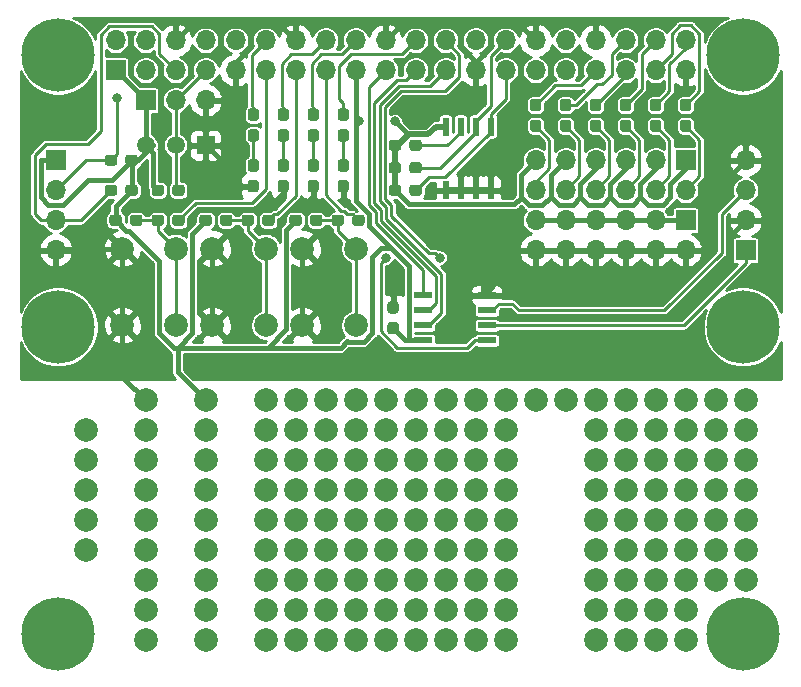
<source format=gbr>
G04 #@! TF.GenerationSoftware,KiCad,Pcbnew,5.1.6*
G04 #@! TF.CreationDate,2020-07-10T01:20:44+02:00*
G04 #@! TF.ProjectId,wuhat,77756861-742e-46b6-9963-61645f706362,7E4.0*
G04 #@! TF.SameCoordinates,Original*
G04 #@! TF.FileFunction,Copper,L1,Top*
G04 #@! TF.FilePolarity,Positive*
%FSLAX46Y46*%
G04 Gerber Fmt 4.6, Leading zero omitted, Abs format (unit mm)*
G04 Created by KiCad (PCBNEW 5.1.6) date 2020-07-10 01:20:44*
%MOMM*%
%LPD*%
G01*
G04 APERTURE LIST*
G04 #@! TA.AperFunction,ComponentPad*
%ADD10C,2.000000*%
G04 #@! TD*
G04 #@! TA.AperFunction,WasherPad*
%ADD11C,6.200000*%
G04 #@! TD*
G04 #@! TA.AperFunction,ComponentPad*
%ADD12O,1.700000X1.700000*%
G04 #@! TD*
G04 #@! TA.AperFunction,ComponentPad*
%ADD13R,1.700000X1.700000*%
G04 #@! TD*
G04 #@! TA.AperFunction,SMDPad,CuDef*
%ADD14R,1.550000X0.600000*%
G04 #@! TD*
G04 #@! TA.AperFunction,SMDPad,CuDef*
%ADD15R,0.600000X1.550000*%
G04 #@! TD*
G04 #@! TA.AperFunction,ComponentPad*
%ADD16C,1.500000*%
G04 #@! TD*
G04 #@! TA.AperFunction,ComponentPad*
%ADD17R,1.500000X1.500000*%
G04 #@! TD*
G04 #@! TA.AperFunction,ViaPad*
%ADD18C,0.800000*%
G04 #@! TD*
G04 #@! TA.AperFunction,Conductor*
%ADD19C,0.500000*%
G04 #@! TD*
G04 #@! TA.AperFunction,Conductor*
%ADD20C,0.400000*%
G04 #@! TD*
G04 #@! TA.AperFunction,Conductor*
%ADD21C,0.250000*%
G04 #@! TD*
G04 #@! TA.AperFunction,Conductor*
%ADD22C,0.254000*%
G04 #@! TD*
G04 APERTURE END LIST*
D10*
X112510000Y-148760000D03*
X117590000Y-148760000D03*
X112510000Y-146220000D03*
X117590000Y-146220000D03*
X117590000Y-143680000D03*
X112510000Y-143680000D03*
X112510000Y-141140000D03*
X117590000Y-141140000D03*
X112510000Y-138600000D03*
X117590000Y-138600000D03*
X112510000Y-136060000D03*
X117590000Y-136060000D03*
X112510000Y-133520000D03*
X117590000Y-133520000D03*
X117590000Y-130980000D03*
X112510000Y-130980000D03*
X107430000Y-141140000D03*
X107430000Y-138600000D03*
X107430000Y-136060000D03*
X107430000Y-133520000D03*
X135370000Y-128440000D03*
X130290000Y-128440000D03*
X125210000Y-128440000D03*
X107430000Y-130980000D03*
X117590000Y-128440000D03*
X112510000Y-128440000D03*
X122670000Y-128440000D03*
X125210000Y-130980000D03*
X122670000Y-148760000D03*
X125210000Y-146220000D03*
X125210000Y-133520000D03*
X125210000Y-141140000D03*
X122670000Y-146220000D03*
X122670000Y-143680000D03*
X125210000Y-143680000D03*
X125210000Y-138600000D03*
X122670000Y-130980000D03*
X125210000Y-136060000D03*
X122670000Y-133520000D03*
X125210000Y-148760000D03*
X122670000Y-141140000D03*
X122670000Y-138600000D03*
X122670000Y-136060000D03*
X130290000Y-136060000D03*
X127750000Y-141140000D03*
X130290000Y-138600000D03*
X127750000Y-136060000D03*
X127750000Y-133520000D03*
X127750000Y-130980000D03*
X130290000Y-143680000D03*
X127750000Y-143680000D03*
X130290000Y-148760000D03*
X127750000Y-138600000D03*
X130290000Y-130980000D03*
X127750000Y-148760000D03*
X130290000Y-146220000D03*
X130290000Y-133520000D03*
X130290000Y-141140000D03*
X127750000Y-146220000D03*
X127750000Y-128440000D03*
X135370000Y-133520000D03*
X132830000Y-133520000D03*
X135370000Y-141140000D03*
X135370000Y-148760000D03*
X132830000Y-141140000D03*
X135370000Y-138600000D03*
X135370000Y-136060000D03*
X135370000Y-130980000D03*
X132830000Y-148760000D03*
X132830000Y-138600000D03*
X135370000Y-143680000D03*
X132830000Y-136060000D03*
X132830000Y-130980000D03*
X132830000Y-143680000D03*
X135370000Y-146220000D03*
X132830000Y-146220000D03*
X132830000Y-128440000D03*
X142990000Y-148760000D03*
X140450000Y-148760000D03*
X137910000Y-148760000D03*
X137910000Y-133520000D03*
X137910000Y-141140000D03*
X137910000Y-138600000D03*
X137910000Y-136060000D03*
X137910000Y-130980000D03*
X137910000Y-143680000D03*
X137910000Y-146220000D03*
X140450000Y-138600000D03*
X140450000Y-136060000D03*
X140450000Y-133520000D03*
X140450000Y-146220000D03*
X140450000Y-143680000D03*
X140450000Y-130980000D03*
X140450000Y-141140000D03*
X142990000Y-136060000D03*
X142990000Y-141140000D03*
X142990000Y-143680000D03*
X142990000Y-133520000D03*
X142990000Y-130980000D03*
X142990000Y-146220000D03*
X142990000Y-138600000D03*
X163310000Y-143680000D03*
X160770000Y-143680000D03*
X163310000Y-138600000D03*
X163310000Y-141140000D03*
X163310000Y-128440000D03*
X163310000Y-133520000D03*
X163310000Y-136060000D03*
X163310000Y-130980000D03*
X160770000Y-138600000D03*
X160770000Y-141140000D03*
X160770000Y-133520000D03*
X160770000Y-136060000D03*
X160770000Y-128440000D03*
X160770000Y-130980000D03*
X137910000Y-128440000D03*
X140450000Y-128440000D03*
X142990000Y-128440000D03*
X145530000Y-128440000D03*
X153150000Y-128440000D03*
X155690000Y-128440000D03*
X148070000Y-128440000D03*
X150610000Y-128440000D03*
X150610000Y-133520000D03*
X150610000Y-143680000D03*
X150610000Y-136060000D03*
X150610000Y-146220000D03*
X150610000Y-138600000D03*
X150610000Y-148760000D03*
X150610000Y-130980000D03*
X150610000Y-141140000D03*
X153150000Y-146220000D03*
X153150000Y-143680000D03*
X153150000Y-136060000D03*
X153150000Y-138600000D03*
X153150000Y-130980000D03*
X153150000Y-133520000D03*
X153150000Y-141140000D03*
X153150000Y-148760000D03*
X155690000Y-148760000D03*
X155690000Y-146220000D03*
X155690000Y-141140000D03*
X155690000Y-143680000D03*
X155690000Y-136060000D03*
X155690000Y-138600000D03*
X155690000Y-130980000D03*
X155690000Y-133520000D03*
X158230000Y-148760000D03*
X158230000Y-146220000D03*
X158230000Y-143680000D03*
X158230000Y-141140000D03*
X158230000Y-138600000D03*
X158230000Y-133520000D03*
X158230000Y-136060000D03*
X158230000Y-130980000D03*
X158230000Y-128440000D03*
D11*
X105100000Y-122230000D03*
X163100000Y-148230000D03*
D12*
X158230000Y-97960000D03*
X158230000Y-100500000D03*
X155690000Y-97960000D03*
X155690000Y-100500000D03*
X153150000Y-97960000D03*
X153150000Y-100500000D03*
X150610000Y-97960000D03*
X150610000Y-100500000D03*
X148070000Y-97960000D03*
X148070000Y-100500000D03*
X145530000Y-97960000D03*
X145530000Y-100500000D03*
X142990000Y-97960000D03*
X142990000Y-100500000D03*
X140450000Y-97960000D03*
X140450000Y-100500000D03*
X137910000Y-97960000D03*
X137910000Y-100500000D03*
X135370000Y-97960000D03*
X135370000Y-100500000D03*
X132830000Y-97960000D03*
X132830000Y-100500000D03*
X130290000Y-97960000D03*
X130290000Y-100500000D03*
X127750000Y-97960000D03*
X127750000Y-100500000D03*
X125210000Y-97960000D03*
X125210000Y-100500000D03*
X122670000Y-97960000D03*
X122670000Y-100500000D03*
X120130000Y-97960000D03*
X120130000Y-100500000D03*
X117590000Y-97960000D03*
X117590000Y-100500000D03*
X115050000Y-97960000D03*
X115050000Y-100500000D03*
X112510000Y-97960000D03*
X112510000Y-100500000D03*
X109970000Y-97960000D03*
D13*
X109970000Y-100500000D03*
X158230000Y-113200000D03*
D12*
X158230000Y-115740000D03*
X155690000Y-113200000D03*
X155690000Y-115740000D03*
X153150000Y-113200000D03*
X153150000Y-115740000D03*
X150610000Y-113200000D03*
X150610000Y-115740000D03*
X148070000Y-113200000D03*
X148070000Y-115740000D03*
X145530000Y-113200000D03*
X145530000Y-115740000D03*
X145530000Y-110660000D03*
X145530000Y-108120000D03*
X148070000Y-110660000D03*
X148070000Y-108120000D03*
X150610000Y-110660000D03*
X150610000Y-108120000D03*
X153150000Y-110660000D03*
X153150000Y-108120000D03*
X155690000Y-110660000D03*
X155690000Y-108120000D03*
X158230000Y-110660000D03*
D13*
X158230000Y-108120000D03*
X104890000Y-108120000D03*
D12*
X104890000Y-110660000D03*
X104890000Y-113200000D03*
X104890000Y-115740000D03*
D14*
X141405000Y-123360000D03*
X141405000Y-122090000D03*
X141405000Y-120820000D03*
X141405000Y-119550000D03*
X136005000Y-119550000D03*
X136005000Y-120820000D03*
X136005000Y-122090000D03*
X136005000Y-123360000D03*
D13*
X163310000Y-115740000D03*
D12*
X163310000Y-113200000D03*
X163310000Y-110660000D03*
X163310000Y-108120000D03*
D15*
X137910000Y-110660000D03*
X139180000Y-110660000D03*
X140450000Y-110660000D03*
X141720000Y-110660000D03*
X141720000Y-105260000D03*
X140450000Y-105260000D03*
X139180000Y-105260000D03*
X137910000Y-105260000D03*
G04 #@! TA.AperFunction,SMDPad,CuDef*
G36*
G01*
X111195000Y-113437500D02*
X111195000Y-112962500D01*
G75*
G02*
X111432500Y-112725000I237500J0D01*
G01*
X112007500Y-112725000D01*
G75*
G02*
X112245000Y-112962500I0J-237500D01*
G01*
X112245000Y-113437500D01*
G75*
G02*
X112007500Y-113675000I-237500J0D01*
G01*
X111432500Y-113675000D01*
G75*
G02*
X111195000Y-113437500I0J237500D01*
G01*
G37*
G04 #@! TD.AperFunction*
G04 #@! TA.AperFunction,SMDPad,CuDef*
G36*
G01*
X109445000Y-113437500D02*
X109445000Y-112962500D01*
G75*
G02*
X109682500Y-112725000I237500J0D01*
G01*
X110257500Y-112725000D01*
G75*
G02*
X110495000Y-112962500I0J-237500D01*
G01*
X110495000Y-113437500D01*
G75*
G02*
X110257500Y-113675000I-237500J0D01*
G01*
X109682500Y-113675000D01*
G75*
G02*
X109445000Y-113437500I0J237500D01*
G01*
G37*
G04 #@! TD.AperFunction*
G04 #@! TA.AperFunction,SMDPad,CuDef*
G36*
G01*
X124685000Y-113437500D02*
X124685000Y-112962500D01*
G75*
G02*
X124922500Y-112725000I237500J0D01*
G01*
X125497500Y-112725000D01*
G75*
G02*
X125735000Y-112962500I0J-237500D01*
G01*
X125735000Y-113437500D01*
G75*
G02*
X125497500Y-113675000I-237500J0D01*
G01*
X124922500Y-113675000D01*
G75*
G02*
X124685000Y-113437500I0J237500D01*
G01*
G37*
G04 #@! TD.AperFunction*
G04 #@! TA.AperFunction,SMDPad,CuDef*
G36*
G01*
X126435000Y-113437500D02*
X126435000Y-112962500D01*
G75*
G02*
X126672500Y-112725000I237500J0D01*
G01*
X127247500Y-112725000D01*
G75*
G02*
X127485000Y-112962500I0J-237500D01*
G01*
X127485000Y-113437500D01*
G75*
G02*
X127247500Y-113675000I-237500J0D01*
G01*
X126672500Y-113675000D01*
G75*
G02*
X126435000Y-113437500I0J237500D01*
G01*
G37*
G04 #@! TD.AperFunction*
G04 #@! TA.AperFunction,SMDPad,CuDef*
G36*
G01*
X118815000Y-113437500D02*
X118815000Y-112962500D01*
G75*
G02*
X119052500Y-112725000I237500J0D01*
G01*
X119627500Y-112725000D01*
G75*
G02*
X119865000Y-112962500I0J-237500D01*
G01*
X119865000Y-113437500D01*
G75*
G02*
X119627500Y-113675000I-237500J0D01*
G01*
X119052500Y-113675000D01*
G75*
G02*
X118815000Y-113437500I0J237500D01*
G01*
G37*
G04 #@! TD.AperFunction*
G04 #@! TA.AperFunction,SMDPad,CuDef*
G36*
G01*
X117065000Y-113437500D02*
X117065000Y-112962500D01*
G75*
G02*
X117302500Y-112725000I237500J0D01*
G01*
X117877500Y-112725000D01*
G75*
G02*
X118115000Y-112962500I0J-237500D01*
G01*
X118115000Y-113437500D01*
G75*
G02*
X117877500Y-113675000I-237500J0D01*
G01*
X117302500Y-113675000D01*
G75*
G02*
X117065000Y-113437500I0J237500D01*
G01*
G37*
G04 #@! TD.AperFunction*
G04 #@! TA.AperFunction,SMDPad,CuDef*
G36*
G01*
X121392500Y-108035000D02*
X121867500Y-108035000D01*
G75*
G02*
X122105000Y-108272500I0J-237500D01*
G01*
X122105000Y-108847500D01*
G75*
G02*
X121867500Y-109085000I-237500J0D01*
G01*
X121392500Y-109085000D01*
G75*
G02*
X121155000Y-108847500I0J237500D01*
G01*
X121155000Y-108272500D01*
G75*
G02*
X121392500Y-108035000I237500J0D01*
G01*
G37*
G04 #@! TD.AperFunction*
G04 #@! TA.AperFunction,SMDPad,CuDef*
G36*
G01*
X121392500Y-109785000D02*
X121867500Y-109785000D01*
G75*
G02*
X122105000Y-110022500I0J-237500D01*
G01*
X122105000Y-110597500D01*
G75*
G02*
X121867500Y-110835000I-237500J0D01*
G01*
X121392500Y-110835000D01*
G75*
G02*
X121155000Y-110597500I0J237500D01*
G01*
X121155000Y-110022500D01*
G75*
G02*
X121392500Y-109785000I237500J0D01*
G01*
G37*
G04 #@! TD.AperFunction*
G04 #@! TA.AperFunction,SMDPad,CuDef*
G36*
G01*
X123932500Y-109785000D02*
X124407500Y-109785000D01*
G75*
G02*
X124645000Y-110022500I0J-237500D01*
G01*
X124645000Y-110597500D01*
G75*
G02*
X124407500Y-110835000I-237500J0D01*
G01*
X123932500Y-110835000D01*
G75*
G02*
X123695000Y-110597500I0J237500D01*
G01*
X123695000Y-110022500D01*
G75*
G02*
X123932500Y-109785000I237500J0D01*
G01*
G37*
G04 #@! TD.AperFunction*
G04 #@! TA.AperFunction,SMDPad,CuDef*
G36*
G01*
X123932500Y-108035000D02*
X124407500Y-108035000D01*
G75*
G02*
X124645000Y-108272500I0J-237500D01*
G01*
X124645000Y-108847500D01*
G75*
G02*
X124407500Y-109085000I-237500J0D01*
G01*
X123932500Y-109085000D01*
G75*
G02*
X123695000Y-108847500I0J237500D01*
G01*
X123695000Y-108272500D01*
G75*
G02*
X123932500Y-108035000I237500J0D01*
G01*
G37*
G04 #@! TD.AperFunction*
G04 #@! TA.AperFunction,SMDPad,CuDef*
G36*
G01*
X126472500Y-108035000D02*
X126947500Y-108035000D01*
G75*
G02*
X127185000Y-108272500I0J-237500D01*
G01*
X127185000Y-108847500D01*
G75*
G02*
X126947500Y-109085000I-237500J0D01*
G01*
X126472500Y-109085000D01*
G75*
G02*
X126235000Y-108847500I0J237500D01*
G01*
X126235000Y-108272500D01*
G75*
G02*
X126472500Y-108035000I237500J0D01*
G01*
G37*
G04 #@! TD.AperFunction*
G04 #@! TA.AperFunction,SMDPad,CuDef*
G36*
G01*
X126472500Y-109785000D02*
X126947500Y-109785000D01*
G75*
G02*
X127185000Y-110022500I0J-237500D01*
G01*
X127185000Y-110597500D01*
G75*
G02*
X126947500Y-110835000I-237500J0D01*
G01*
X126472500Y-110835000D01*
G75*
G02*
X126235000Y-110597500I0J237500D01*
G01*
X126235000Y-110022500D01*
G75*
G02*
X126472500Y-109785000I237500J0D01*
G01*
G37*
G04 #@! TD.AperFunction*
G04 #@! TA.AperFunction,SMDPad,CuDef*
G36*
G01*
X129012500Y-109785000D02*
X129487500Y-109785000D01*
G75*
G02*
X129725000Y-110022500I0J-237500D01*
G01*
X129725000Y-110597500D01*
G75*
G02*
X129487500Y-110835000I-237500J0D01*
G01*
X129012500Y-110835000D01*
G75*
G02*
X128775000Y-110597500I0J237500D01*
G01*
X128775000Y-110022500D01*
G75*
G02*
X129012500Y-109785000I237500J0D01*
G01*
G37*
G04 #@! TD.AperFunction*
G04 #@! TA.AperFunction,SMDPad,CuDef*
G36*
G01*
X129012500Y-108035000D02*
X129487500Y-108035000D01*
G75*
G02*
X129725000Y-108272500I0J-237500D01*
G01*
X129725000Y-108847500D01*
G75*
G02*
X129487500Y-109085000I-237500J0D01*
G01*
X129012500Y-109085000D01*
G75*
G02*
X128775000Y-108847500I0J237500D01*
G01*
X128775000Y-108272500D01*
G75*
G02*
X129012500Y-108035000I237500J0D01*
G01*
G37*
G04 #@! TD.AperFunction*
G04 #@! TA.AperFunction,SMDPad,CuDef*
G36*
G01*
X111850000Y-110422500D02*
X111850000Y-110897500D01*
G75*
G02*
X111612500Y-111135000I-237500J0D01*
G01*
X111037500Y-111135000D01*
G75*
G02*
X110800000Y-110897500I0J237500D01*
G01*
X110800000Y-110422500D01*
G75*
G02*
X111037500Y-110185000I237500J0D01*
G01*
X111612500Y-110185000D01*
G75*
G02*
X111850000Y-110422500I0J-237500D01*
G01*
G37*
G04 #@! TD.AperFunction*
G04 #@! TA.AperFunction,SMDPad,CuDef*
G36*
G01*
X110100000Y-110422500D02*
X110100000Y-110897500D01*
G75*
G02*
X109862500Y-111135000I-237500J0D01*
G01*
X109287500Y-111135000D01*
G75*
G02*
X109050000Y-110897500I0J237500D01*
G01*
X109050000Y-110422500D01*
G75*
G02*
X109287500Y-110185000I237500J0D01*
G01*
X109862500Y-110185000D01*
G75*
G02*
X110100000Y-110422500I0J-237500D01*
G01*
G37*
G04 #@! TD.AperFunction*
G04 #@! TA.AperFunction,SMDPad,CuDef*
G36*
G01*
X110100000Y-107882500D02*
X110100000Y-108357500D01*
G75*
G02*
X109862500Y-108595000I-237500J0D01*
G01*
X109287500Y-108595000D01*
G75*
G02*
X109050000Y-108357500I0J237500D01*
G01*
X109050000Y-107882500D01*
G75*
G02*
X109287500Y-107645000I237500J0D01*
G01*
X109862500Y-107645000D01*
G75*
G02*
X110100000Y-107882500I0J-237500D01*
G01*
G37*
G04 #@! TD.AperFunction*
G04 #@! TA.AperFunction,SMDPad,CuDef*
G36*
G01*
X111850000Y-107882500D02*
X111850000Y-108357500D01*
G75*
G02*
X111612500Y-108595000I-237500J0D01*
G01*
X111037500Y-108595000D01*
G75*
G02*
X110800000Y-108357500I0J237500D01*
G01*
X110800000Y-107882500D01*
G75*
G02*
X111037500Y-107645000I237500J0D01*
G01*
X111612500Y-107645000D01*
G75*
G02*
X111850000Y-107882500I0J-237500D01*
G01*
G37*
G04 #@! TD.AperFunction*
G04 #@! TA.AperFunction,SMDPad,CuDef*
G36*
G01*
X113015000Y-110897500D02*
X113015000Y-110422500D01*
G75*
G02*
X113252500Y-110185000I237500J0D01*
G01*
X113827500Y-110185000D01*
G75*
G02*
X114065000Y-110422500I0J-237500D01*
G01*
X114065000Y-110897500D01*
G75*
G02*
X113827500Y-111135000I-237500J0D01*
G01*
X113252500Y-111135000D01*
G75*
G02*
X113015000Y-110897500I0J237500D01*
G01*
G37*
G04 #@! TD.AperFunction*
G04 #@! TA.AperFunction,SMDPad,CuDef*
G36*
G01*
X114765000Y-110897500D02*
X114765000Y-110422500D01*
G75*
G02*
X115002500Y-110185000I237500J0D01*
G01*
X115577500Y-110185000D01*
G75*
G02*
X115815000Y-110422500I0J-237500D01*
G01*
X115815000Y-110897500D01*
G75*
G02*
X115577500Y-111135000I-237500J0D01*
G01*
X115002500Y-111135000D01*
G75*
G02*
X114765000Y-110897500I0J237500D01*
G01*
G37*
G04 #@! TD.AperFunction*
G04 #@! TA.AperFunction,SMDPad,CuDef*
G36*
G01*
X145292500Y-104674000D02*
X145767500Y-104674000D01*
G75*
G02*
X146005000Y-104911500I0J-237500D01*
G01*
X146005000Y-105486500D01*
G75*
G02*
X145767500Y-105724000I-237500J0D01*
G01*
X145292500Y-105724000D01*
G75*
G02*
X145055000Y-105486500I0J237500D01*
G01*
X145055000Y-104911500D01*
G75*
G02*
X145292500Y-104674000I237500J0D01*
G01*
G37*
G04 #@! TD.AperFunction*
G04 #@! TA.AperFunction,SMDPad,CuDef*
G36*
G01*
X145292500Y-102924000D02*
X145767500Y-102924000D01*
G75*
G02*
X146005000Y-103161500I0J-237500D01*
G01*
X146005000Y-103736500D01*
G75*
G02*
X145767500Y-103974000I-237500J0D01*
G01*
X145292500Y-103974000D01*
G75*
G02*
X145055000Y-103736500I0J237500D01*
G01*
X145055000Y-103161500D01*
G75*
G02*
X145292500Y-102924000I237500J0D01*
G01*
G37*
G04 #@! TD.AperFunction*
G04 #@! TA.AperFunction,SMDPad,CuDef*
G36*
G01*
X147832500Y-102924000D02*
X148307500Y-102924000D01*
G75*
G02*
X148545000Y-103161500I0J-237500D01*
G01*
X148545000Y-103736500D01*
G75*
G02*
X148307500Y-103974000I-237500J0D01*
G01*
X147832500Y-103974000D01*
G75*
G02*
X147595000Y-103736500I0J237500D01*
G01*
X147595000Y-103161500D01*
G75*
G02*
X147832500Y-102924000I237500J0D01*
G01*
G37*
G04 #@! TD.AperFunction*
G04 #@! TA.AperFunction,SMDPad,CuDef*
G36*
G01*
X147832500Y-104674000D02*
X148307500Y-104674000D01*
G75*
G02*
X148545000Y-104911500I0J-237500D01*
G01*
X148545000Y-105486500D01*
G75*
G02*
X148307500Y-105724000I-237500J0D01*
G01*
X147832500Y-105724000D01*
G75*
G02*
X147595000Y-105486500I0J237500D01*
G01*
X147595000Y-104911500D01*
G75*
G02*
X147832500Y-104674000I237500J0D01*
G01*
G37*
G04 #@! TD.AperFunction*
G04 #@! TA.AperFunction,SMDPad,CuDef*
G36*
G01*
X150372500Y-104674000D02*
X150847500Y-104674000D01*
G75*
G02*
X151085000Y-104911500I0J-237500D01*
G01*
X151085000Y-105486500D01*
G75*
G02*
X150847500Y-105724000I-237500J0D01*
G01*
X150372500Y-105724000D01*
G75*
G02*
X150135000Y-105486500I0J237500D01*
G01*
X150135000Y-104911500D01*
G75*
G02*
X150372500Y-104674000I237500J0D01*
G01*
G37*
G04 #@! TD.AperFunction*
G04 #@! TA.AperFunction,SMDPad,CuDef*
G36*
G01*
X150372500Y-102924000D02*
X150847500Y-102924000D01*
G75*
G02*
X151085000Y-103161500I0J-237500D01*
G01*
X151085000Y-103736500D01*
G75*
G02*
X150847500Y-103974000I-237500J0D01*
G01*
X150372500Y-103974000D01*
G75*
G02*
X150135000Y-103736500I0J237500D01*
G01*
X150135000Y-103161500D01*
G75*
G02*
X150372500Y-102924000I237500J0D01*
G01*
G37*
G04 #@! TD.AperFunction*
G04 #@! TA.AperFunction,SMDPad,CuDef*
G36*
G01*
X152912500Y-102924000D02*
X153387500Y-102924000D01*
G75*
G02*
X153625000Y-103161500I0J-237500D01*
G01*
X153625000Y-103736500D01*
G75*
G02*
X153387500Y-103974000I-237500J0D01*
G01*
X152912500Y-103974000D01*
G75*
G02*
X152675000Y-103736500I0J237500D01*
G01*
X152675000Y-103161500D01*
G75*
G02*
X152912500Y-102924000I237500J0D01*
G01*
G37*
G04 #@! TD.AperFunction*
G04 #@! TA.AperFunction,SMDPad,CuDef*
G36*
G01*
X152912500Y-104674000D02*
X153387500Y-104674000D01*
G75*
G02*
X153625000Y-104911500I0J-237500D01*
G01*
X153625000Y-105486500D01*
G75*
G02*
X153387500Y-105724000I-237500J0D01*
G01*
X152912500Y-105724000D01*
G75*
G02*
X152675000Y-105486500I0J237500D01*
G01*
X152675000Y-104911500D01*
G75*
G02*
X152912500Y-104674000I237500J0D01*
G01*
G37*
G04 #@! TD.AperFunction*
G04 #@! TA.AperFunction,SMDPad,CuDef*
G36*
G01*
X155452500Y-104674000D02*
X155927500Y-104674000D01*
G75*
G02*
X156165000Y-104911500I0J-237500D01*
G01*
X156165000Y-105486500D01*
G75*
G02*
X155927500Y-105724000I-237500J0D01*
G01*
X155452500Y-105724000D01*
G75*
G02*
X155215000Y-105486500I0J237500D01*
G01*
X155215000Y-104911500D01*
G75*
G02*
X155452500Y-104674000I237500J0D01*
G01*
G37*
G04 #@! TD.AperFunction*
G04 #@! TA.AperFunction,SMDPad,CuDef*
G36*
G01*
X155452500Y-102924000D02*
X155927500Y-102924000D01*
G75*
G02*
X156165000Y-103161500I0J-237500D01*
G01*
X156165000Y-103736500D01*
G75*
G02*
X155927500Y-103974000I-237500J0D01*
G01*
X155452500Y-103974000D01*
G75*
G02*
X155215000Y-103736500I0J237500D01*
G01*
X155215000Y-103161500D01*
G75*
G02*
X155452500Y-102924000I237500J0D01*
G01*
G37*
G04 #@! TD.AperFunction*
G04 #@! TA.AperFunction,SMDPad,CuDef*
G36*
G01*
X157992500Y-104674000D02*
X158467500Y-104674000D01*
G75*
G02*
X158705000Y-104911500I0J-237500D01*
G01*
X158705000Y-105486500D01*
G75*
G02*
X158467500Y-105724000I-237500J0D01*
G01*
X157992500Y-105724000D01*
G75*
G02*
X157755000Y-105486500I0J237500D01*
G01*
X157755000Y-104911500D01*
G75*
G02*
X157992500Y-104674000I237500J0D01*
G01*
G37*
G04 #@! TD.AperFunction*
G04 #@! TA.AperFunction,SMDPad,CuDef*
G36*
G01*
X157992500Y-102924000D02*
X158467500Y-102924000D01*
G75*
G02*
X158705000Y-103161500I0J-237500D01*
G01*
X158705000Y-103736500D01*
G75*
G02*
X158467500Y-103974000I-237500J0D01*
G01*
X157992500Y-103974000D01*
G75*
G02*
X157755000Y-103736500I0J237500D01*
G01*
X157755000Y-103161500D01*
G75*
G02*
X157992500Y-102924000I237500J0D01*
G01*
G37*
G04 #@! TD.AperFunction*
G04 #@! TA.AperFunction,SMDPad,CuDef*
G36*
G01*
X133095000Y-110897500D02*
X133095000Y-110422500D01*
G75*
G02*
X133332500Y-110185000I237500J0D01*
G01*
X133907500Y-110185000D01*
G75*
G02*
X134145000Y-110422500I0J-237500D01*
G01*
X134145000Y-110897500D01*
G75*
G02*
X133907500Y-111135000I-237500J0D01*
G01*
X133332500Y-111135000D01*
G75*
G02*
X133095000Y-110897500I0J237500D01*
G01*
G37*
G04 #@! TD.AperFunction*
G04 #@! TA.AperFunction,SMDPad,CuDef*
G36*
G01*
X134845000Y-110897500D02*
X134845000Y-110422500D01*
G75*
G02*
X135082500Y-110185000I237500J0D01*
G01*
X135657500Y-110185000D01*
G75*
G02*
X135895000Y-110422500I0J-237500D01*
G01*
X135895000Y-110897500D01*
G75*
G02*
X135657500Y-111135000I-237500J0D01*
G01*
X135082500Y-111135000D01*
G75*
G02*
X134845000Y-110897500I0J237500D01*
G01*
G37*
G04 #@! TD.AperFunction*
G04 #@! TA.AperFunction,SMDPad,CuDef*
G36*
G01*
X134845000Y-108992500D02*
X134845000Y-108517500D01*
G75*
G02*
X135082500Y-108280000I237500J0D01*
G01*
X135657500Y-108280000D01*
G75*
G02*
X135895000Y-108517500I0J-237500D01*
G01*
X135895000Y-108992500D01*
G75*
G02*
X135657500Y-109230000I-237500J0D01*
G01*
X135082500Y-109230000D01*
G75*
G02*
X134845000Y-108992500I0J237500D01*
G01*
G37*
G04 #@! TD.AperFunction*
G04 #@! TA.AperFunction,SMDPad,CuDef*
G36*
G01*
X133095000Y-108992500D02*
X133095000Y-108517500D01*
G75*
G02*
X133332500Y-108280000I237500J0D01*
G01*
X133907500Y-108280000D01*
G75*
G02*
X134145000Y-108517500I0J-237500D01*
G01*
X134145000Y-108992500D01*
G75*
G02*
X133907500Y-109230000I-237500J0D01*
G01*
X133332500Y-109230000D01*
G75*
G02*
X133095000Y-108992500I0J237500D01*
G01*
G37*
G04 #@! TD.AperFunction*
G04 #@! TA.AperFunction,SMDPad,CuDef*
G36*
G01*
X133095000Y-107087500D02*
X133095000Y-106612500D01*
G75*
G02*
X133332500Y-106375000I237500J0D01*
G01*
X133907500Y-106375000D01*
G75*
G02*
X134145000Y-106612500I0J-237500D01*
G01*
X134145000Y-107087500D01*
G75*
G02*
X133907500Y-107325000I-237500J0D01*
G01*
X133332500Y-107325000D01*
G75*
G02*
X133095000Y-107087500I0J237500D01*
G01*
G37*
G04 #@! TD.AperFunction*
G04 #@! TA.AperFunction,SMDPad,CuDef*
G36*
G01*
X134845000Y-107087500D02*
X134845000Y-106612500D01*
G75*
G02*
X135082500Y-106375000I237500J0D01*
G01*
X135657500Y-106375000D01*
G75*
G02*
X135895000Y-106612500I0J-237500D01*
G01*
X135895000Y-107087500D01*
G75*
G02*
X135657500Y-107325000I-237500J0D01*
G01*
X135082500Y-107325000D01*
G75*
G02*
X134845000Y-107087500I0J237500D01*
G01*
G37*
G04 #@! TD.AperFunction*
D10*
X115050000Y-122090000D03*
X110550000Y-122090000D03*
X115050000Y-115590000D03*
X110550000Y-115590000D03*
X125790000Y-115590000D03*
X130290000Y-115590000D03*
X125790000Y-122090000D03*
X130290000Y-122090000D03*
X122670000Y-122090000D03*
X118170000Y-122090000D03*
X122670000Y-115590000D03*
X118170000Y-115590000D03*
G04 #@! TA.AperFunction,SMDPad,CuDef*
G36*
G01*
X121867500Y-104785000D02*
X121392500Y-104785000D01*
G75*
G02*
X121155000Y-104547500I0J237500D01*
G01*
X121155000Y-103972500D01*
G75*
G02*
X121392500Y-103735000I237500J0D01*
G01*
X121867500Y-103735000D01*
G75*
G02*
X122105000Y-103972500I0J-237500D01*
G01*
X122105000Y-104547500D01*
G75*
G02*
X121867500Y-104785000I-237500J0D01*
G01*
G37*
G04 #@! TD.AperFunction*
G04 #@! TA.AperFunction,SMDPad,CuDef*
G36*
G01*
X121867500Y-106535000D02*
X121392500Y-106535000D01*
G75*
G02*
X121155000Y-106297500I0J237500D01*
G01*
X121155000Y-105722500D01*
G75*
G02*
X121392500Y-105485000I237500J0D01*
G01*
X121867500Y-105485000D01*
G75*
G02*
X122105000Y-105722500I0J-237500D01*
G01*
X122105000Y-106297500D01*
G75*
G02*
X121867500Y-106535000I-237500J0D01*
G01*
G37*
G04 #@! TD.AperFunction*
G04 #@! TA.AperFunction,SMDPad,CuDef*
G36*
G01*
X124407500Y-106535000D02*
X123932500Y-106535000D01*
G75*
G02*
X123695000Y-106297500I0J237500D01*
G01*
X123695000Y-105722500D01*
G75*
G02*
X123932500Y-105485000I237500J0D01*
G01*
X124407500Y-105485000D01*
G75*
G02*
X124645000Y-105722500I0J-237500D01*
G01*
X124645000Y-106297500D01*
G75*
G02*
X124407500Y-106535000I-237500J0D01*
G01*
G37*
G04 #@! TD.AperFunction*
G04 #@! TA.AperFunction,SMDPad,CuDef*
G36*
G01*
X124407500Y-104785000D02*
X123932500Y-104785000D01*
G75*
G02*
X123695000Y-104547500I0J237500D01*
G01*
X123695000Y-103972500D01*
G75*
G02*
X123932500Y-103735000I237500J0D01*
G01*
X124407500Y-103735000D01*
G75*
G02*
X124645000Y-103972500I0J-237500D01*
G01*
X124645000Y-104547500D01*
G75*
G02*
X124407500Y-104785000I-237500J0D01*
G01*
G37*
G04 #@! TD.AperFunction*
G04 #@! TA.AperFunction,SMDPad,CuDef*
G36*
G01*
X126947500Y-104785000D02*
X126472500Y-104785000D01*
G75*
G02*
X126235000Y-104547500I0J237500D01*
G01*
X126235000Y-103972500D01*
G75*
G02*
X126472500Y-103735000I237500J0D01*
G01*
X126947500Y-103735000D01*
G75*
G02*
X127185000Y-103972500I0J-237500D01*
G01*
X127185000Y-104547500D01*
G75*
G02*
X126947500Y-104785000I-237500J0D01*
G01*
G37*
G04 #@! TD.AperFunction*
G04 #@! TA.AperFunction,SMDPad,CuDef*
G36*
G01*
X126947500Y-106535000D02*
X126472500Y-106535000D01*
G75*
G02*
X126235000Y-106297500I0J237500D01*
G01*
X126235000Y-105722500D01*
G75*
G02*
X126472500Y-105485000I237500J0D01*
G01*
X126947500Y-105485000D01*
G75*
G02*
X127185000Y-105722500I0J-237500D01*
G01*
X127185000Y-106297500D01*
G75*
G02*
X126947500Y-106535000I-237500J0D01*
G01*
G37*
G04 #@! TD.AperFunction*
G04 #@! TA.AperFunction,SMDPad,CuDef*
G36*
G01*
X129487500Y-106535000D02*
X129012500Y-106535000D01*
G75*
G02*
X128775000Y-106297500I0J237500D01*
G01*
X128775000Y-105722500D01*
G75*
G02*
X129012500Y-105485000I237500J0D01*
G01*
X129487500Y-105485000D01*
G75*
G02*
X129725000Y-105722500I0J-237500D01*
G01*
X129725000Y-106297500D01*
G75*
G02*
X129487500Y-106535000I-237500J0D01*
G01*
G37*
G04 #@! TD.AperFunction*
G04 #@! TA.AperFunction,SMDPad,CuDef*
G36*
G01*
X129487500Y-104785000D02*
X129012500Y-104785000D01*
G75*
G02*
X128775000Y-104547500I0J237500D01*
G01*
X128775000Y-103972500D01*
G75*
G02*
X129012500Y-103735000I237500J0D01*
G01*
X129487500Y-103735000D01*
G75*
G02*
X129725000Y-103972500I0J-237500D01*
G01*
X129725000Y-104547500D01*
G75*
G02*
X129487500Y-104785000I-237500J0D01*
G01*
G37*
G04 #@! TD.AperFunction*
G04 #@! TA.AperFunction,SMDPad,CuDef*
G36*
G01*
X115815000Y-112962500D02*
X115815000Y-113437500D01*
G75*
G02*
X115577500Y-113675000I-237500J0D01*
G01*
X115002500Y-113675000D01*
G75*
G02*
X114765000Y-113437500I0J237500D01*
G01*
X114765000Y-112962500D01*
G75*
G02*
X115002500Y-112725000I237500J0D01*
G01*
X115577500Y-112725000D01*
G75*
G02*
X115815000Y-112962500I0J-237500D01*
G01*
G37*
G04 #@! TD.AperFunction*
G04 #@! TA.AperFunction,SMDPad,CuDef*
G36*
G01*
X114065000Y-112962500D02*
X114065000Y-113437500D01*
G75*
G02*
X113827500Y-113675000I-237500J0D01*
G01*
X113252500Y-113675000D01*
G75*
G02*
X113015000Y-113437500I0J237500D01*
G01*
X113015000Y-112962500D01*
G75*
G02*
X113252500Y-112725000I237500J0D01*
G01*
X113827500Y-112725000D01*
G75*
G02*
X114065000Y-112962500I0J-237500D01*
G01*
G37*
G04 #@! TD.AperFunction*
G04 #@! TA.AperFunction,SMDPad,CuDef*
G36*
G01*
X129305000Y-112962500D02*
X129305000Y-113437500D01*
G75*
G02*
X129067500Y-113675000I-237500J0D01*
G01*
X128492500Y-113675000D01*
G75*
G02*
X128255000Y-113437500I0J237500D01*
G01*
X128255000Y-112962500D01*
G75*
G02*
X128492500Y-112725000I237500J0D01*
G01*
X129067500Y-112725000D01*
G75*
G02*
X129305000Y-112962500I0J-237500D01*
G01*
G37*
G04 #@! TD.AperFunction*
G04 #@! TA.AperFunction,SMDPad,CuDef*
G36*
G01*
X131055000Y-112962500D02*
X131055000Y-113437500D01*
G75*
G02*
X130817500Y-113675000I-237500J0D01*
G01*
X130242500Y-113675000D01*
G75*
G02*
X130005000Y-113437500I0J237500D01*
G01*
X130005000Y-112962500D01*
G75*
G02*
X130242500Y-112725000I237500J0D01*
G01*
X130817500Y-112725000D01*
G75*
G02*
X131055000Y-112962500I0J-237500D01*
G01*
G37*
G04 #@! TD.AperFunction*
G04 #@! TA.AperFunction,SMDPad,CuDef*
G36*
G01*
X123435000Y-112962500D02*
X123435000Y-113437500D01*
G75*
G02*
X123197500Y-113675000I-237500J0D01*
G01*
X122622500Y-113675000D01*
G75*
G02*
X122385000Y-113437500I0J237500D01*
G01*
X122385000Y-112962500D01*
G75*
G02*
X122622500Y-112725000I237500J0D01*
G01*
X123197500Y-112725000D01*
G75*
G02*
X123435000Y-112962500I0J-237500D01*
G01*
G37*
G04 #@! TD.AperFunction*
G04 #@! TA.AperFunction,SMDPad,CuDef*
G36*
G01*
X121685000Y-112962500D02*
X121685000Y-113437500D01*
G75*
G02*
X121447500Y-113675000I-237500J0D01*
G01*
X120872500Y-113675000D01*
G75*
G02*
X120635000Y-113437500I0J237500D01*
G01*
X120635000Y-112962500D01*
G75*
G02*
X120872500Y-112725000I237500J0D01*
G01*
X121447500Y-112725000D01*
G75*
G02*
X121685000Y-112962500I0J-237500D01*
G01*
G37*
G04 #@! TD.AperFunction*
D13*
X112510000Y-103040000D03*
D12*
X115050000Y-103040000D03*
X117590000Y-103040000D03*
G04 #@! TA.AperFunction,SMDPad,CuDef*
G36*
G01*
X133702500Y-122855000D02*
X133227500Y-122855000D01*
G75*
G02*
X132990000Y-122617500I0J237500D01*
G01*
X132990000Y-122042500D01*
G75*
G02*
X133227500Y-121805000I237500J0D01*
G01*
X133702500Y-121805000D01*
G75*
G02*
X133940000Y-122042500I0J-237500D01*
G01*
X133940000Y-122617500D01*
G75*
G02*
X133702500Y-122855000I-237500J0D01*
G01*
G37*
G04 #@! TD.AperFunction*
G04 #@! TA.AperFunction,SMDPad,CuDef*
G36*
G01*
X133702500Y-121105000D02*
X133227500Y-121105000D01*
G75*
G02*
X132990000Y-120867500I0J237500D01*
G01*
X132990000Y-120292500D01*
G75*
G02*
X133227500Y-120055000I237500J0D01*
G01*
X133702500Y-120055000D01*
G75*
G02*
X133940000Y-120292500I0J-237500D01*
G01*
X133940000Y-120867500D01*
G75*
G02*
X133702500Y-121105000I-237500J0D01*
G01*
G37*
G04 #@! TD.AperFunction*
D11*
X163100000Y-99230000D03*
X163100000Y-122230000D03*
X105100000Y-148230000D03*
X105100000Y-99230000D03*
D16*
X115050000Y-106850000D03*
X112510000Y-106850000D03*
D17*
X117590000Y-106850000D03*
D18*
X143510000Y-118745000D03*
X118860000Y-111004990D03*
X126100000Y-111730000D03*
X123100000Y-111930000D03*
X141720000Y-108755000D03*
X142355000Y-118280000D03*
X133465000Y-118915000D03*
X133465000Y-117645000D03*
X141085000Y-118280000D03*
X129508722Y-111705533D03*
X143510000Y-121285000D03*
X107176000Y-104056000D03*
X104128000Y-103294000D03*
X106287000Y-104945000D03*
X103239000Y-104056000D03*
X108573000Y-113073000D03*
X102604000Y-117137000D03*
X112256000Y-109263000D03*
X111367000Y-112057000D03*
X116447000Y-113200000D03*
X135624000Y-104818000D03*
X146800000Y-104310000D03*
X149340000Y-104310000D03*
X151880000Y-104310000D03*
X154420000Y-104310000D03*
X156960000Y-104310000D03*
X159500000Y-104310000D03*
X163437000Y-118153000D03*
X159119000Y-122344000D03*
X157691000Y-121074000D03*
X142863000Y-108755000D03*
X136830500Y-115105000D03*
X112510000Y-125900000D03*
X113780000Y-125900000D03*
X116320000Y-125900000D03*
X116320000Y-124884000D03*
X133592000Y-104818000D03*
X130544000Y-104818000D03*
X132830000Y-116375000D03*
X137402004Y-116375000D03*
X110074072Y-102889074D03*
D19*
X137910000Y-110660000D02*
X141720000Y-110660000D01*
D20*
X145530000Y-115740000D02*
X158230000Y-115740000D01*
X156960000Y-119550000D02*
X141405000Y-119550000D01*
X163310000Y-108120000D02*
X160135000Y-111295000D01*
X160135000Y-115172919D02*
X160135000Y-116375000D01*
X160135000Y-111295000D02*
X160135000Y-116375000D01*
X105040000Y-115590000D02*
X104890000Y-115740000D01*
X110550000Y-115590000D02*
X105040000Y-115590000D01*
X110550000Y-122090000D02*
X110550000Y-115590000D01*
X118170000Y-122090000D02*
X118170000Y-115590000D01*
X125790000Y-122090000D02*
X125790000Y-115590000D01*
X129034990Y-110310000D02*
X129089991Y-110254999D01*
X160135000Y-116375000D02*
X156960000Y-119550000D01*
X118860000Y-110439305D02*
X118860000Y-111004990D01*
X118860000Y-110250000D02*
X118860000Y-110439305D01*
X118920000Y-110310000D02*
X118860000Y-110250000D01*
X121630000Y-110310000D02*
X118920000Y-110310000D01*
X126710000Y-111120000D02*
X126100000Y-111730000D01*
X126710000Y-110310000D02*
X126710000Y-111120000D01*
X124170000Y-110310000D02*
X124170000Y-110860000D01*
X124170000Y-110860000D02*
X123100000Y-111930000D01*
X141720000Y-110660000D02*
X141720000Y-108755000D01*
X141405000Y-119230000D02*
X142355000Y-118280000D01*
X141405000Y-119550000D02*
X141405000Y-119230000D01*
X133465000Y-118915000D02*
X133465000Y-120580000D01*
X133465000Y-118915000D02*
X133465000Y-117645000D01*
X141085000Y-119230000D02*
X141405000Y-119550000D01*
X141085000Y-118280000D02*
X141085000Y-119230000D01*
X129250000Y-111446811D02*
X129508722Y-111705533D01*
X129250000Y-110310000D02*
X129250000Y-111446811D01*
X162059999Y-114450001D02*
X162059999Y-116705001D01*
X163310000Y-113200000D02*
X162059999Y-114450001D01*
X162059999Y-116705001D02*
X157691000Y-121074000D01*
X157419990Y-121345010D02*
X143510000Y-121345010D01*
X143510000Y-121345010D02*
X143510000Y-121285000D01*
X157691000Y-121074000D02*
X157419990Y-121345010D01*
X133679999Y-97110001D02*
X132830000Y-97960000D01*
X134080001Y-96709999D02*
X133679999Y-97110001D01*
X139160001Y-98520003D02*
X139160001Y-97359999D01*
X140450000Y-99810002D02*
X139160001Y-98520003D01*
X139160001Y-97359999D02*
X138510001Y-96709999D01*
X140450000Y-100500000D02*
X140450000Y-99810002D01*
X138510001Y-96709999D02*
X134080001Y-96709999D01*
X140450000Y-99810002D02*
X141720000Y-98540002D01*
X115899999Y-97110001D02*
X115050000Y-97960000D01*
X116300001Y-96709999D02*
X115899999Y-97110001D01*
X125210000Y-97960000D02*
X123959999Y-96709999D01*
X120130000Y-99810002D02*
X121400000Y-98540002D01*
X120130000Y-100500000D02*
X120130000Y-99810002D01*
X121400000Y-98540002D02*
X121400000Y-96709999D01*
X121400000Y-96709999D02*
X116300001Y-96709999D01*
X123959999Y-96709999D02*
X121400000Y-96709999D01*
X141720000Y-97379998D02*
X141720000Y-98540002D01*
X142389999Y-96709999D02*
X141720000Y-97379998D01*
X144279999Y-96709999D02*
X142389999Y-96709999D01*
X145530000Y-97960000D02*
X144279999Y-96709999D01*
X110550000Y-126480000D02*
X112510000Y-128440000D01*
X110550000Y-122090000D02*
X110550000Y-126480000D01*
X118860000Y-108120000D02*
X118860000Y-110250000D01*
X117590000Y-106850000D02*
X118860000Y-108120000D01*
X117590000Y-103040000D02*
X117590000Y-106850000D01*
D19*
X133620000Y-110660000D02*
X133620000Y-106850000D01*
X133620000Y-110815000D02*
X133620000Y-110660000D01*
X133872712Y-106850000D02*
X134797722Y-105924990D01*
X137110000Y-105260000D02*
X137910000Y-105260000D01*
X133620000Y-106850000D02*
X133872712Y-106850000D01*
X134797722Y-105924990D02*
X136445010Y-105924990D01*
X136445010Y-105924990D02*
X137110000Y-105260000D01*
D20*
X144279999Y-111260001D02*
X144949998Y-111930000D01*
X145530000Y-108120000D02*
X144279999Y-109370001D01*
X146819999Y-111220003D02*
X146819999Y-109370001D01*
X146819999Y-109370001D02*
X147220001Y-108969999D01*
X144949998Y-111930000D02*
X146110002Y-111930000D01*
X146110002Y-111930000D02*
X146819999Y-111220003D01*
X147220001Y-108969999D02*
X148070000Y-108120000D01*
X147509997Y-111910001D02*
X146819999Y-111220003D01*
X148670001Y-111910001D02*
X147509997Y-111910001D01*
X149320001Y-111260001D02*
X148670001Y-111910001D01*
X149320001Y-110099997D02*
X149320001Y-111260001D01*
X150610000Y-108120000D02*
X150610000Y-108809998D01*
X150610000Y-108809998D02*
X149320001Y-110099997D01*
X149970001Y-111910001D02*
X149320001Y-111260001D01*
X151210001Y-111910001D02*
X149970001Y-111910001D01*
X151860001Y-111260001D02*
X151210001Y-111910001D01*
X151860001Y-110099997D02*
X151860001Y-111260001D01*
X153150000Y-108809998D02*
X151860001Y-110099997D01*
X153150000Y-108120000D02*
X153150000Y-108809998D01*
X154400001Y-111260001D02*
X153750001Y-111910001D01*
X154400001Y-110099997D02*
X154400001Y-111260001D01*
X155690000Y-108120000D02*
X155690000Y-108809998D01*
X152510001Y-111910001D02*
X151860001Y-111260001D01*
X153750001Y-111910001D02*
X152510001Y-111910001D01*
X155690000Y-108809998D02*
X154400001Y-110099997D01*
X155050001Y-111910001D02*
X154400001Y-111260001D01*
X156290001Y-111910001D02*
X155050001Y-111910001D01*
X156940001Y-111260001D02*
X156290001Y-111910001D01*
X156940001Y-110099997D02*
X156940001Y-111260001D01*
X158230000Y-108809998D02*
X156940001Y-110099997D01*
X158230000Y-108120000D02*
X158230000Y-108809998D01*
X113649999Y-122762001D02*
X114882998Y-123995000D01*
X109970000Y-113200000D02*
X110845010Y-114075010D01*
X110845010Y-114075010D02*
X111107012Y-114075010D01*
X111107012Y-114075010D02*
X113649999Y-116617997D01*
X113649999Y-116617997D02*
X113649999Y-122762001D01*
X116450001Y-114339999D02*
X117590000Y-113200000D01*
X116450001Y-122762001D02*
X116450001Y-114339999D01*
X115217002Y-123995000D02*
X116450001Y-122762001D01*
X114882998Y-123995000D02*
X115217002Y-123995000D01*
X122837002Y-123995000D02*
X115217002Y-123995000D01*
X124389999Y-122442003D02*
X122837002Y-123995000D01*
X124389999Y-114020001D02*
X124389999Y-122442003D01*
X125210000Y-113200000D02*
X124389999Y-114020001D01*
X144279999Y-109855000D02*
X144279999Y-111260001D01*
X144279999Y-109370001D02*
X144279999Y-109855000D01*
X112510000Y-106215000D02*
X113145000Y-106850000D01*
X112510000Y-103040000D02*
X112510000Y-106215000D01*
X144279999Y-110990001D02*
X144279999Y-109855000D01*
X134830000Y-123360000D02*
X136005000Y-123360000D01*
D19*
X136005000Y-123360000D02*
X136480000Y-123360000D01*
D20*
X109970000Y-112015000D02*
X111325000Y-110660000D01*
X109970000Y-113200000D02*
X109970000Y-112015000D01*
X111325000Y-110660000D02*
X111325000Y-108120000D01*
X111875000Y-108120000D02*
X113145000Y-106850000D01*
X111325000Y-108120000D02*
X111875000Y-108120000D01*
X103640000Y-108120000D02*
X104890000Y-108120000D01*
X103639999Y-111260001D02*
X103640000Y-108120000D01*
X104289999Y-111910001D02*
X103639999Y-111260001D01*
X105490001Y-111910001D02*
X104289999Y-111910001D01*
X109660010Y-109784990D02*
X110825928Y-108619072D01*
X107615012Y-109784990D02*
X109660010Y-109784990D01*
X110825928Y-108619072D02*
X111325000Y-108120000D01*
X105490001Y-111910001D02*
X107615012Y-109784990D01*
X133620000Y-110665000D02*
X133620000Y-110660000D01*
X134795001Y-111835001D02*
X143719999Y-111835001D01*
X133620000Y-110660000D02*
X134795001Y-111835001D01*
X144279999Y-111275001D02*
X144279999Y-111260001D01*
X143719999Y-111835001D02*
X144279999Y-111275001D01*
X134735000Y-123265000D02*
X134830000Y-123360000D01*
X134495000Y-123360000D02*
X136005000Y-123360000D01*
X133465000Y-122330000D02*
X134495000Y-123360000D01*
X129571499Y-123443501D02*
X129020000Y-123995000D01*
X129020000Y-123995000D02*
X122837002Y-123995000D01*
X129617999Y-123490001D02*
X129571499Y-123443501D01*
X130962001Y-123490001D02*
X129617999Y-123490001D01*
X131690001Y-116330995D02*
X131690001Y-122762001D01*
X131690001Y-122762001D02*
X130962001Y-123490001D01*
X132445998Y-115574998D02*
X131690001Y-116330995D01*
X134830000Y-117645000D02*
X134830000Y-117076556D01*
X134830000Y-117645000D02*
X134830000Y-117190996D01*
X134830000Y-123360000D02*
X134830000Y-117645000D01*
X133328442Y-115574998D02*
X133465000Y-115711556D01*
X132445998Y-115574998D02*
X133328442Y-115574998D01*
X134830000Y-117076556D02*
X133465000Y-115711556D01*
X134698990Y-105924990D02*
X133592000Y-104818000D01*
X134797722Y-105924990D02*
X134698990Y-105924990D01*
X130544000Y-104691000D02*
X130290000Y-104437000D01*
X130544000Y-104818000D02*
X130544000Y-104691000D01*
X130290000Y-111533424D02*
X130290000Y-101702081D01*
X133465000Y-115711556D02*
X131455010Y-113701566D01*
X130290000Y-101702081D02*
X130290000Y-100500000D01*
X131455010Y-113701566D02*
X131455010Y-112698434D01*
X131455010Y-112698434D02*
X130290000Y-111533424D01*
X109970000Y-100500000D02*
X112510000Y-103040000D01*
X115217002Y-126067002D02*
X117590000Y-128440000D01*
X115217002Y-123995000D02*
X115217002Y-126067002D01*
X113145000Y-107485000D02*
X112510000Y-106850000D01*
X113145000Y-110265000D02*
X113145000Y-107485000D01*
X113540000Y-110660000D02*
X113145000Y-110265000D01*
X158230000Y-113200000D02*
X145530000Y-113200000D01*
D21*
X149760001Y-101349999D02*
X150610000Y-100500000D01*
X149340000Y-101770000D02*
X149760001Y-101349999D01*
X147209000Y-101770000D02*
X149340000Y-101770000D01*
X145530000Y-103449000D02*
X147209000Y-101770000D01*
X153150000Y-100909000D02*
X153150000Y-100500000D01*
X150610000Y-103449000D02*
X153150000Y-100909000D01*
X152300001Y-98809999D02*
X153150000Y-97960000D01*
X151974999Y-99135001D02*
X152300001Y-98809999D01*
X151974999Y-100874003D02*
X151974999Y-99135001D01*
X148931000Y-103449000D02*
X150704999Y-101675001D01*
X151174001Y-101675001D02*
X151974999Y-100874003D01*
X150704999Y-101675001D02*
X151174001Y-101675001D01*
X148070000Y-103449000D02*
X148931000Y-103449000D01*
X157054999Y-97395999D02*
X157760998Y-96690000D01*
X157054999Y-99135001D02*
X157054999Y-97395999D01*
X155690000Y-100500000D02*
X157054999Y-99135001D01*
X159405001Y-97395999D02*
X159405001Y-102273999D01*
X159405001Y-102273999D02*
X158230000Y-103449000D01*
X158699002Y-96690000D02*
X159405001Y-97395999D01*
X157760998Y-96690000D02*
X158699002Y-96690000D01*
X154840001Y-98809999D02*
X155690000Y-97960000D01*
X154514999Y-99135001D02*
X154840001Y-98809999D01*
X154514999Y-102084001D02*
X154514999Y-99135001D01*
X153150000Y-103449000D02*
X154514999Y-102084001D01*
X158230000Y-98596410D02*
X158230000Y-97960000D01*
X156865001Y-99961409D02*
X158230000Y-98596410D01*
X156865001Y-102273999D02*
X156865001Y-99961409D01*
X155690000Y-103449000D02*
X156865001Y-102273999D01*
X139180000Y-105735000D02*
X139180000Y-105260000D01*
X138065000Y-106850000D02*
X139180000Y-105735000D01*
X135370000Y-106850000D02*
X138065000Y-106850000D01*
X137430000Y-108755000D02*
X135370000Y-108755000D01*
X140450000Y-105735000D02*
X137430000Y-108755000D01*
X140450000Y-105260000D02*
X140450000Y-105735000D01*
X142990000Y-98012478D02*
X142990000Y-97960000D01*
X141720000Y-99282478D02*
X142990000Y-98012478D01*
X140450000Y-104785000D02*
X141720000Y-103515000D01*
X141720000Y-103515000D02*
X141720000Y-99282478D01*
X140450000Y-105260000D02*
X140450000Y-104785000D01*
X142990000Y-102965000D02*
X142990000Y-100500000D01*
X141720000Y-105260000D02*
X141720000Y-104235000D01*
X141720000Y-104235000D02*
X142990000Y-102965000D01*
X136470001Y-109559999D02*
X135370000Y-110660000D01*
X137895001Y-109559999D02*
X136470001Y-109559999D01*
X141720000Y-105735000D02*
X137895001Y-109559999D01*
X141720000Y-105260000D02*
X141720000Y-105735000D01*
X140380000Y-123360000D02*
X139745000Y-123995000D01*
X132430001Y-116774999D02*
X132830000Y-116375000D01*
X132430001Y-122615511D02*
X132430001Y-116774999D01*
X133809490Y-123995000D02*
X132430001Y-122615511D01*
X139745000Y-123995000D02*
X133809490Y-123995000D01*
X141405000Y-123360000D02*
X140380000Y-123360000D01*
X132769990Y-111361705D02*
X133330054Y-111921768D01*
X134130802Y-102250019D02*
X132769990Y-103610830D01*
X133330054Y-111921768D02*
X133330054Y-112811054D01*
X137910000Y-98012478D02*
X139085001Y-99187479D01*
X132769990Y-103610830D02*
X132769990Y-111361705D01*
X136494001Y-115975001D02*
X137002005Y-115975001D01*
X139085001Y-99187479D02*
X139085001Y-101064001D01*
X137002005Y-115975001D02*
X137402004Y-116375000D01*
X137898983Y-102250019D02*
X134130802Y-102250019D01*
X137910000Y-97960000D02*
X137910000Y-98012478D01*
X133330054Y-112811054D02*
X136494001Y-115975001D01*
X139085001Y-101064001D02*
X137898983Y-102250019D01*
X132880043Y-112108168D02*
X132319979Y-111548104D01*
X132319979Y-111548104D02*
X132319979Y-103424430D01*
X137060001Y-101349999D02*
X137910000Y-100500000D01*
X132319979Y-103424430D02*
X133944402Y-101800008D01*
X136480000Y-122090000D02*
X137555012Y-121014988D01*
X136609992Y-101800008D02*
X137060001Y-101349999D01*
X137555012Y-117728014D02*
X132880043Y-113053045D01*
X132880043Y-113053045D02*
X132880043Y-112108168D01*
X137555012Y-121014988D02*
X137555012Y-117728014D01*
X136005000Y-122090000D02*
X136480000Y-122090000D01*
X133944402Y-101800008D02*
X136609992Y-101800008D01*
X129250000Y-103259998D02*
X129250000Y-104260000D01*
X128925001Y-102934999D02*
X129250000Y-103259998D01*
X135370000Y-97960000D02*
X134194999Y-99135001D01*
X134194999Y-99135001D02*
X129915997Y-99135001D01*
X129915997Y-99135001D02*
X128925001Y-100125997D01*
X128925001Y-100125997D02*
X128925001Y-102934999D01*
X137105001Y-117914414D02*
X132430032Y-113239445D01*
X132430032Y-112294568D02*
X131869968Y-111734505D01*
X133757999Y-101349999D02*
X134520001Y-101349999D01*
X132430032Y-113239445D02*
X132430032Y-112294568D01*
X131869968Y-103238030D02*
X133757999Y-101349999D01*
X136005000Y-120820000D02*
X136480000Y-120820000D01*
X134520001Y-101349999D02*
X135370000Y-100500000D01*
X131869968Y-111734505D02*
X131869968Y-103238030D01*
X136480000Y-120820000D02*
X137105001Y-120194999D01*
X137105001Y-120194999D02*
X137105001Y-117914414D01*
X131980021Y-112480968D02*
X131419957Y-111920904D01*
X136005000Y-117450824D02*
X131980021Y-113425845D01*
X131980021Y-113425845D02*
X131980021Y-112480968D01*
X131419957Y-101910043D02*
X131980001Y-101349999D01*
X131419957Y-111920904D02*
X131419957Y-101910043D01*
X136005000Y-119550000D02*
X136005000Y-117450824D01*
X131980001Y-101349999D02*
X132830000Y-100500000D01*
X129114999Y-99135001D02*
X129440001Y-98809999D01*
X127375997Y-99135001D02*
X129114999Y-99135001D01*
X129440001Y-98809999D02*
X130290000Y-97960000D01*
X126574999Y-99935999D02*
X127375997Y-99135001D01*
X126574999Y-103499999D02*
X126574999Y-99935999D01*
X126710000Y-103635000D02*
X126574999Y-103499999D01*
X126710000Y-104260000D02*
X126710000Y-103635000D01*
X126900001Y-98809999D02*
X127750000Y-97960000D01*
X124835997Y-99135001D02*
X126574999Y-99135001D01*
X124034999Y-99935999D02*
X124835997Y-99135001D01*
X124034999Y-103499999D02*
X124034999Y-99935999D01*
X124170000Y-103635000D02*
X124034999Y-103499999D01*
X126574999Y-99135001D02*
X126900001Y-98809999D01*
X124170000Y-104260000D02*
X124170000Y-103635000D01*
X130030928Y-112700928D02*
X130530000Y-113200000D01*
X129300500Y-112399990D02*
X129601438Y-112700928D01*
X129094973Y-112399990D02*
X129300500Y-112399990D01*
X127750000Y-111055017D02*
X129094973Y-112399990D01*
X129601438Y-112700928D02*
X130030928Y-112700928D01*
X127750000Y-100500000D02*
X127750000Y-111055017D01*
X122670000Y-98012478D02*
X122670000Y-97960000D01*
X121494999Y-99187479D02*
X122670000Y-98012478D01*
X121494999Y-103499999D02*
X121494999Y-99187479D01*
X121630000Y-103635000D02*
X121494999Y-103499999D01*
X121630000Y-104260000D02*
X121630000Y-103635000D01*
X115290000Y-113200000D02*
X116760000Y-111730000D01*
X122670000Y-101702081D02*
X122670000Y-100500000D01*
X122670000Y-110590510D02*
X122670000Y-101702081D01*
X121530510Y-111730000D02*
X122670000Y-110590510D01*
X116760000Y-111730000D02*
X121530510Y-111730000D01*
X115899999Y-102190001D02*
X117590000Y-100500000D01*
X115050000Y-103040000D02*
X115899999Y-102190001D01*
X115050000Y-106850000D02*
X115050000Y-110420000D01*
X115050000Y-110420000D02*
X115290000Y-110660000D01*
X115050000Y-103040000D02*
X115050000Y-106850000D01*
X107035000Y-113200000D02*
X109575000Y-110660000D01*
X104890000Y-113200000D02*
X107035000Y-113200000D01*
X103687919Y-113200000D02*
X104890000Y-113200000D01*
X103114988Y-112627069D02*
X103687919Y-113200000D01*
X115050000Y-100500000D02*
X113685001Y-99135001D01*
X113685001Y-97395999D02*
X113074001Y-96784999D01*
X108700000Y-105630000D02*
X107600000Y-106730000D01*
X108700000Y-97490998D02*
X108700000Y-105630000D01*
X109405999Y-96784999D02*
X108700000Y-97490998D01*
X107600000Y-106730000D02*
X104100000Y-106730000D01*
X113074001Y-96784999D02*
X109405999Y-96784999D01*
X104100000Y-106730000D02*
X103114988Y-107715012D01*
X113685001Y-99135001D02*
X113685001Y-97395999D01*
X103114988Y-107715012D02*
X103114988Y-112627069D01*
X107430000Y-108120000D02*
X104890000Y-110660000D01*
X107430000Y-108120000D02*
X109575000Y-108120000D01*
X109575000Y-108120000D02*
X110074072Y-107620928D01*
X110074072Y-107620928D02*
X110074072Y-102889074D01*
X163310000Y-116840000D02*
X163310000Y-115740000D01*
X158060000Y-122090000D02*
X163310000Y-116840000D01*
X155690000Y-122090000D02*
X158060000Y-122090000D01*
X154580000Y-122090000D02*
X155690000Y-122090000D01*
X141405000Y-122090000D02*
X155690000Y-122090000D01*
X162460001Y-111509999D02*
X163310000Y-110660000D01*
X161290000Y-112680000D02*
X162460001Y-111509999D01*
X161290000Y-115962476D02*
X161290000Y-112680000D01*
X156432476Y-120820000D02*
X161290000Y-115962476D01*
X144118004Y-120820000D02*
X156432476Y-120820000D01*
X141405000Y-120820000D02*
X141880000Y-120820000D01*
X141880000Y-120820000D02*
X142430000Y-120270000D01*
X142430000Y-120270000D02*
X143568004Y-120270000D01*
X143568004Y-120270000D02*
X144118004Y-120820000D01*
X123409072Y-112700928D02*
X123629072Y-112700928D01*
X122910000Y-113200000D02*
X123409072Y-112700928D01*
X125210000Y-111120000D02*
X125210000Y-100500000D01*
X123629072Y-112700928D02*
X125210000Y-111120000D01*
X113540000Y-113200000D02*
X111720000Y-113200000D01*
X113540000Y-114080000D02*
X113540000Y-113200000D01*
X115050000Y-115590000D02*
X113540000Y-114080000D01*
X115050000Y-122090000D02*
X115050000Y-115590000D01*
X121630000Y-108560000D02*
X121630000Y-106010000D01*
X128780000Y-113200000D02*
X126960000Y-113200000D01*
X128780000Y-114080000D02*
X130290000Y-115590000D01*
X128780000Y-113200000D02*
X128780000Y-114080000D01*
X130290000Y-122090000D02*
X130290000Y-115590000D01*
X124170000Y-108560000D02*
X124170000Y-106010000D01*
X126710000Y-108560000D02*
X126710000Y-106010000D01*
X129250000Y-108560000D02*
X129250000Y-106010000D01*
X121160000Y-113200000D02*
X119340000Y-113200000D01*
X121160000Y-114080000D02*
X122670000Y-115590000D01*
X121160000Y-113200000D02*
X121160000Y-114080000D01*
X122670000Y-122090000D02*
X122670000Y-115590000D01*
X146705001Y-106374001D02*
X145530000Y-105199000D01*
X145530000Y-110660000D02*
X145530000Y-109917524D01*
X146705001Y-108742523D02*
X146705001Y-106374001D01*
X145530000Y-109917524D02*
X146705001Y-108742523D01*
X148070000Y-110607522D02*
X149245001Y-109432521D01*
X149245001Y-106374001D02*
X148070000Y-105199000D01*
X149245001Y-109432521D02*
X149245001Y-106374001D01*
X148070000Y-110660000D02*
X148070000Y-110607522D01*
X151785001Y-109432521D02*
X151785001Y-106374001D01*
X150610000Y-110660000D02*
X150610000Y-110607522D01*
X151785001Y-106374001D02*
X150610000Y-105199000D01*
X150610000Y-110607522D02*
X151785001Y-109432521D01*
X153150000Y-110660000D02*
X153150000Y-110607522D01*
X153150000Y-110607522D02*
X154325001Y-109432521D01*
X154325001Y-106374001D02*
X153150000Y-105199000D01*
X154325001Y-109432521D02*
X154325001Y-106374001D01*
X156865001Y-109432521D02*
X156865001Y-106374001D01*
X155690000Y-110660000D02*
X155690000Y-110607522D01*
X156865001Y-106374001D02*
X155690000Y-105199000D01*
X155690000Y-110607522D02*
X156865001Y-109432521D01*
X159405001Y-106374001D02*
X158230000Y-105199000D01*
X159405001Y-109484999D02*
X159405001Y-106374001D01*
X158230000Y-110660000D02*
X159405001Y-109484999D01*
D22*
G36*
X149265843Y-98591252D02*
G01*
X149414822Y-98841355D01*
X149609731Y-99057588D01*
X149843080Y-99231641D01*
X150105901Y-99356825D01*
X150214612Y-99389799D01*
X150052481Y-99456956D01*
X149859706Y-99585764D01*
X149695764Y-99749706D01*
X149566956Y-99942481D01*
X149478231Y-100156682D01*
X149433000Y-100384076D01*
X149433000Y-100615924D01*
X149478231Y-100843318D01*
X149521939Y-100948838D01*
X149456100Y-101014677D01*
X149456089Y-101014686D01*
X149152776Y-101318000D01*
X148916530Y-101318000D01*
X148984236Y-101250294D01*
X149113044Y-101057519D01*
X149201769Y-100843318D01*
X149247000Y-100615924D01*
X149247000Y-100384076D01*
X149201769Y-100156682D01*
X149113044Y-99942481D01*
X148984236Y-99749706D01*
X148820294Y-99585764D01*
X148627519Y-99456956D01*
X148413318Y-99368231D01*
X148185924Y-99323000D01*
X147954076Y-99323000D01*
X147726682Y-99368231D01*
X147512481Y-99456956D01*
X147319706Y-99585764D01*
X147155764Y-99749706D01*
X147026956Y-99942481D01*
X146938231Y-100156682D01*
X146893000Y-100384076D01*
X146893000Y-100615924D01*
X146938231Y-100843318D01*
X147026956Y-101057519D01*
X147155764Y-101250294D01*
X147222625Y-101317155D01*
X147209000Y-101315813D01*
X147120392Y-101324540D01*
X147050239Y-101345821D01*
X147035190Y-101350386D01*
X146956667Y-101392357D01*
X146887841Y-101448841D01*
X146873681Y-101466095D01*
X145744359Y-102595418D01*
X145292500Y-102595418D01*
X145182063Y-102606295D01*
X145075870Y-102638508D01*
X144978002Y-102690820D01*
X144892220Y-102761220D01*
X144821820Y-102847002D01*
X144769508Y-102944870D01*
X144737295Y-103051063D01*
X144726418Y-103161500D01*
X144726418Y-103736500D01*
X144737295Y-103846937D01*
X144769508Y-103953130D01*
X144821820Y-104050998D01*
X144892220Y-104136780D01*
X144978002Y-104207180D01*
X145075870Y-104259492D01*
X145182063Y-104291705D01*
X145292500Y-104302582D01*
X145767500Y-104302582D01*
X145877937Y-104291705D01*
X145984130Y-104259492D01*
X146081998Y-104207180D01*
X146167780Y-104136780D01*
X146238180Y-104050998D01*
X146290492Y-103953130D01*
X146322705Y-103846937D01*
X146333582Y-103736500D01*
X146333582Y-103284641D01*
X147396224Y-102222000D01*
X149317795Y-102222000D01*
X149340000Y-102224187D01*
X149362205Y-102222000D01*
X149428607Y-102215460D01*
X149513810Y-102189614D01*
X149592333Y-102147643D01*
X149596794Y-102143982D01*
X148818445Y-102922332D01*
X148778180Y-102847002D01*
X148707780Y-102761220D01*
X148621998Y-102690820D01*
X148524130Y-102638508D01*
X148417937Y-102606295D01*
X148307500Y-102595418D01*
X147832500Y-102595418D01*
X147722063Y-102606295D01*
X147615870Y-102638508D01*
X147518002Y-102690820D01*
X147432220Y-102761220D01*
X147361820Y-102847002D01*
X147309508Y-102944870D01*
X147277295Y-103051063D01*
X147266418Y-103161500D01*
X147266418Y-103736500D01*
X147277295Y-103846937D01*
X147309508Y-103953130D01*
X147361820Y-104050998D01*
X147432220Y-104136780D01*
X147518002Y-104207180D01*
X147615870Y-104259492D01*
X147722063Y-104291705D01*
X147832500Y-104302582D01*
X148307500Y-104302582D01*
X148417937Y-104291705D01*
X148524130Y-104259492D01*
X148621998Y-104207180D01*
X148707780Y-104136780D01*
X148778180Y-104050998D01*
X148830492Y-103953130D01*
X148846305Y-103901000D01*
X148908795Y-103901000D01*
X148931000Y-103903187D01*
X148953205Y-103901000D01*
X149019607Y-103894460D01*
X149104810Y-103868614D01*
X149183333Y-103826643D01*
X149252159Y-103770159D01*
X149266323Y-103752900D01*
X149806418Y-103212806D01*
X149806418Y-103736500D01*
X149817295Y-103846937D01*
X149849508Y-103953130D01*
X149901820Y-104050998D01*
X149972220Y-104136780D01*
X150058002Y-104207180D01*
X150155870Y-104259492D01*
X150262063Y-104291705D01*
X150372500Y-104302582D01*
X150847500Y-104302582D01*
X150957937Y-104291705D01*
X151064130Y-104259492D01*
X151161998Y-104207180D01*
X151247780Y-104136780D01*
X151318180Y-104050998D01*
X151370492Y-103953130D01*
X151402705Y-103846937D01*
X151413582Y-103736500D01*
X151413582Y-103284641D01*
X153023357Y-101674868D01*
X153034076Y-101677000D01*
X153265924Y-101677000D01*
X153493318Y-101631769D01*
X153707519Y-101543044D01*
X153900294Y-101414236D01*
X154062999Y-101251531D01*
X154062999Y-101896776D01*
X153364358Y-102595418D01*
X152912500Y-102595418D01*
X152802063Y-102606295D01*
X152695870Y-102638508D01*
X152598002Y-102690820D01*
X152512220Y-102761220D01*
X152441820Y-102847002D01*
X152389508Y-102944870D01*
X152357295Y-103051063D01*
X152346418Y-103161500D01*
X152346418Y-103736500D01*
X152357295Y-103846937D01*
X152389508Y-103953130D01*
X152441820Y-104050998D01*
X152512220Y-104136780D01*
X152598002Y-104207180D01*
X152695870Y-104259492D01*
X152802063Y-104291705D01*
X152912500Y-104302582D01*
X153387500Y-104302582D01*
X153497937Y-104291705D01*
X153604130Y-104259492D01*
X153701998Y-104207180D01*
X153787780Y-104136780D01*
X153858180Y-104050998D01*
X153910492Y-103953130D01*
X153942705Y-103846937D01*
X153953582Y-103736500D01*
X153953582Y-103284642D01*
X154818911Y-102419314D01*
X154836158Y-102405160D01*
X154892642Y-102336334D01*
X154934613Y-102257811D01*
X154945476Y-102222000D01*
X154960459Y-102172609D01*
X154969186Y-102084002D01*
X154966999Y-102061797D01*
X154966999Y-101432473D01*
X155132481Y-101543044D01*
X155346682Y-101631769D01*
X155574076Y-101677000D01*
X155805924Y-101677000D01*
X156033318Y-101631769D01*
X156247519Y-101543044D01*
X156413001Y-101432472D01*
X156413001Y-102086774D01*
X155904358Y-102595418D01*
X155452500Y-102595418D01*
X155342063Y-102606295D01*
X155235870Y-102638508D01*
X155138002Y-102690820D01*
X155052220Y-102761220D01*
X154981820Y-102847002D01*
X154929508Y-102944870D01*
X154897295Y-103051063D01*
X154886418Y-103161500D01*
X154886418Y-103736500D01*
X154897295Y-103846937D01*
X154929508Y-103953130D01*
X154981820Y-104050998D01*
X155052220Y-104136780D01*
X155138002Y-104207180D01*
X155235870Y-104259492D01*
X155342063Y-104291705D01*
X155452500Y-104302582D01*
X155927500Y-104302582D01*
X156037937Y-104291705D01*
X156144130Y-104259492D01*
X156241998Y-104207180D01*
X156327780Y-104136780D01*
X156398180Y-104050998D01*
X156450492Y-103953130D01*
X156482705Y-103846937D01*
X156493582Y-103736500D01*
X156493582Y-103284642D01*
X157168913Y-102609312D01*
X157186160Y-102595158D01*
X157242644Y-102526332D01*
X157284615Y-102447809D01*
X157304445Y-102382437D01*
X157310461Y-102362607D01*
X157319188Y-102274000D01*
X157317001Y-102251795D01*
X157317001Y-101662682D01*
X157463080Y-101771641D01*
X157725901Y-101896825D01*
X157873110Y-101941476D01*
X158103000Y-101820155D01*
X158103000Y-100627000D01*
X158083000Y-100627000D01*
X158083000Y-100373000D01*
X158103000Y-100373000D01*
X158103000Y-100353000D01*
X158357000Y-100353000D01*
X158357000Y-100373000D01*
X158377000Y-100373000D01*
X158377000Y-100627000D01*
X158357000Y-100627000D01*
X158357000Y-101820155D01*
X158586890Y-101941476D01*
X158734099Y-101896825D01*
X158953002Y-101792560D01*
X158953002Y-102086773D01*
X158444358Y-102595418D01*
X157992500Y-102595418D01*
X157882063Y-102606295D01*
X157775870Y-102638508D01*
X157678002Y-102690820D01*
X157592220Y-102761220D01*
X157521820Y-102847002D01*
X157469508Y-102944870D01*
X157437295Y-103051063D01*
X157426418Y-103161500D01*
X157426418Y-103736500D01*
X157437295Y-103846937D01*
X157469508Y-103953130D01*
X157521820Y-104050998D01*
X157592220Y-104136780D01*
X157678002Y-104207180D01*
X157775870Y-104259492D01*
X157882063Y-104291705D01*
X157992500Y-104302582D01*
X158467500Y-104302582D01*
X158577937Y-104291705D01*
X158684130Y-104259492D01*
X158781998Y-104207180D01*
X158867780Y-104136780D01*
X158938180Y-104050998D01*
X158990492Y-103953130D01*
X159022705Y-103846937D01*
X159033582Y-103736500D01*
X159033582Y-103284642D01*
X159708911Y-102609314D01*
X159726160Y-102595158D01*
X159782644Y-102526332D01*
X159824615Y-102447809D01*
X159844445Y-102382437D01*
X159850461Y-102362607D01*
X159859188Y-102274000D01*
X159857001Y-102251795D01*
X159857001Y-100355892D01*
X160063032Y-100853293D01*
X160438075Y-101414585D01*
X160915415Y-101891925D01*
X161476707Y-102266968D01*
X162100381Y-102525303D01*
X162762470Y-102657000D01*
X163437530Y-102657000D01*
X164099619Y-102525303D01*
X164723293Y-102266968D01*
X165284585Y-101891925D01*
X165761925Y-101414585D01*
X166136968Y-100853293D01*
X166272501Y-100526088D01*
X166272501Y-120933911D01*
X166136968Y-120606707D01*
X165761925Y-120045415D01*
X165284585Y-119568075D01*
X164723293Y-119193032D01*
X164099619Y-118934697D01*
X163437530Y-118803000D01*
X162762470Y-118803000D01*
X162100381Y-118934697D01*
X161680682Y-119108543D01*
X163613912Y-117175313D01*
X163631159Y-117161159D01*
X163687643Y-117092333D01*
X163729614Y-117013810D01*
X163755460Y-116928607D01*
X163756447Y-116918582D01*
X164160000Y-116918582D01*
X164224103Y-116912268D01*
X164285743Y-116893570D01*
X164342550Y-116863206D01*
X164392343Y-116822343D01*
X164433206Y-116772550D01*
X164463570Y-116715743D01*
X164482268Y-116654103D01*
X164488582Y-116590000D01*
X164488582Y-114890000D01*
X164482268Y-114825897D01*
X164463570Y-114764257D01*
X164433206Y-114707450D01*
X164392343Y-114657657D01*
X164342550Y-114616794D01*
X164285743Y-114586430D01*
X164224103Y-114567732D01*
X164160000Y-114561418D01*
X163892592Y-114561418D01*
X163941252Y-114544157D01*
X164191355Y-114395178D01*
X164407588Y-114200269D01*
X164581641Y-113966920D01*
X164706825Y-113704099D01*
X164751476Y-113556890D01*
X164630155Y-113327000D01*
X163437000Y-113327000D01*
X163437000Y-113347000D01*
X163183000Y-113347000D01*
X163183000Y-113327000D01*
X161989845Y-113327000D01*
X161868524Y-113556890D01*
X161913175Y-113704099D01*
X162038359Y-113966920D01*
X162212412Y-114200269D01*
X162428645Y-114395178D01*
X162678748Y-114544157D01*
X162727408Y-114561418D01*
X162460000Y-114561418D01*
X162395897Y-114567732D01*
X162334257Y-114586430D01*
X162277450Y-114616794D01*
X162227657Y-114657657D01*
X162186794Y-114707450D01*
X162156430Y-114764257D01*
X162137732Y-114825897D01*
X162131418Y-114890000D01*
X162131418Y-116590000D01*
X162137732Y-116654103D01*
X162156430Y-116715743D01*
X162186794Y-116772550D01*
X162227657Y-116822343D01*
X162277450Y-116863206D01*
X162334257Y-116893570D01*
X162395897Y-116912268D01*
X162460000Y-116918582D01*
X162592193Y-116918582D01*
X157872777Y-121638000D01*
X142469535Y-121638000D01*
X142453206Y-121607450D01*
X142412343Y-121557657D01*
X142362550Y-121516794D01*
X142305743Y-121486430D01*
X142244103Y-121467732D01*
X142180000Y-121461418D01*
X140630000Y-121461418D01*
X140565897Y-121467732D01*
X140504257Y-121486430D01*
X140447450Y-121516794D01*
X140397657Y-121557657D01*
X140356794Y-121607450D01*
X140326430Y-121664257D01*
X140307732Y-121725897D01*
X140301418Y-121790000D01*
X140301418Y-122390000D01*
X140307732Y-122454103D01*
X140326430Y-122515743D01*
X140356794Y-122572550D01*
X140397657Y-122622343D01*
X140447450Y-122663206D01*
X140504257Y-122693570D01*
X140565897Y-122712268D01*
X140630000Y-122718582D01*
X142180000Y-122718582D01*
X142244103Y-122712268D01*
X142305743Y-122693570D01*
X142362550Y-122663206D01*
X142412343Y-122622343D01*
X142453206Y-122572550D01*
X142469535Y-122542000D01*
X158037795Y-122542000D01*
X158060000Y-122544187D01*
X158082205Y-122542000D01*
X158148607Y-122535460D01*
X158233810Y-122509614D01*
X158312333Y-122467643D01*
X158381159Y-122411159D01*
X158395323Y-122393900D01*
X159978543Y-120810680D01*
X159804697Y-121230381D01*
X159673000Y-121892470D01*
X159673000Y-122567530D01*
X159804697Y-123229619D01*
X160063032Y-123853293D01*
X160438075Y-124414585D01*
X160915415Y-124891925D01*
X161476707Y-125266968D01*
X162100381Y-125525303D01*
X162762470Y-125657000D01*
X163437530Y-125657000D01*
X164099619Y-125525303D01*
X164723293Y-125266968D01*
X165284585Y-124891925D01*
X165761925Y-124414585D01*
X166136968Y-123853293D01*
X166272501Y-123526091D01*
X166272501Y-126603000D01*
X116498289Y-126603000D01*
X115744002Y-125848713D01*
X115744002Y-124522000D01*
X122811121Y-124522000D01*
X122837002Y-124524549D01*
X122862883Y-124522000D01*
X128994119Y-124522000D01*
X129020000Y-124524549D01*
X129045881Y-124522000D01*
X129123310Y-124514374D01*
X129222650Y-124484239D01*
X129314202Y-124435304D01*
X129394448Y-124369448D01*
X129410955Y-124349334D01*
X129743289Y-124017001D01*
X130936120Y-124017001D01*
X130962001Y-124019550D01*
X130987882Y-124017001D01*
X131065311Y-124009375D01*
X131164651Y-123979240D01*
X131256203Y-123930305D01*
X131336449Y-123864449D01*
X131352956Y-123844335D01*
X132044340Y-123152952D01*
X132064449Y-123136449D01*
X132130305Y-123056203D01*
X132165543Y-122990276D01*
X133474171Y-124298905D01*
X133488331Y-124316159D01*
X133557157Y-124372643D01*
X133582044Y-124385945D01*
X133635680Y-124414614D01*
X133720882Y-124440460D01*
X133809489Y-124449187D01*
X133831694Y-124447000D01*
X139722795Y-124447000D01*
X139745000Y-124449187D01*
X139767205Y-124447000D01*
X139833607Y-124440460D01*
X139918810Y-124414614D01*
X139997333Y-124372643D01*
X140066159Y-124316159D01*
X140080323Y-124298900D01*
X140446663Y-123932560D01*
X140447450Y-123933206D01*
X140504257Y-123963570D01*
X140565897Y-123982268D01*
X140630000Y-123988582D01*
X142180000Y-123988582D01*
X142244103Y-123982268D01*
X142305743Y-123963570D01*
X142362550Y-123933206D01*
X142412343Y-123892343D01*
X142453206Y-123842550D01*
X142483570Y-123785743D01*
X142502268Y-123724103D01*
X142508582Y-123660000D01*
X142508582Y-123060000D01*
X142502268Y-122995897D01*
X142483570Y-122934257D01*
X142453206Y-122877450D01*
X142412343Y-122827657D01*
X142362550Y-122786794D01*
X142305743Y-122756430D01*
X142244103Y-122737732D01*
X142180000Y-122731418D01*
X140630000Y-122731418D01*
X140565897Y-122737732D01*
X140504257Y-122756430D01*
X140447450Y-122786794D01*
X140397657Y-122827657D01*
X140356794Y-122877450D01*
X140339502Y-122909802D01*
X140291392Y-122914540D01*
X140218440Y-122936670D01*
X140206190Y-122940386D01*
X140127667Y-122982357D01*
X140058841Y-123038841D01*
X140044681Y-123056095D01*
X139557777Y-123543000D01*
X137108582Y-123543000D01*
X137108582Y-123060000D01*
X137102268Y-122995897D01*
X137083570Y-122934257D01*
X137053206Y-122877450D01*
X137012343Y-122827657D01*
X136962550Y-122786794D01*
X136905743Y-122756430D01*
X136844103Y-122737732D01*
X136780000Y-122731418D01*
X135357000Y-122731418D01*
X135357000Y-122718582D01*
X136780000Y-122718582D01*
X136844103Y-122712268D01*
X136905743Y-122693570D01*
X136962550Y-122663206D01*
X137012343Y-122622343D01*
X137053206Y-122572550D01*
X137083570Y-122515743D01*
X137102268Y-122454103D01*
X137108582Y-122390000D01*
X137108582Y-122100641D01*
X137858918Y-121350306D01*
X137876171Y-121336147D01*
X137932655Y-121267321D01*
X137974626Y-121188798D01*
X137989077Y-121141159D01*
X138000472Y-121103596D01*
X138009199Y-121014988D01*
X138007012Y-120992783D01*
X138007012Y-119850000D01*
X139991928Y-119850000D01*
X140004188Y-119974482D01*
X140040498Y-120094180D01*
X140099463Y-120204494D01*
X140178815Y-120301185D01*
X140275506Y-120380537D01*
X140322906Y-120405873D01*
X140307732Y-120455897D01*
X140301418Y-120520000D01*
X140301418Y-121120000D01*
X140307732Y-121184103D01*
X140326430Y-121245743D01*
X140356794Y-121302550D01*
X140397657Y-121352343D01*
X140447450Y-121393206D01*
X140504257Y-121423570D01*
X140565897Y-121442268D01*
X140630000Y-121448582D01*
X142180000Y-121448582D01*
X142244103Y-121442268D01*
X142305743Y-121423570D01*
X142362550Y-121393206D01*
X142412343Y-121352343D01*
X142453206Y-121302550D01*
X142483570Y-121245743D01*
X142502268Y-121184103D01*
X142508582Y-121120000D01*
X142508582Y-120830642D01*
X142617224Y-120722000D01*
X143380780Y-120722000D01*
X143782689Y-121123910D01*
X143796845Y-121141159D01*
X143865671Y-121197643D01*
X143944194Y-121239614D01*
X144029397Y-121265460D01*
X144095799Y-121272000D01*
X144095800Y-121272000D01*
X144118003Y-121274187D01*
X144140206Y-121272000D01*
X156410271Y-121272000D01*
X156432476Y-121274187D01*
X156454681Y-121272000D01*
X156521083Y-121265460D01*
X156606286Y-121239614D01*
X156684809Y-121197643D01*
X156753635Y-121141159D01*
X156767799Y-121123900D01*
X161593912Y-116297789D01*
X161611159Y-116283635D01*
X161667643Y-116214809D01*
X161709614Y-116136286D01*
X161735460Y-116051083D01*
X161736139Y-116044187D01*
X161744187Y-115962477D01*
X161742000Y-115940272D01*
X161742000Y-112867223D01*
X161913111Y-112696113D01*
X161868524Y-112843110D01*
X161989845Y-113073000D01*
X163183000Y-113073000D01*
X163183000Y-113053000D01*
X163437000Y-113053000D01*
X163437000Y-113073000D01*
X164630155Y-113073000D01*
X164751476Y-112843110D01*
X164706825Y-112695901D01*
X164581641Y-112433080D01*
X164407588Y-112199731D01*
X164191355Y-112004822D01*
X163941252Y-111855843D01*
X163702821Y-111771264D01*
X163867519Y-111703044D01*
X164060294Y-111574236D01*
X164224236Y-111410294D01*
X164353044Y-111217519D01*
X164441769Y-111003318D01*
X164487000Y-110775924D01*
X164487000Y-110544076D01*
X164441769Y-110316682D01*
X164353044Y-110102481D01*
X164224236Y-109909706D01*
X164060294Y-109745764D01*
X163867519Y-109616956D01*
X163702821Y-109548736D01*
X163941252Y-109464157D01*
X164191355Y-109315178D01*
X164407588Y-109120269D01*
X164581641Y-108886920D01*
X164706825Y-108624099D01*
X164751476Y-108476890D01*
X164630155Y-108247000D01*
X163437000Y-108247000D01*
X163437000Y-108267000D01*
X163183000Y-108267000D01*
X163183000Y-108247000D01*
X161989845Y-108247000D01*
X161868524Y-108476890D01*
X161913175Y-108624099D01*
X162038359Y-108886920D01*
X162212412Y-109120269D01*
X162428645Y-109315178D01*
X162678748Y-109464157D01*
X162917179Y-109548736D01*
X162752481Y-109616956D01*
X162559706Y-109745764D01*
X162395764Y-109909706D01*
X162266956Y-110102481D01*
X162178231Y-110316682D01*
X162133000Y-110544076D01*
X162133000Y-110775924D01*
X162178231Y-111003318D01*
X162221939Y-111108838D01*
X162156100Y-111174677D01*
X162156089Y-111174686D01*
X160986096Y-112344681D01*
X160968842Y-112358841D01*
X160935073Y-112399989D01*
X160912358Y-112427667D01*
X160870386Y-112506191D01*
X160844540Y-112591393D01*
X160835813Y-112680000D01*
X160838001Y-112702215D01*
X160838000Y-115775251D01*
X156245253Y-120368000D01*
X144305228Y-120368000D01*
X143903327Y-119966100D01*
X143889163Y-119948841D01*
X143820337Y-119892357D01*
X143741814Y-119850386D01*
X143656611Y-119824540D01*
X143590209Y-119818000D01*
X143568004Y-119815813D01*
X143545799Y-119818000D01*
X142797250Y-119818000D01*
X142656250Y-119677000D01*
X141532000Y-119677000D01*
X141532000Y-119697000D01*
X141278000Y-119697000D01*
X141278000Y-119677000D01*
X140153750Y-119677000D01*
X139995000Y-119835750D01*
X139991928Y-119850000D01*
X138007012Y-119850000D01*
X138007012Y-119250000D01*
X139991928Y-119250000D01*
X139995000Y-119264250D01*
X140153750Y-119423000D01*
X141278000Y-119423000D01*
X141278000Y-118773750D01*
X141532000Y-118773750D01*
X141532000Y-119423000D01*
X142656250Y-119423000D01*
X142815000Y-119264250D01*
X142818072Y-119250000D01*
X142805812Y-119125518D01*
X142769502Y-119005820D01*
X142710537Y-118895506D01*
X142631185Y-118798815D01*
X142534494Y-118719463D01*
X142424180Y-118660498D01*
X142304482Y-118624188D01*
X142180000Y-118611928D01*
X141690750Y-118615000D01*
X141532000Y-118773750D01*
X141278000Y-118773750D01*
X141119250Y-118615000D01*
X140630000Y-118611928D01*
X140505518Y-118624188D01*
X140385820Y-118660498D01*
X140275506Y-118719463D01*
X140178815Y-118798815D01*
X140099463Y-118895506D01*
X140040498Y-119005820D01*
X140004188Y-119125518D01*
X139991928Y-119250000D01*
X138007012Y-119250000D01*
X138007012Y-117750219D01*
X138009199Y-117728014D01*
X138000472Y-117639406D01*
X137974626Y-117554204D01*
X137954665Y-117516860D01*
X137932655Y-117475681D01*
X137876171Y-117406855D01*
X137858917Y-117392695D01*
X137552524Y-117086302D01*
X137614062Y-117074062D01*
X137746368Y-117019259D01*
X137865440Y-116939698D01*
X137966702Y-116838436D01*
X138046263Y-116719364D01*
X138101066Y-116587058D01*
X138129004Y-116446603D01*
X138129004Y-116303397D01*
X138101066Y-116162942D01*
X138073707Y-116096891D01*
X144088519Y-116096891D01*
X144185843Y-116371252D01*
X144334822Y-116621355D01*
X144529731Y-116837588D01*
X144763080Y-117011641D01*
X145025901Y-117136825D01*
X145173110Y-117181476D01*
X145403000Y-117060155D01*
X145403000Y-115867000D01*
X145657000Y-115867000D01*
X145657000Y-117060155D01*
X145886890Y-117181476D01*
X146034099Y-117136825D01*
X146296920Y-117011641D01*
X146530269Y-116837588D01*
X146725178Y-116621355D01*
X146800000Y-116495745D01*
X146874822Y-116621355D01*
X147069731Y-116837588D01*
X147303080Y-117011641D01*
X147565901Y-117136825D01*
X147713110Y-117181476D01*
X147943000Y-117060155D01*
X147943000Y-115867000D01*
X148197000Y-115867000D01*
X148197000Y-117060155D01*
X148426890Y-117181476D01*
X148574099Y-117136825D01*
X148836920Y-117011641D01*
X149070269Y-116837588D01*
X149265178Y-116621355D01*
X149340000Y-116495745D01*
X149414822Y-116621355D01*
X149609731Y-116837588D01*
X149843080Y-117011641D01*
X150105901Y-117136825D01*
X150253110Y-117181476D01*
X150483000Y-117060155D01*
X150483000Y-115867000D01*
X150737000Y-115867000D01*
X150737000Y-117060155D01*
X150966890Y-117181476D01*
X151114099Y-117136825D01*
X151376920Y-117011641D01*
X151610269Y-116837588D01*
X151805178Y-116621355D01*
X151880000Y-116495745D01*
X151954822Y-116621355D01*
X152149731Y-116837588D01*
X152383080Y-117011641D01*
X152645901Y-117136825D01*
X152793110Y-117181476D01*
X153023000Y-117060155D01*
X153023000Y-115867000D01*
X153277000Y-115867000D01*
X153277000Y-117060155D01*
X153506890Y-117181476D01*
X153654099Y-117136825D01*
X153916920Y-117011641D01*
X154150269Y-116837588D01*
X154345178Y-116621355D01*
X154420000Y-116495745D01*
X154494822Y-116621355D01*
X154689731Y-116837588D01*
X154923080Y-117011641D01*
X155185901Y-117136825D01*
X155333110Y-117181476D01*
X155563000Y-117060155D01*
X155563000Y-115867000D01*
X155817000Y-115867000D01*
X155817000Y-117060155D01*
X156046890Y-117181476D01*
X156194099Y-117136825D01*
X156456920Y-117011641D01*
X156690269Y-116837588D01*
X156885178Y-116621355D01*
X156960000Y-116495745D01*
X157034822Y-116621355D01*
X157229731Y-116837588D01*
X157463080Y-117011641D01*
X157725901Y-117136825D01*
X157873110Y-117181476D01*
X158103000Y-117060155D01*
X158103000Y-115867000D01*
X158357000Y-115867000D01*
X158357000Y-117060155D01*
X158586890Y-117181476D01*
X158734099Y-117136825D01*
X158996920Y-117011641D01*
X159230269Y-116837588D01*
X159425178Y-116621355D01*
X159574157Y-116371252D01*
X159671481Y-116096891D01*
X159550814Y-115867000D01*
X158357000Y-115867000D01*
X158103000Y-115867000D01*
X155817000Y-115867000D01*
X155563000Y-115867000D01*
X153277000Y-115867000D01*
X153023000Y-115867000D01*
X150737000Y-115867000D01*
X150483000Y-115867000D01*
X148197000Y-115867000D01*
X147943000Y-115867000D01*
X145657000Y-115867000D01*
X145403000Y-115867000D01*
X144209186Y-115867000D01*
X144088519Y-116096891D01*
X138073707Y-116096891D01*
X138046263Y-116030636D01*
X137966702Y-115911564D01*
X137865440Y-115810302D01*
X137746368Y-115730741D01*
X137614062Y-115675938D01*
X137473607Y-115648000D01*
X137330401Y-115648000D01*
X137318846Y-115650298D01*
X137254338Y-115597358D01*
X137175815Y-115555387D01*
X137090612Y-115529541D01*
X137024210Y-115523001D01*
X137002005Y-115520814D01*
X136979800Y-115523001D01*
X136681225Y-115523001D01*
X133782054Y-112623831D01*
X133782054Y-111943972D01*
X133784241Y-111921767D01*
X133779630Y-111874954D01*
X133775514Y-111833161D01*
X133749668Y-111747958D01*
X133707697Y-111669435D01*
X133651213Y-111600609D01*
X133633965Y-111586454D01*
X133511092Y-111463582D01*
X133678293Y-111463582D01*
X134404050Y-112189340D01*
X134420553Y-112209449D01*
X134500799Y-112275305D01*
X134592351Y-112324240D01*
X134691691Y-112354375D01*
X134769120Y-112362001D01*
X134769122Y-112362001D01*
X134795000Y-112364550D01*
X134820878Y-112362001D01*
X143694118Y-112362001D01*
X143719999Y-112364550D01*
X143745880Y-112362001D01*
X143823309Y-112354375D01*
X143922649Y-112324240D01*
X144014201Y-112275305D01*
X144094447Y-112209449D01*
X144110954Y-112189335D01*
X144287499Y-112012791D01*
X144559051Y-112284344D01*
X144575550Y-112304448D01*
X144655796Y-112370304D01*
X144681452Y-112384018D01*
X144615764Y-112449706D01*
X144486956Y-112642481D01*
X144398231Y-112856682D01*
X144353000Y-113084076D01*
X144353000Y-113315924D01*
X144398231Y-113543318D01*
X144486956Y-113757519D01*
X144615764Y-113950294D01*
X144779706Y-114114236D01*
X144972481Y-114243044D01*
X145134612Y-114310201D01*
X145025901Y-114343175D01*
X144763080Y-114468359D01*
X144529731Y-114642412D01*
X144334822Y-114858645D01*
X144185843Y-115108748D01*
X144088519Y-115383109D01*
X144209186Y-115613000D01*
X145403000Y-115613000D01*
X145403000Y-115593000D01*
X145657000Y-115593000D01*
X145657000Y-115613000D01*
X147943000Y-115613000D01*
X147943000Y-115593000D01*
X148197000Y-115593000D01*
X148197000Y-115613000D01*
X150483000Y-115613000D01*
X150483000Y-115593000D01*
X150737000Y-115593000D01*
X150737000Y-115613000D01*
X153023000Y-115613000D01*
X153023000Y-115593000D01*
X153277000Y-115593000D01*
X153277000Y-115613000D01*
X155563000Y-115613000D01*
X155563000Y-115593000D01*
X155817000Y-115593000D01*
X155817000Y-115613000D01*
X158103000Y-115613000D01*
X158103000Y-115593000D01*
X158357000Y-115593000D01*
X158357000Y-115613000D01*
X159550814Y-115613000D01*
X159671481Y-115383109D01*
X159574157Y-115108748D01*
X159425178Y-114858645D01*
X159230269Y-114642412D01*
X158996920Y-114468359D01*
X158808435Y-114378582D01*
X159080000Y-114378582D01*
X159144103Y-114372268D01*
X159205743Y-114353570D01*
X159262550Y-114323206D01*
X159312343Y-114282343D01*
X159353206Y-114232550D01*
X159383570Y-114175743D01*
X159402268Y-114114103D01*
X159408582Y-114050000D01*
X159408582Y-112350000D01*
X159402268Y-112285897D01*
X159383570Y-112224257D01*
X159353206Y-112167450D01*
X159312343Y-112117657D01*
X159262550Y-112076794D01*
X159205743Y-112046430D01*
X159144103Y-112027732D01*
X159080000Y-112021418D01*
X157380000Y-112021418D01*
X157315897Y-112027732D01*
X157254257Y-112046430D01*
X157197450Y-112076794D01*
X157147657Y-112117657D01*
X157106794Y-112167450D01*
X157076430Y-112224257D01*
X157057732Y-112285897D01*
X157051418Y-112350000D01*
X157051418Y-112673000D01*
X156745685Y-112673000D01*
X156733044Y-112642481D01*
X156604236Y-112449706D01*
X156532481Y-112377951D01*
X156584203Y-112350305D01*
X156664449Y-112284449D01*
X156680956Y-112264335D01*
X157294345Y-111650948D01*
X157314449Y-111634449D01*
X157380305Y-111554203D01*
X157407951Y-111502481D01*
X157479706Y-111574236D01*
X157672481Y-111703044D01*
X157886682Y-111791769D01*
X158114076Y-111837000D01*
X158345924Y-111837000D01*
X158573318Y-111791769D01*
X158787519Y-111703044D01*
X158980294Y-111574236D01*
X159144236Y-111410294D01*
X159273044Y-111217519D01*
X159361769Y-111003318D01*
X159407000Y-110775924D01*
X159407000Y-110544076D01*
X159361769Y-110316682D01*
X159318061Y-110211163D01*
X159708913Y-109820312D01*
X159726160Y-109806158D01*
X159782644Y-109737332D01*
X159824615Y-109658809D01*
X159847812Y-109582340D01*
X159850461Y-109573607D01*
X159859188Y-109485000D01*
X159857001Y-109462795D01*
X159857001Y-107763110D01*
X161868524Y-107763110D01*
X161989845Y-107993000D01*
X163183000Y-107993000D01*
X163183000Y-106799186D01*
X163437000Y-106799186D01*
X163437000Y-107993000D01*
X164630155Y-107993000D01*
X164751476Y-107763110D01*
X164706825Y-107615901D01*
X164581641Y-107353080D01*
X164407588Y-107119731D01*
X164191355Y-106924822D01*
X163941252Y-106775843D01*
X163666891Y-106678519D01*
X163437000Y-106799186D01*
X163183000Y-106799186D01*
X162953109Y-106678519D01*
X162678748Y-106775843D01*
X162428645Y-106924822D01*
X162212412Y-107119731D01*
X162038359Y-107353080D01*
X161913175Y-107615901D01*
X161868524Y-107763110D01*
X159857001Y-107763110D01*
X159857001Y-106396205D01*
X159859188Y-106374000D01*
X159850461Y-106285393D01*
X159836958Y-106240881D01*
X159824615Y-106200191D01*
X159782644Y-106121668D01*
X159726160Y-106052842D01*
X159708911Y-106038686D01*
X159033582Y-105363358D01*
X159033582Y-104911500D01*
X159022705Y-104801063D01*
X158990492Y-104694870D01*
X158938180Y-104597002D01*
X158867780Y-104511220D01*
X158781998Y-104440820D01*
X158684130Y-104388508D01*
X158577937Y-104356295D01*
X158467500Y-104345418D01*
X157992500Y-104345418D01*
X157882063Y-104356295D01*
X157775870Y-104388508D01*
X157678002Y-104440820D01*
X157592220Y-104511220D01*
X157521820Y-104597002D01*
X157469508Y-104694870D01*
X157437295Y-104801063D01*
X157426418Y-104911500D01*
X157426418Y-105486500D01*
X157437295Y-105596937D01*
X157469508Y-105703130D01*
X157521820Y-105800998D01*
X157592220Y-105886780D01*
X157678002Y-105957180D01*
X157775870Y-106009492D01*
X157882063Y-106041705D01*
X157992500Y-106052582D01*
X158444358Y-106052582D01*
X158953002Y-106561227D01*
X158953002Y-106941418D01*
X157380000Y-106941418D01*
X157317001Y-106947623D01*
X157317001Y-106396205D01*
X157319188Y-106374000D01*
X157310461Y-106285393D01*
X157296958Y-106240881D01*
X157284615Y-106200191D01*
X157242644Y-106121668D01*
X157186160Y-106052842D01*
X157168911Y-106038686D01*
X156493582Y-105363358D01*
X156493582Y-104911500D01*
X156482705Y-104801063D01*
X156450492Y-104694870D01*
X156398180Y-104597002D01*
X156327780Y-104511220D01*
X156241998Y-104440820D01*
X156144130Y-104388508D01*
X156037937Y-104356295D01*
X155927500Y-104345418D01*
X155452500Y-104345418D01*
X155342063Y-104356295D01*
X155235870Y-104388508D01*
X155138002Y-104440820D01*
X155052220Y-104511220D01*
X154981820Y-104597002D01*
X154929508Y-104694870D01*
X154897295Y-104801063D01*
X154886418Y-104911500D01*
X154886418Y-105486500D01*
X154897295Y-105596937D01*
X154929508Y-105703130D01*
X154981820Y-105800998D01*
X155052220Y-105886780D01*
X155138002Y-105957180D01*
X155235870Y-106009492D01*
X155342063Y-106041705D01*
X155452500Y-106052582D01*
X155904358Y-106052582D01*
X156413002Y-106561227D01*
X156413002Y-107187528D01*
X156247519Y-107076956D01*
X156033318Y-106988231D01*
X155805924Y-106943000D01*
X155574076Y-106943000D01*
X155346682Y-106988231D01*
X155132481Y-107076956D01*
X154939706Y-107205764D01*
X154777001Y-107368469D01*
X154777001Y-106396205D01*
X154779188Y-106374000D01*
X154770461Y-106285393D01*
X154756958Y-106240881D01*
X154744615Y-106200191D01*
X154702644Y-106121668D01*
X154646160Y-106052842D01*
X154628911Y-106038686D01*
X153953582Y-105363358D01*
X153953582Y-104911500D01*
X153942705Y-104801063D01*
X153910492Y-104694870D01*
X153858180Y-104597002D01*
X153787780Y-104511220D01*
X153701998Y-104440820D01*
X153604130Y-104388508D01*
X153497937Y-104356295D01*
X153387500Y-104345418D01*
X152912500Y-104345418D01*
X152802063Y-104356295D01*
X152695870Y-104388508D01*
X152598002Y-104440820D01*
X152512220Y-104511220D01*
X152441820Y-104597002D01*
X152389508Y-104694870D01*
X152357295Y-104801063D01*
X152346418Y-104911500D01*
X152346418Y-105486500D01*
X152357295Y-105596937D01*
X152389508Y-105703130D01*
X152441820Y-105800998D01*
X152512220Y-105886780D01*
X152598002Y-105957180D01*
X152695870Y-106009492D01*
X152802063Y-106041705D01*
X152912500Y-106052582D01*
X153364358Y-106052582D01*
X153873002Y-106561227D01*
X153873002Y-107187528D01*
X153707519Y-107076956D01*
X153493318Y-106988231D01*
X153265924Y-106943000D01*
X153034076Y-106943000D01*
X152806682Y-106988231D01*
X152592481Y-107076956D01*
X152399706Y-107205764D01*
X152237001Y-107368469D01*
X152237001Y-106396205D01*
X152239188Y-106374000D01*
X152230461Y-106285393D01*
X152216958Y-106240881D01*
X152204615Y-106200191D01*
X152162644Y-106121668D01*
X152106160Y-106052842D01*
X152088911Y-106038686D01*
X151413582Y-105363358D01*
X151413582Y-104911500D01*
X151402705Y-104801063D01*
X151370492Y-104694870D01*
X151318180Y-104597002D01*
X151247780Y-104511220D01*
X151161998Y-104440820D01*
X151064130Y-104388508D01*
X150957937Y-104356295D01*
X150847500Y-104345418D01*
X150372500Y-104345418D01*
X150262063Y-104356295D01*
X150155870Y-104388508D01*
X150058002Y-104440820D01*
X149972220Y-104511220D01*
X149901820Y-104597002D01*
X149849508Y-104694870D01*
X149817295Y-104801063D01*
X149806418Y-104911500D01*
X149806418Y-105486500D01*
X149817295Y-105596937D01*
X149849508Y-105703130D01*
X149901820Y-105800998D01*
X149972220Y-105886780D01*
X150058002Y-105957180D01*
X150155870Y-106009492D01*
X150262063Y-106041705D01*
X150372500Y-106052582D01*
X150824358Y-106052582D01*
X151333002Y-106561227D01*
X151333002Y-107187528D01*
X151167519Y-107076956D01*
X150953318Y-106988231D01*
X150725924Y-106943000D01*
X150494076Y-106943000D01*
X150266682Y-106988231D01*
X150052481Y-107076956D01*
X149859706Y-107205764D01*
X149697001Y-107368469D01*
X149697001Y-106396205D01*
X149699188Y-106374000D01*
X149690461Y-106285393D01*
X149676958Y-106240881D01*
X149664615Y-106200191D01*
X149622644Y-106121668D01*
X149566160Y-106052842D01*
X149548911Y-106038686D01*
X148873582Y-105363358D01*
X148873582Y-104911500D01*
X148862705Y-104801063D01*
X148830492Y-104694870D01*
X148778180Y-104597002D01*
X148707780Y-104511220D01*
X148621998Y-104440820D01*
X148524130Y-104388508D01*
X148417937Y-104356295D01*
X148307500Y-104345418D01*
X147832500Y-104345418D01*
X147722063Y-104356295D01*
X147615870Y-104388508D01*
X147518002Y-104440820D01*
X147432220Y-104511220D01*
X147361820Y-104597002D01*
X147309508Y-104694870D01*
X147277295Y-104801063D01*
X147266418Y-104911500D01*
X147266418Y-105486500D01*
X147277295Y-105596937D01*
X147309508Y-105703130D01*
X147361820Y-105800998D01*
X147432220Y-105886780D01*
X147518002Y-105957180D01*
X147615870Y-106009492D01*
X147722063Y-106041705D01*
X147832500Y-106052582D01*
X148284358Y-106052582D01*
X148793002Y-106561227D01*
X148793002Y-107187528D01*
X148627519Y-107076956D01*
X148413318Y-106988231D01*
X148185924Y-106943000D01*
X147954076Y-106943000D01*
X147726682Y-106988231D01*
X147512481Y-107076956D01*
X147319706Y-107205764D01*
X147157001Y-107368469D01*
X147157001Y-106396205D01*
X147159188Y-106374000D01*
X147150461Y-106285393D01*
X147136958Y-106240881D01*
X147124615Y-106200191D01*
X147082644Y-106121668D01*
X147026160Y-106052842D01*
X147008911Y-106038686D01*
X146333582Y-105363358D01*
X146333582Y-104911500D01*
X146322705Y-104801063D01*
X146290492Y-104694870D01*
X146238180Y-104597002D01*
X146167780Y-104511220D01*
X146081998Y-104440820D01*
X145984130Y-104388508D01*
X145877937Y-104356295D01*
X145767500Y-104345418D01*
X145292500Y-104345418D01*
X145182063Y-104356295D01*
X145075870Y-104388508D01*
X144978002Y-104440820D01*
X144892220Y-104511220D01*
X144821820Y-104597002D01*
X144769508Y-104694870D01*
X144737295Y-104801063D01*
X144726418Y-104911500D01*
X144726418Y-105486500D01*
X144737295Y-105596937D01*
X144769508Y-105703130D01*
X144821820Y-105800998D01*
X144892220Y-105886780D01*
X144978002Y-105957180D01*
X145075870Y-106009492D01*
X145182063Y-106041705D01*
X145292500Y-106052582D01*
X145744358Y-106052582D01*
X146253002Y-106561227D01*
X146253002Y-107187528D01*
X146087519Y-107076956D01*
X145873318Y-106988231D01*
X145645924Y-106943000D01*
X145414076Y-106943000D01*
X145186682Y-106988231D01*
X144972481Y-107076956D01*
X144779706Y-107205764D01*
X144615764Y-107369706D01*
X144486956Y-107562481D01*
X144398231Y-107776682D01*
X144353000Y-108004076D01*
X144353000Y-108235924D01*
X144398231Y-108463318D01*
X144410873Y-108493838D01*
X143925665Y-108979046D01*
X143905551Y-108995553D01*
X143839695Y-109075799D01*
X143800035Y-109150000D01*
X143790760Y-109167352D01*
X143760625Y-109266692D01*
X143750450Y-109370001D01*
X143752999Y-109395882D01*
X143752999Y-111015881D01*
X143753000Y-111015889D01*
X143753000Y-111056710D01*
X143501709Y-111308001D01*
X142657275Y-111308001D01*
X142655000Y-110945750D01*
X142496250Y-110787000D01*
X141847000Y-110787000D01*
X141847000Y-110807000D01*
X141593000Y-110807000D01*
X141593000Y-110787000D01*
X140577000Y-110787000D01*
X140577000Y-110807000D01*
X140323000Y-110807000D01*
X140323000Y-110787000D01*
X139307000Y-110787000D01*
X139307000Y-110807000D01*
X139053000Y-110807000D01*
X139053000Y-110787000D01*
X138037000Y-110787000D01*
X138037000Y-110807000D01*
X137783000Y-110807000D01*
X137783000Y-110787000D01*
X137133750Y-110787000D01*
X136975000Y-110945750D01*
X136972725Y-111308001D01*
X136045326Y-111308001D01*
X136057780Y-111297780D01*
X136128180Y-111211998D01*
X136180492Y-111114130D01*
X136212705Y-111007937D01*
X136223582Y-110897500D01*
X136223582Y-110445642D01*
X136657226Y-110011999D01*
X136972725Y-110011999D01*
X136975000Y-110374250D01*
X137133750Y-110533000D01*
X137783000Y-110533000D01*
X137783000Y-110513000D01*
X138037000Y-110513000D01*
X138037000Y-110533000D01*
X139053000Y-110533000D01*
X139053000Y-109408750D01*
X139307000Y-109408750D01*
X139307000Y-110533000D01*
X140323000Y-110533000D01*
X140323000Y-109408750D01*
X140577000Y-109408750D01*
X140577000Y-110533000D01*
X141593000Y-110533000D01*
X141593000Y-109408750D01*
X141847000Y-109408750D01*
X141847000Y-110533000D01*
X142496250Y-110533000D01*
X142655000Y-110374250D01*
X142658072Y-109885000D01*
X142645812Y-109760518D01*
X142609502Y-109640820D01*
X142550537Y-109530506D01*
X142471185Y-109433815D01*
X142374494Y-109354463D01*
X142264180Y-109295498D01*
X142144482Y-109259188D01*
X142020000Y-109246928D01*
X142005750Y-109250000D01*
X141847000Y-109408750D01*
X141593000Y-109408750D01*
X141434250Y-109250000D01*
X141420000Y-109246928D01*
X141295518Y-109259188D01*
X141175820Y-109295498D01*
X141085000Y-109344043D01*
X140994180Y-109295498D01*
X140874482Y-109259188D01*
X140750000Y-109246928D01*
X140735750Y-109250000D01*
X140577000Y-109408750D01*
X140323000Y-109408750D01*
X140164250Y-109250000D01*
X140150000Y-109246928D01*
X140025518Y-109259188D01*
X139905820Y-109295498D01*
X139815000Y-109344043D01*
X139724180Y-109295498D01*
X139604482Y-109259188D01*
X139480000Y-109246928D01*
X139465750Y-109250000D01*
X139307000Y-109408750D01*
X139053000Y-109408750D01*
X138894250Y-109250000D01*
X138880000Y-109246928D01*
X138843722Y-109250501D01*
X141730643Y-106363582D01*
X142020000Y-106363582D01*
X142084103Y-106357268D01*
X142145743Y-106338570D01*
X142202550Y-106308206D01*
X142252343Y-106267343D01*
X142293206Y-106217550D01*
X142323570Y-106160743D01*
X142342268Y-106099103D01*
X142348582Y-106035000D01*
X142348582Y-104485000D01*
X142342268Y-104420897D01*
X142323570Y-104359257D01*
X142293206Y-104302450D01*
X142292560Y-104301663D01*
X143293912Y-103300313D01*
X143311159Y-103286159D01*
X143367643Y-103217333D01*
X143409614Y-103138810D01*
X143433274Y-103060813D01*
X143435460Y-103053608D01*
X143444187Y-102965001D01*
X143442000Y-102942796D01*
X143442000Y-101586751D01*
X143547519Y-101543044D01*
X143740294Y-101414236D01*
X143904236Y-101250294D01*
X144033044Y-101057519D01*
X144121769Y-100843318D01*
X144167000Y-100615924D01*
X144167000Y-100384076D01*
X144121769Y-100156682D01*
X144033044Y-99942481D01*
X143904236Y-99749706D01*
X143740294Y-99585764D01*
X143547519Y-99456956D01*
X143333318Y-99368231D01*
X143105924Y-99323000D01*
X142874076Y-99323000D01*
X142646682Y-99368231D01*
X142432481Y-99456956D01*
X142239706Y-99585764D01*
X142172000Y-99653470D01*
X142172000Y-99469701D01*
X142578270Y-99063432D01*
X142646682Y-99091769D01*
X142874076Y-99137000D01*
X143105924Y-99137000D01*
X143333318Y-99091769D01*
X143547519Y-99003044D01*
X143740294Y-98874236D01*
X143904236Y-98710294D01*
X144033044Y-98517519D01*
X144101264Y-98352821D01*
X144185843Y-98591252D01*
X144334822Y-98841355D01*
X144529731Y-99057588D01*
X144763080Y-99231641D01*
X145025901Y-99356825D01*
X145134612Y-99389799D01*
X144972481Y-99456956D01*
X144779706Y-99585764D01*
X144615764Y-99749706D01*
X144486956Y-99942481D01*
X144398231Y-100156682D01*
X144353000Y-100384076D01*
X144353000Y-100615924D01*
X144398231Y-100843318D01*
X144486956Y-101057519D01*
X144615764Y-101250294D01*
X144779706Y-101414236D01*
X144972481Y-101543044D01*
X145186682Y-101631769D01*
X145414076Y-101677000D01*
X145645924Y-101677000D01*
X145873318Y-101631769D01*
X146087519Y-101543044D01*
X146280294Y-101414236D01*
X146444236Y-101250294D01*
X146573044Y-101057519D01*
X146661769Y-100843318D01*
X146707000Y-100615924D01*
X146707000Y-100384076D01*
X146661769Y-100156682D01*
X146573044Y-99942481D01*
X146444236Y-99749706D01*
X146280294Y-99585764D01*
X146087519Y-99456956D01*
X145925388Y-99389799D01*
X146034099Y-99356825D01*
X146296920Y-99231641D01*
X146530269Y-99057588D01*
X146725178Y-98841355D01*
X146874157Y-98591252D01*
X146958736Y-98352821D01*
X147026956Y-98517519D01*
X147155764Y-98710294D01*
X147319706Y-98874236D01*
X147512481Y-99003044D01*
X147726682Y-99091769D01*
X147954076Y-99137000D01*
X148185924Y-99137000D01*
X148413318Y-99091769D01*
X148627519Y-99003044D01*
X148820294Y-98874236D01*
X148984236Y-98710294D01*
X149113044Y-98517519D01*
X149181264Y-98352821D01*
X149265843Y-98591252D01*
G37*
X149265843Y-98591252D02*
X149414822Y-98841355D01*
X149609731Y-99057588D01*
X149843080Y-99231641D01*
X150105901Y-99356825D01*
X150214612Y-99389799D01*
X150052481Y-99456956D01*
X149859706Y-99585764D01*
X149695764Y-99749706D01*
X149566956Y-99942481D01*
X149478231Y-100156682D01*
X149433000Y-100384076D01*
X149433000Y-100615924D01*
X149478231Y-100843318D01*
X149521939Y-100948838D01*
X149456100Y-101014677D01*
X149456089Y-101014686D01*
X149152776Y-101318000D01*
X148916530Y-101318000D01*
X148984236Y-101250294D01*
X149113044Y-101057519D01*
X149201769Y-100843318D01*
X149247000Y-100615924D01*
X149247000Y-100384076D01*
X149201769Y-100156682D01*
X149113044Y-99942481D01*
X148984236Y-99749706D01*
X148820294Y-99585764D01*
X148627519Y-99456956D01*
X148413318Y-99368231D01*
X148185924Y-99323000D01*
X147954076Y-99323000D01*
X147726682Y-99368231D01*
X147512481Y-99456956D01*
X147319706Y-99585764D01*
X147155764Y-99749706D01*
X147026956Y-99942481D01*
X146938231Y-100156682D01*
X146893000Y-100384076D01*
X146893000Y-100615924D01*
X146938231Y-100843318D01*
X147026956Y-101057519D01*
X147155764Y-101250294D01*
X147222625Y-101317155D01*
X147209000Y-101315813D01*
X147120392Y-101324540D01*
X147050239Y-101345821D01*
X147035190Y-101350386D01*
X146956667Y-101392357D01*
X146887841Y-101448841D01*
X146873681Y-101466095D01*
X145744359Y-102595418D01*
X145292500Y-102595418D01*
X145182063Y-102606295D01*
X145075870Y-102638508D01*
X144978002Y-102690820D01*
X144892220Y-102761220D01*
X144821820Y-102847002D01*
X144769508Y-102944870D01*
X144737295Y-103051063D01*
X144726418Y-103161500D01*
X144726418Y-103736500D01*
X144737295Y-103846937D01*
X144769508Y-103953130D01*
X144821820Y-104050998D01*
X144892220Y-104136780D01*
X144978002Y-104207180D01*
X145075870Y-104259492D01*
X145182063Y-104291705D01*
X145292500Y-104302582D01*
X145767500Y-104302582D01*
X145877937Y-104291705D01*
X145984130Y-104259492D01*
X146081998Y-104207180D01*
X146167780Y-104136780D01*
X146238180Y-104050998D01*
X146290492Y-103953130D01*
X146322705Y-103846937D01*
X146333582Y-103736500D01*
X146333582Y-103284641D01*
X147396224Y-102222000D01*
X149317795Y-102222000D01*
X149340000Y-102224187D01*
X149362205Y-102222000D01*
X149428607Y-102215460D01*
X149513810Y-102189614D01*
X149592333Y-102147643D01*
X149596794Y-102143982D01*
X148818445Y-102922332D01*
X148778180Y-102847002D01*
X148707780Y-102761220D01*
X148621998Y-102690820D01*
X148524130Y-102638508D01*
X148417937Y-102606295D01*
X148307500Y-102595418D01*
X147832500Y-102595418D01*
X147722063Y-102606295D01*
X147615870Y-102638508D01*
X147518002Y-102690820D01*
X147432220Y-102761220D01*
X147361820Y-102847002D01*
X147309508Y-102944870D01*
X147277295Y-103051063D01*
X147266418Y-103161500D01*
X147266418Y-103736500D01*
X147277295Y-103846937D01*
X147309508Y-103953130D01*
X147361820Y-104050998D01*
X147432220Y-104136780D01*
X147518002Y-104207180D01*
X147615870Y-104259492D01*
X147722063Y-104291705D01*
X147832500Y-104302582D01*
X148307500Y-104302582D01*
X148417937Y-104291705D01*
X148524130Y-104259492D01*
X148621998Y-104207180D01*
X148707780Y-104136780D01*
X148778180Y-104050998D01*
X148830492Y-103953130D01*
X148846305Y-103901000D01*
X148908795Y-103901000D01*
X148931000Y-103903187D01*
X148953205Y-103901000D01*
X149019607Y-103894460D01*
X149104810Y-103868614D01*
X149183333Y-103826643D01*
X149252159Y-103770159D01*
X149266323Y-103752900D01*
X149806418Y-103212806D01*
X149806418Y-103736500D01*
X149817295Y-103846937D01*
X149849508Y-103953130D01*
X149901820Y-104050998D01*
X149972220Y-104136780D01*
X150058002Y-104207180D01*
X150155870Y-104259492D01*
X150262063Y-104291705D01*
X150372500Y-104302582D01*
X150847500Y-104302582D01*
X150957937Y-104291705D01*
X151064130Y-104259492D01*
X151161998Y-104207180D01*
X151247780Y-104136780D01*
X151318180Y-104050998D01*
X151370492Y-103953130D01*
X151402705Y-103846937D01*
X151413582Y-103736500D01*
X151413582Y-103284641D01*
X153023357Y-101674868D01*
X153034076Y-101677000D01*
X153265924Y-101677000D01*
X153493318Y-101631769D01*
X153707519Y-101543044D01*
X153900294Y-101414236D01*
X154062999Y-101251531D01*
X154062999Y-101896776D01*
X153364358Y-102595418D01*
X152912500Y-102595418D01*
X152802063Y-102606295D01*
X152695870Y-102638508D01*
X152598002Y-102690820D01*
X152512220Y-102761220D01*
X152441820Y-102847002D01*
X152389508Y-102944870D01*
X152357295Y-103051063D01*
X152346418Y-103161500D01*
X152346418Y-103736500D01*
X152357295Y-103846937D01*
X152389508Y-103953130D01*
X152441820Y-104050998D01*
X152512220Y-104136780D01*
X152598002Y-104207180D01*
X152695870Y-104259492D01*
X152802063Y-104291705D01*
X152912500Y-104302582D01*
X153387500Y-104302582D01*
X153497937Y-104291705D01*
X153604130Y-104259492D01*
X153701998Y-104207180D01*
X153787780Y-104136780D01*
X153858180Y-104050998D01*
X153910492Y-103953130D01*
X153942705Y-103846937D01*
X153953582Y-103736500D01*
X153953582Y-103284642D01*
X154818911Y-102419314D01*
X154836158Y-102405160D01*
X154892642Y-102336334D01*
X154934613Y-102257811D01*
X154945476Y-102222000D01*
X154960459Y-102172609D01*
X154969186Y-102084002D01*
X154966999Y-102061797D01*
X154966999Y-101432473D01*
X155132481Y-101543044D01*
X155346682Y-101631769D01*
X155574076Y-101677000D01*
X155805924Y-101677000D01*
X156033318Y-101631769D01*
X156247519Y-101543044D01*
X156413001Y-101432472D01*
X156413001Y-102086774D01*
X155904358Y-102595418D01*
X155452500Y-102595418D01*
X155342063Y-102606295D01*
X155235870Y-102638508D01*
X155138002Y-102690820D01*
X155052220Y-102761220D01*
X154981820Y-102847002D01*
X154929508Y-102944870D01*
X154897295Y-103051063D01*
X154886418Y-103161500D01*
X154886418Y-103736500D01*
X154897295Y-103846937D01*
X154929508Y-103953130D01*
X154981820Y-104050998D01*
X155052220Y-104136780D01*
X155138002Y-104207180D01*
X155235870Y-104259492D01*
X155342063Y-104291705D01*
X155452500Y-104302582D01*
X155927500Y-104302582D01*
X156037937Y-104291705D01*
X156144130Y-104259492D01*
X156241998Y-104207180D01*
X156327780Y-104136780D01*
X156398180Y-104050998D01*
X156450492Y-103953130D01*
X156482705Y-103846937D01*
X156493582Y-103736500D01*
X156493582Y-103284642D01*
X157168913Y-102609312D01*
X157186160Y-102595158D01*
X157242644Y-102526332D01*
X157284615Y-102447809D01*
X157304445Y-102382437D01*
X157310461Y-102362607D01*
X157319188Y-102274000D01*
X157317001Y-102251795D01*
X157317001Y-101662682D01*
X157463080Y-101771641D01*
X157725901Y-101896825D01*
X157873110Y-101941476D01*
X158103000Y-101820155D01*
X158103000Y-100627000D01*
X158083000Y-100627000D01*
X158083000Y-100373000D01*
X158103000Y-100373000D01*
X158103000Y-100353000D01*
X158357000Y-100353000D01*
X158357000Y-100373000D01*
X158377000Y-100373000D01*
X158377000Y-100627000D01*
X158357000Y-100627000D01*
X158357000Y-101820155D01*
X158586890Y-101941476D01*
X158734099Y-101896825D01*
X158953002Y-101792560D01*
X158953002Y-102086773D01*
X158444358Y-102595418D01*
X157992500Y-102595418D01*
X157882063Y-102606295D01*
X157775870Y-102638508D01*
X157678002Y-102690820D01*
X157592220Y-102761220D01*
X157521820Y-102847002D01*
X157469508Y-102944870D01*
X157437295Y-103051063D01*
X157426418Y-103161500D01*
X157426418Y-103736500D01*
X157437295Y-103846937D01*
X157469508Y-103953130D01*
X157521820Y-104050998D01*
X157592220Y-104136780D01*
X157678002Y-104207180D01*
X157775870Y-104259492D01*
X157882063Y-104291705D01*
X157992500Y-104302582D01*
X158467500Y-104302582D01*
X158577937Y-104291705D01*
X158684130Y-104259492D01*
X158781998Y-104207180D01*
X158867780Y-104136780D01*
X158938180Y-104050998D01*
X158990492Y-103953130D01*
X159022705Y-103846937D01*
X159033582Y-103736500D01*
X159033582Y-103284642D01*
X159708911Y-102609314D01*
X159726160Y-102595158D01*
X159782644Y-102526332D01*
X159824615Y-102447809D01*
X159844445Y-102382437D01*
X159850461Y-102362607D01*
X159859188Y-102274000D01*
X159857001Y-102251795D01*
X159857001Y-100355892D01*
X160063032Y-100853293D01*
X160438075Y-101414585D01*
X160915415Y-101891925D01*
X161476707Y-102266968D01*
X162100381Y-102525303D01*
X162762470Y-102657000D01*
X163437530Y-102657000D01*
X164099619Y-102525303D01*
X164723293Y-102266968D01*
X165284585Y-101891925D01*
X165761925Y-101414585D01*
X166136968Y-100853293D01*
X166272501Y-100526088D01*
X166272501Y-120933911D01*
X166136968Y-120606707D01*
X165761925Y-120045415D01*
X165284585Y-119568075D01*
X164723293Y-119193032D01*
X164099619Y-118934697D01*
X163437530Y-118803000D01*
X162762470Y-118803000D01*
X162100381Y-118934697D01*
X161680682Y-119108543D01*
X163613912Y-117175313D01*
X163631159Y-117161159D01*
X163687643Y-117092333D01*
X163729614Y-117013810D01*
X163755460Y-116928607D01*
X163756447Y-116918582D01*
X164160000Y-116918582D01*
X164224103Y-116912268D01*
X164285743Y-116893570D01*
X164342550Y-116863206D01*
X164392343Y-116822343D01*
X164433206Y-116772550D01*
X164463570Y-116715743D01*
X164482268Y-116654103D01*
X164488582Y-116590000D01*
X164488582Y-114890000D01*
X164482268Y-114825897D01*
X164463570Y-114764257D01*
X164433206Y-114707450D01*
X164392343Y-114657657D01*
X164342550Y-114616794D01*
X164285743Y-114586430D01*
X164224103Y-114567732D01*
X164160000Y-114561418D01*
X163892592Y-114561418D01*
X163941252Y-114544157D01*
X164191355Y-114395178D01*
X164407588Y-114200269D01*
X164581641Y-113966920D01*
X164706825Y-113704099D01*
X164751476Y-113556890D01*
X164630155Y-113327000D01*
X163437000Y-113327000D01*
X163437000Y-113347000D01*
X163183000Y-113347000D01*
X163183000Y-113327000D01*
X161989845Y-113327000D01*
X161868524Y-113556890D01*
X161913175Y-113704099D01*
X162038359Y-113966920D01*
X162212412Y-114200269D01*
X162428645Y-114395178D01*
X162678748Y-114544157D01*
X162727408Y-114561418D01*
X162460000Y-114561418D01*
X162395897Y-114567732D01*
X162334257Y-114586430D01*
X162277450Y-114616794D01*
X162227657Y-114657657D01*
X162186794Y-114707450D01*
X162156430Y-114764257D01*
X162137732Y-114825897D01*
X162131418Y-114890000D01*
X162131418Y-116590000D01*
X162137732Y-116654103D01*
X162156430Y-116715743D01*
X162186794Y-116772550D01*
X162227657Y-116822343D01*
X162277450Y-116863206D01*
X162334257Y-116893570D01*
X162395897Y-116912268D01*
X162460000Y-116918582D01*
X162592193Y-116918582D01*
X157872777Y-121638000D01*
X142469535Y-121638000D01*
X142453206Y-121607450D01*
X142412343Y-121557657D01*
X142362550Y-121516794D01*
X142305743Y-121486430D01*
X142244103Y-121467732D01*
X142180000Y-121461418D01*
X140630000Y-121461418D01*
X140565897Y-121467732D01*
X140504257Y-121486430D01*
X140447450Y-121516794D01*
X140397657Y-121557657D01*
X140356794Y-121607450D01*
X140326430Y-121664257D01*
X140307732Y-121725897D01*
X140301418Y-121790000D01*
X140301418Y-122390000D01*
X140307732Y-122454103D01*
X140326430Y-122515743D01*
X140356794Y-122572550D01*
X140397657Y-122622343D01*
X140447450Y-122663206D01*
X140504257Y-122693570D01*
X140565897Y-122712268D01*
X140630000Y-122718582D01*
X142180000Y-122718582D01*
X142244103Y-122712268D01*
X142305743Y-122693570D01*
X142362550Y-122663206D01*
X142412343Y-122622343D01*
X142453206Y-122572550D01*
X142469535Y-122542000D01*
X158037795Y-122542000D01*
X158060000Y-122544187D01*
X158082205Y-122542000D01*
X158148607Y-122535460D01*
X158233810Y-122509614D01*
X158312333Y-122467643D01*
X158381159Y-122411159D01*
X158395323Y-122393900D01*
X159978543Y-120810680D01*
X159804697Y-121230381D01*
X159673000Y-121892470D01*
X159673000Y-122567530D01*
X159804697Y-123229619D01*
X160063032Y-123853293D01*
X160438075Y-124414585D01*
X160915415Y-124891925D01*
X161476707Y-125266968D01*
X162100381Y-125525303D01*
X162762470Y-125657000D01*
X163437530Y-125657000D01*
X164099619Y-125525303D01*
X164723293Y-125266968D01*
X165284585Y-124891925D01*
X165761925Y-124414585D01*
X166136968Y-123853293D01*
X166272501Y-123526091D01*
X166272501Y-126603000D01*
X116498289Y-126603000D01*
X115744002Y-125848713D01*
X115744002Y-124522000D01*
X122811121Y-124522000D01*
X122837002Y-124524549D01*
X122862883Y-124522000D01*
X128994119Y-124522000D01*
X129020000Y-124524549D01*
X129045881Y-124522000D01*
X129123310Y-124514374D01*
X129222650Y-124484239D01*
X129314202Y-124435304D01*
X129394448Y-124369448D01*
X129410955Y-124349334D01*
X129743289Y-124017001D01*
X130936120Y-124017001D01*
X130962001Y-124019550D01*
X130987882Y-124017001D01*
X131065311Y-124009375D01*
X131164651Y-123979240D01*
X131256203Y-123930305D01*
X131336449Y-123864449D01*
X131352956Y-123844335D01*
X132044340Y-123152952D01*
X132064449Y-123136449D01*
X132130305Y-123056203D01*
X132165543Y-122990276D01*
X133474171Y-124298905D01*
X133488331Y-124316159D01*
X133557157Y-124372643D01*
X133582044Y-124385945D01*
X133635680Y-124414614D01*
X133720882Y-124440460D01*
X133809489Y-124449187D01*
X133831694Y-124447000D01*
X139722795Y-124447000D01*
X139745000Y-124449187D01*
X139767205Y-124447000D01*
X139833607Y-124440460D01*
X139918810Y-124414614D01*
X139997333Y-124372643D01*
X140066159Y-124316159D01*
X140080323Y-124298900D01*
X140446663Y-123932560D01*
X140447450Y-123933206D01*
X140504257Y-123963570D01*
X140565897Y-123982268D01*
X140630000Y-123988582D01*
X142180000Y-123988582D01*
X142244103Y-123982268D01*
X142305743Y-123963570D01*
X142362550Y-123933206D01*
X142412343Y-123892343D01*
X142453206Y-123842550D01*
X142483570Y-123785743D01*
X142502268Y-123724103D01*
X142508582Y-123660000D01*
X142508582Y-123060000D01*
X142502268Y-122995897D01*
X142483570Y-122934257D01*
X142453206Y-122877450D01*
X142412343Y-122827657D01*
X142362550Y-122786794D01*
X142305743Y-122756430D01*
X142244103Y-122737732D01*
X142180000Y-122731418D01*
X140630000Y-122731418D01*
X140565897Y-122737732D01*
X140504257Y-122756430D01*
X140447450Y-122786794D01*
X140397657Y-122827657D01*
X140356794Y-122877450D01*
X140339502Y-122909802D01*
X140291392Y-122914540D01*
X140218440Y-122936670D01*
X140206190Y-122940386D01*
X140127667Y-122982357D01*
X140058841Y-123038841D01*
X140044681Y-123056095D01*
X139557777Y-123543000D01*
X137108582Y-123543000D01*
X137108582Y-123060000D01*
X137102268Y-122995897D01*
X137083570Y-122934257D01*
X137053206Y-122877450D01*
X137012343Y-122827657D01*
X136962550Y-122786794D01*
X136905743Y-122756430D01*
X136844103Y-122737732D01*
X136780000Y-122731418D01*
X135357000Y-122731418D01*
X135357000Y-122718582D01*
X136780000Y-122718582D01*
X136844103Y-122712268D01*
X136905743Y-122693570D01*
X136962550Y-122663206D01*
X137012343Y-122622343D01*
X137053206Y-122572550D01*
X137083570Y-122515743D01*
X137102268Y-122454103D01*
X137108582Y-122390000D01*
X137108582Y-122100641D01*
X137858918Y-121350306D01*
X137876171Y-121336147D01*
X137932655Y-121267321D01*
X137974626Y-121188798D01*
X137989077Y-121141159D01*
X138000472Y-121103596D01*
X138009199Y-121014988D01*
X138007012Y-120992783D01*
X138007012Y-119850000D01*
X139991928Y-119850000D01*
X140004188Y-119974482D01*
X140040498Y-120094180D01*
X140099463Y-120204494D01*
X140178815Y-120301185D01*
X140275506Y-120380537D01*
X140322906Y-120405873D01*
X140307732Y-120455897D01*
X140301418Y-120520000D01*
X140301418Y-121120000D01*
X140307732Y-121184103D01*
X140326430Y-121245743D01*
X140356794Y-121302550D01*
X140397657Y-121352343D01*
X140447450Y-121393206D01*
X140504257Y-121423570D01*
X140565897Y-121442268D01*
X140630000Y-121448582D01*
X142180000Y-121448582D01*
X142244103Y-121442268D01*
X142305743Y-121423570D01*
X142362550Y-121393206D01*
X142412343Y-121352343D01*
X142453206Y-121302550D01*
X142483570Y-121245743D01*
X142502268Y-121184103D01*
X142508582Y-121120000D01*
X142508582Y-120830642D01*
X142617224Y-120722000D01*
X143380780Y-120722000D01*
X143782689Y-121123910D01*
X143796845Y-121141159D01*
X143865671Y-121197643D01*
X143944194Y-121239614D01*
X144029397Y-121265460D01*
X144095799Y-121272000D01*
X144095800Y-121272000D01*
X144118003Y-121274187D01*
X144140206Y-121272000D01*
X156410271Y-121272000D01*
X156432476Y-121274187D01*
X156454681Y-121272000D01*
X156521083Y-121265460D01*
X156606286Y-121239614D01*
X156684809Y-121197643D01*
X156753635Y-121141159D01*
X156767799Y-121123900D01*
X161593912Y-116297789D01*
X161611159Y-116283635D01*
X161667643Y-116214809D01*
X161709614Y-116136286D01*
X161735460Y-116051083D01*
X161736139Y-116044187D01*
X161744187Y-115962477D01*
X161742000Y-115940272D01*
X161742000Y-112867223D01*
X161913111Y-112696113D01*
X161868524Y-112843110D01*
X161989845Y-113073000D01*
X163183000Y-113073000D01*
X163183000Y-113053000D01*
X163437000Y-113053000D01*
X163437000Y-113073000D01*
X164630155Y-113073000D01*
X164751476Y-112843110D01*
X164706825Y-112695901D01*
X164581641Y-112433080D01*
X164407588Y-112199731D01*
X164191355Y-112004822D01*
X163941252Y-111855843D01*
X163702821Y-111771264D01*
X163867519Y-111703044D01*
X164060294Y-111574236D01*
X164224236Y-111410294D01*
X164353044Y-111217519D01*
X164441769Y-111003318D01*
X164487000Y-110775924D01*
X164487000Y-110544076D01*
X164441769Y-110316682D01*
X164353044Y-110102481D01*
X164224236Y-109909706D01*
X164060294Y-109745764D01*
X163867519Y-109616956D01*
X163702821Y-109548736D01*
X163941252Y-109464157D01*
X164191355Y-109315178D01*
X164407588Y-109120269D01*
X164581641Y-108886920D01*
X164706825Y-108624099D01*
X164751476Y-108476890D01*
X164630155Y-108247000D01*
X163437000Y-108247000D01*
X163437000Y-108267000D01*
X163183000Y-108267000D01*
X163183000Y-108247000D01*
X161989845Y-108247000D01*
X161868524Y-108476890D01*
X161913175Y-108624099D01*
X162038359Y-108886920D01*
X162212412Y-109120269D01*
X162428645Y-109315178D01*
X162678748Y-109464157D01*
X162917179Y-109548736D01*
X162752481Y-109616956D01*
X162559706Y-109745764D01*
X162395764Y-109909706D01*
X162266956Y-110102481D01*
X162178231Y-110316682D01*
X162133000Y-110544076D01*
X162133000Y-110775924D01*
X162178231Y-111003318D01*
X162221939Y-111108838D01*
X162156100Y-111174677D01*
X162156089Y-111174686D01*
X160986096Y-112344681D01*
X160968842Y-112358841D01*
X160935073Y-112399989D01*
X160912358Y-112427667D01*
X160870386Y-112506191D01*
X160844540Y-112591393D01*
X160835813Y-112680000D01*
X160838001Y-112702215D01*
X160838000Y-115775251D01*
X156245253Y-120368000D01*
X144305228Y-120368000D01*
X143903327Y-119966100D01*
X143889163Y-119948841D01*
X143820337Y-119892357D01*
X143741814Y-119850386D01*
X143656611Y-119824540D01*
X143590209Y-119818000D01*
X143568004Y-119815813D01*
X143545799Y-119818000D01*
X142797250Y-119818000D01*
X142656250Y-119677000D01*
X141532000Y-119677000D01*
X141532000Y-119697000D01*
X141278000Y-119697000D01*
X141278000Y-119677000D01*
X140153750Y-119677000D01*
X139995000Y-119835750D01*
X139991928Y-119850000D01*
X138007012Y-119850000D01*
X138007012Y-119250000D01*
X139991928Y-119250000D01*
X139995000Y-119264250D01*
X140153750Y-119423000D01*
X141278000Y-119423000D01*
X141278000Y-118773750D01*
X141532000Y-118773750D01*
X141532000Y-119423000D01*
X142656250Y-119423000D01*
X142815000Y-119264250D01*
X142818072Y-119250000D01*
X142805812Y-119125518D01*
X142769502Y-119005820D01*
X142710537Y-118895506D01*
X142631185Y-118798815D01*
X142534494Y-118719463D01*
X142424180Y-118660498D01*
X142304482Y-118624188D01*
X142180000Y-118611928D01*
X141690750Y-118615000D01*
X141532000Y-118773750D01*
X141278000Y-118773750D01*
X141119250Y-118615000D01*
X140630000Y-118611928D01*
X140505518Y-118624188D01*
X140385820Y-118660498D01*
X140275506Y-118719463D01*
X140178815Y-118798815D01*
X140099463Y-118895506D01*
X140040498Y-119005820D01*
X140004188Y-119125518D01*
X139991928Y-119250000D01*
X138007012Y-119250000D01*
X138007012Y-117750219D01*
X138009199Y-117728014D01*
X138000472Y-117639406D01*
X137974626Y-117554204D01*
X137954665Y-117516860D01*
X137932655Y-117475681D01*
X137876171Y-117406855D01*
X137858917Y-117392695D01*
X137552524Y-117086302D01*
X137614062Y-117074062D01*
X137746368Y-117019259D01*
X137865440Y-116939698D01*
X137966702Y-116838436D01*
X138046263Y-116719364D01*
X138101066Y-116587058D01*
X138129004Y-116446603D01*
X138129004Y-116303397D01*
X138101066Y-116162942D01*
X138073707Y-116096891D01*
X144088519Y-116096891D01*
X144185843Y-116371252D01*
X144334822Y-116621355D01*
X144529731Y-116837588D01*
X144763080Y-117011641D01*
X145025901Y-117136825D01*
X145173110Y-117181476D01*
X145403000Y-117060155D01*
X145403000Y-115867000D01*
X145657000Y-115867000D01*
X145657000Y-117060155D01*
X145886890Y-117181476D01*
X146034099Y-117136825D01*
X146296920Y-117011641D01*
X146530269Y-116837588D01*
X146725178Y-116621355D01*
X146800000Y-116495745D01*
X146874822Y-116621355D01*
X147069731Y-116837588D01*
X147303080Y-117011641D01*
X147565901Y-117136825D01*
X147713110Y-117181476D01*
X147943000Y-117060155D01*
X147943000Y-115867000D01*
X148197000Y-115867000D01*
X148197000Y-117060155D01*
X148426890Y-117181476D01*
X148574099Y-117136825D01*
X148836920Y-117011641D01*
X149070269Y-116837588D01*
X149265178Y-116621355D01*
X149340000Y-116495745D01*
X149414822Y-116621355D01*
X149609731Y-116837588D01*
X149843080Y-117011641D01*
X150105901Y-117136825D01*
X150253110Y-117181476D01*
X150483000Y-117060155D01*
X150483000Y-115867000D01*
X150737000Y-115867000D01*
X150737000Y-117060155D01*
X150966890Y-117181476D01*
X151114099Y-117136825D01*
X151376920Y-117011641D01*
X151610269Y-116837588D01*
X151805178Y-116621355D01*
X151880000Y-116495745D01*
X151954822Y-116621355D01*
X152149731Y-116837588D01*
X152383080Y-117011641D01*
X152645901Y-117136825D01*
X152793110Y-117181476D01*
X153023000Y-117060155D01*
X153023000Y-115867000D01*
X153277000Y-115867000D01*
X153277000Y-117060155D01*
X153506890Y-117181476D01*
X153654099Y-117136825D01*
X153916920Y-117011641D01*
X154150269Y-116837588D01*
X154345178Y-116621355D01*
X154420000Y-116495745D01*
X154494822Y-116621355D01*
X154689731Y-116837588D01*
X154923080Y-117011641D01*
X155185901Y-117136825D01*
X155333110Y-117181476D01*
X155563000Y-117060155D01*
X155563000Y-115867000D01*
X155817000Y-115867000D01*
X155817000Y-117060155D01*
X156046890Y-117181476D01*
X156194099Y-117136825D01*
X156456920Y-117011641D01*
X156690269Y-116837588D01*
X156885178Y-116621355D01*
X156960000Y-116495745D01*
X157034822Y-116621355D01*
X157229731Y-116837588D01*
X157463080Y-117011641D01*
X157725901Y-117136825D01*
X157873110Y-117181476D01*
X158103000Y-117060155D01*
X158103000Y-115867000D01*
X158357000Y-115867000D01*
X158357000Y-117060155D01*
X158586890Y-117181476D01*
X158734099Y-117136825D01*
X158996920Y-117011641D01*
X159230269Y-116837588D01*
X159425178Y-116621355D01*
X159574157Y-116371252D01*
X159671481Y-116096891D01*
X159550814Y-115867000D01*
X158357000Y-115867000D01*
X158103000Y-115867000D01*
X155817000Y-115867000D01*
X155563000Y-115867000D01*
X153277000Y-115867000D01*
X153023000Y-115867000D01*
X150737000Y-115867000D01*
X150483000Y-115867000D01*
X148197000Y-115867000D01*
X147943000Y-115867000D01*
X145657000Y-115867000D01*
X145403000Y-115867000D01*
X144209186Y-115867000D01*
X144088519Y-116096891D01*
X138073707Y-116096891D01*
X138046263Y-116030636D01*
X137966702Y-115911564D01*
X137865440Y-115810302D01*
X137746368Y-115730741D01*
X137614062Y-115675938D01*
X137473607Y-115648000D01*
X137330401Y-115648000D01*
X137318846Y-115650298D01*
X137254338Y-115597358D01*
X137175815Y-115555387D01*
X137090612Y-115529541D01*
X137024210Y-115523001D01*
X137002005Y-115520814D01*
X136979800Y-115523001D01*
X136681225Y-115523001D01*
X133782054Y-112623831D01*
X133782054Y-111943972D01*
X133784241Y-111921767D01*
X133779630Y-111874954D01*
X133775514Y-111833161D01*
X133749668Y-111747958D01*
X133707697Y-111669435D01*
X133651213Y-111600609D01*
X133633965Y-111586454D01*
X133511092Y-111463582D01*
X133678293Y-111463582D01*
X134404050Y-112189340D01*
X134420553Y-112209449D01*
X134500799Y-112275305D01*
X134592351Y-112324240D01*
X134691691Y-112354375D01*
X134769120Y-112362001D01*
X134769122Y-112362001D01*
X134795000Y-112364550D01*
X134820878Y-112362001D01*
X143694118Y-112362001D01*
X143719999Y-112364550D01*
X143745880Y-112362001D01*
X143823309Y-112354375D01*
X143922649Y-112324240D01*
X144014201Y-112275305D01*
X144094447Y-112209449D01*
X144110954Y-112189335D01*
X144287499Y-112012791D01*
X144559051Y-112284344D01*
X144575550Y-112304448D01*
X144655796Y-112370304D01*
X144681452Y-112384018D01*
X144615764Y-112449706D01*
X144486956Y-112642481D01*
X144398231Y-112856682D01*
X144353000Y-113084076D01*
X144353000Y-113315924D01*
X144398231Y-113543318D01*
X144486956Y-113757519D01*
X144615764Y-113950294D01*
X144779706Y-114114236D01*
X144972481Y-114243044D01*
X145134612Y-114310201D01*
X145025901Y-114343175D01*
X144763080Y-114468359D01*
X144529731Y-114642412D01*
X144334822Y-114858645D01*
X144185843Y-115108748D01*
X144088519Y-115383109D01*
X144209186Y-115613000D01*
X145403000Y-115613000D01*
X145403000Y-115593000D01*
X145657000Y-115593000D01*
X145657000Y-115613000D01*
X147943000Y-115613000D01*
X147943000Y-115593000D01*
X148197000Y-115593000D01*
X148197000Y-115613000D01*
X150483000Y-115613000D01*
X150483000Y-115593000D01*
X150737000Y-115593000D01*
X150737000Y-115613000D01*
X153023000Y-115613000D01*
X153023000Y-115593000D01*
X153277000Y-115593000D01*
X153277000Y-115613000D01*
X155563000Y-115613000D01*
X155563000Y-115593000D01*
X155817000Y-115593000D01*
X155817000Y-115613000D01*
X158103000Y-115613000D01*
X158103000Y-115593000D01*
X158357000Y-115593000D01*
X158357000Y-115613000D01*
X159550814Y-115613000D01*
X159671481Y-115383109D01*
X159574157Y-115108748D01*
X159425178Y-114858645D01*
X159230269Y-114642412D01*
X158996920Y-114468359D01*
X158808435Y-114378582D01*
X159080000Y-114378582D01*
X159144103Y-114372268D01*
X159205743Y-114353570D01*
X159262550Y-114323206D01*
X159312343Y-114282343D01*
X159353206Y-114232550D01*
X159383570Y-114175743D01*
X159402268Y-114114103D01*
X159408582Y-114050000D01*
X159408582Y-112350000D01*
X159402268Y-112285897D01*
X159383570Y-112224257D01*
X159353206Y-112167450D01*
X159312343Y-112117657D01*
X159262550Y-112076794D01*
X159205743Y-112046430D01*
X159144103Y-112027732D01*
X159080000Y-112021418D01*
X157380000Y-112021418D01*
X157315897Y-112027732D01*
X157254257Y-112046430D01*
X157197450Y-112076794D01*
X157147657Y-112117657D01*
X157106794Y-112167450D01*
X157076430Y-112224257D01*
X157057732Y-112285897D01*
X157051418Y-112350000D01*
X157051418Y-112673000D01*
X156745685Y-112673000D01*
X156733044Y-112642481D01*
X156604236Y-112449706D01*
X156532481Y-112377951D01*
X156584203Y-112350305D01*
X156664449Y-112284449D01*
X156680956Y-112264335D01*
X157294345Y-111650948D01*
X157314449Y-111634449D01*
X157380305Y-111554203D01*
X157407951Y-111502481D01*
X157479706Y-111574236D01*
X157672481Y-111703044D01*
X157886682Y-111791769D01*
X158114076Y-111837000D01*
X158345924Y-111837000D01*
X158573318Y-111791769D01*
X158787519Y-111703044D01*
X158980294Y-111574236D01*
X159144236Y-111410294D01*
X159273044Y-111217519D01*
X159361769Y-111003318D01*
X159407000Y-110775924D01*
X159407000Y-110544076D01*
X159361769Y-110316682D01*
X159318061Y-110211163D01*
X159708913Y-109820312D01*
X159726160Y-109806158D01*
X159782644Y-109737332D01*
X159824615Y-109658809D01*
X159847812Y-109582340D01*
X159850461Y-109573607D01*
X159859188Y-109485000D01*
X159857001Y-109462795D01*
X159857001Y-107763110D01*
X161868524Y-107763110D01*
X161989845Y-107993000D01*
X163183000Y-107993000D01*
X163183000Y-106799186D01*
X163437000Y-106799186D01*
X163437000Y-107993000D01*
X164630155Y-107993000D01*
X164751476Y-107763110D01*
X164706825Y-107615901D01*
X164581641Y-107353080D01*
X164407588Y-107119731D01*
X164191355Y-106924822D01*
X163941252Y-106775843D01*
X163666891Y-106678519D01*
X163437000Y-106799186D01*
X163183000Y-106799186D01*
X162953109Y-106678519D01*
X162678748Y-106775843D01*
X162428645Y-106924822D01*
X162212412Y-107119731D01*
X162038359Y-107353080D01*
X161913175Y-107615901D01*
X161868524Y-107763110D01*
X159857001Y-107763110D01*
X159857001Y-106396205D01*
X159859188Y-106374000D01*
X159850461Y-106285393D01*
X159836958Y-106240881D01*
X159824615Y-106200191D01*
X159782644Y-106121668D01*
X159726160Y-106052842D01*
X159708911Y-106038686D01*
X159033582Y-105363358D01*
X159033582Y-104911500D01*
X159022705Y-104801063D01*
X158990492Y-104694870D01*
X158938180Y-104597002D01*
X158867780Y-104511220D01*
X158781998Y-104440820D01*
X158684130Y-104388508D01*
X158577937Y-104356295D01*
X158467500Y-104345418D01*
X157992500Y-104345418D01*
X157882063Y-104356295D01*
X157775870Y-104388508D01*
X157678002Y-104440820D01*
X157592220Y-104511220D01*
X157521820Y-104597002D01*
X157469508Y-104694870D01*
X157437295Y-104801063D01*
X157426418Y-104911500D01*
X157426418Y-105486500D01*
X157437295Y-105596937D01*
X157469508Y-105703130D01*
X157521820Y-105800998D01*
X157592220Y-105886780D01*
X157678002Y-105957180D01*
X157775870Y-106009492D01*
X157882063Y-106041705D01*
X157992500Y-106052582D01*
X158444358Y-106052582D01*
X158953002Y-106561227D01*
X158953002Y-106941418D01*
X157380000Y-106941418D01*
X157317001Y-106947623D01*
X157317001Y-106396205D01*
X157319188Y-106374000D01*
X157310461Y-106285393D01*
X157296958Y-106240881D01*
X157284615Y-106200191D01*
X157242644Y-106121668D01*
X157186160Y-106052842D01*
X157168911Y-106038686D01*
X156493582Y-105363358D01*
X156493582Y-104911500D01*
X156482705Y-104801063D01*
X156450492Y-104694870D01*
X156398180Y-104597002D01*
X156327780Y-104511220D01*
X156241998Y-104440820D01*
X156144130Y-104388508D01*
X156037937Y-104356295D01*
X155927500Y-104345418D01*
X155452500Y-104345418D01*
X155342063Y-104356295D01*
X155235870Y-104388508D01*
X155138002Y-104440820D01*
X155052220Y-104511220D01*
X154981820Y-104597002D01*
X154929508Y-104694870D01*
X154897295Y-104801063D01*
X154886418Y-104911500D01*
X154886418Y-105486500D01*
X154897295Y-105596937D01*
X154929508Y-105703130D01*
X154981820Y-105800998D01*
X155052220Y-105886780D01*
X155138002Y-105957180D01*
X155235870Y-106009492D01*
X155342063Y-106041705D01*
X155452500Y-106052582D01*
X155904358Y-106052582D01*
X156413002Y-106561227D01*
X156413002Y-107187528D01*
X156247519Y-107076956D01*
X156033318Y-106988231D01*
X155805924Y-106943000D01*
X155574076Y-106943000D01*
X155346682Y-106988231D01*
X155132481Y-107076956D01*
X154939706Y-107205764D01*
X154777001Y-107368469D01*
X154777001Y-106396205D01*
X154779188Y-106374000D01*
X154770461Y-106285393D01*
X154756958Y-106240881D01*
X154744615Y-106200191D01*
X154702644Y-106121668D01*
X154646160Y-106052842D01*
X154628911Y-106038686D01*
X153953582Y-105363358D01*
X153953582Y-104911500D01*
X153942705Y-104801063D01*
X153910492Y-104694870D01*
X153858180Y-104597002D01*
X153787780Y-104511220D01*
X153701998Y-104440820D01*
X153604130Y-104388508D01*
X153497937Y-104356295D01*
X153387500Y-104345418D01*
X152912500Y-104345418D01*
X152802063Y-104356295D01*
X152695870Y-104388508D01*
X152598002Y-104440820D01*
X152512220Y-104511220D01*
X152441820Y-104597002D01*
X152389508Y-104694870D01*
X152357295Y-104801063D01*
X152346418Y-104911500D01*
X152346418Y-105486500D01*
X152357295Y-105596937D01*
X152389508Y-105703130D01*
X152441820Y-105800998D01*
X152512220Y-105886780D01*
X152598002Y-105957180D01*
X152695870Y-106009492D01*
X152802063Y-106041705D01*
X152912500Y-106052582D01*
X153364358Y-106052582D01*
X153873002Y-106561227D01*
X153873002Y-107187528D01*
X153707519Y-107076956D01*
X153493318Y-106988231D01*
X153265924Y-106943000D01*
X153034076Y-106943000D01*
X152806682Y-106988231D01*
X152592481Y-107076956D01*
X152399706Y-107205764D01*
X152237001Y-107368469D01*
X152237001Y-106396205D01*
X152239188Y-106374000D01*
X152230461Y-106285393D01*
X152216958Y-106240881D01*
X152204615Y-106200191D01*
X152162644Y-106121668D01*
X152106160Y-106052842D01*
X152088911Y-106038686D01*
X151413582Y-105363358D01*
X151413582Y-104911500D01*
X151402705Y-104801063D01*
X151370492Y-104694870D01*
X151318180Y-104597002D01*
X151247780Y-104511220D01*
X151161998Y-104440820D01*
X151064130Y-104388508D01*
X150957937Y-104356295D01*
X150847500Y-104345418D01*
X150372500Y-104345418D01*
X150262063Y-104356295D01*
X150155870Y-104388508D01*
X150058002Y-104440820D01*
X149972220Y-104511220D01*
X149901820Y-104597002D01*
X149849508Y-104694870D01*
X149817295Y-104801063D01*
X149806418Y-104911500D01*
X149806418Y-105486500D01*
X149817295Y-105596937D01*
X149849508Y-105703130D01*
X149901820Y-105800998D01*
X149972220Y-105886780D01*
X150058002Y-105957180D01*
X150155870Y-106009492D01*
X150262063Y-106041705D01*
X150372500Y-106052582D01*
X150824358Y-106052582D01*
X151333002Y-106561227D01*
X151333002Y-107187528D01*
X151167519Y-107076956D01*
X150953318Y-106988231D01*
X150725924Y-106943000D01*
X150494076Y-106943000D01*
X150266682Y-106988231D01*
X150052481Y-107076956D01*
X149859706Y-107205764D01*
X149697001Y-107368469D01*
X149697001Y-106396205D01*
X149699188Y-106374000D01*
X149690461Y-106285393D01*
X149676958Y-106240881D01*
X149664615Y-106200191D01*
X149622644Y-106121668D01*
X149566160Y-106052842D01*
X149548911Y-106038686D01*
X148873582Y-105363358D01*
X148873582Y-104911500D01*
X148862705Y-104801063D01*
X148830492Y-104694870D01*
X148778180Y-104597002D01*
X148707780Y-104511220D01*
X148621998Y-104440820D01*
X148524130Y-104388508D01*
X148417937Y-104356295D01*
X148307500Y-104345418D01*
X147832500Y-104345418D01*
X147722063Y-104356295D01*
X147615870Y-104388508D01*
X147518002Y-104440820D01*
X147432220Y-104511220D01*
X147361820Y-104597002D01*
X147309508Y-104694870D01*
X147277295Y-104801063D01*
X147266418Y-104911500D01*
X147266418Y-105486500D01*
X147277295Y-105596937D01*
X147309508Y-105703130D01*
X147361820Y-105800998D01*
X147432220Y-105886780D01*
X147518002Y-105957180D01*
X147615870Y-106009492D01*
X147722063Y-106041705D01*
X147832500Y-106052582D01*
X148284358Y-106052582D01*
X148793002Y-106561227D01*
X148793002Y-107187528D01*
X148627519Y-107076956D01*
X148413318Y-106988231D01*
X148185924Y-106943000D01*
X147954076Y-106943000D01*
X147726682Y-106988231D01*
X147512481Y-107076956D01*
X147319706Y-107205764D01*
X147157001Y-107368469D01*
X147157001Y-106396205D01*
X147159188Y-106374000D01*
X147150461Y-106285393D01*
X147136958Y-106240881D01*
X147124615Y-106200191D01*
X147082644Y-106121668D01*
X147026160Y-106052842D01*
X147008911Y-106038686D01*
X146333582Y-105363358D01*
X146333582Y-104911500D01*
X146322705Y-104801063D01*
X146290492Y-104694870D01*
X146238180Y-104597002D01*
X146167780Y-104511220D01*
X146081998Y-104440820D01*
X145984130Y-104388508D01*
X145877937Y-104356295D01*
X145767500Y-104345418D01*
X145292500Y-104345418D01*
X145182063Y-104356295D01*
X145075870Y-104388508D01*
X144978002Y-104440820D01*
X144892220Y-104511220D01*
X144821820Y-104597002D01*
X144769508Y-104694870D01*
X144737295Y-104801063D01*
X144726418Y-104911500D01*
X144726418Y-105486500D01*
X144737295Y-105596937D01*
X144769508Y-105703130D01*
X144821820Y-105800998D01*
X144892220Y-105886780D01*
X144978002Y-105957180D01*
X145075870Y-106009492D01*
X145182063Y-106041705D01*
X145292500Y-106052582D01*
X145744358Y-106052582D01*
X146253002Y-106561227D01*
X146253002Y-107187528D01*
X146087519Y-107076956D01*
X145873318Y-106988231D01*
X145645924Y-106943000D01*
X145414076Y-106943000D01*
X145186682Y-106988231D01*
X144972481Y-107076956D01*
X144779706Y-107205764D01*
X144615764Y-107369706D01*
X144486956Y-107562481D01*
X144398231Y-107776682D01*
X144353000Y-108004076D01*
X144353000Y-108235924D01*
X144398231Y-108463318D01*
X144410873Y-108493838D01*
X143925665Y-108979046D01*
X143905551Y-108995553D01*
X143839695Y-109075799D01*
X143800035Y-109150000D01*
X143790760Y-109167352D01*
X143760625Y-109266692D01*
X143750450Y-109370001D01*
X143752999Y-109395882D01*
X143752999Y-111015881D01*
X143753000Y-111015889D01*
X143753000Y-111056710D01*
X143501709Y-111308001D01*
X142657275Y-111308001D01*
X142655000Y-110945750D01*
X142496250Y-110787000D01*
X141847000Y-110787000D01*
X141847000Y-110807000D01*
X141593000Y-110807000D01*
X141593000Y-110787000D01*
X140577000Y-110787000D01*
X140577000Y-110807000D01*
X140323000Y-110807000D01*
X140323000Y-110787000D01*
X139307000Y-110787000D01*
X139307000Y-110807000D01*
X139053000Y-110807000D01*
X139053000Y-110787000D01*
X138037000Y-110787000D01*
X138037000Y-110807000D01*
X137783000Y-110807000D01*
X137783000Y-110787000D01*
X137133750Y-110787000D01*
X136975000Y-110945750D01*
X136972725Y-111308001D01*
X136045326Y-111308001D01*
X136057780Y-111297780D01*
X136128180Y-111211998D01*
X136180492Y-111114130D01*
X136212705Y-111007937D01*
X136223582Y-110897500D01*
X136223582Y-110445642D01*
X136657226Y-110011999D01*
X136972725Y-110011999D01*
X136975000Y-110374250D01*
X137133750Y-110533000D01*
X137783000Y-110533000D01*
X137783000Y-110513000D01*
X138037000Y-110513000D01*
X138037000Y-110533000D01*
X139053000Y-110533000D01*
X139053000Y-109408750D01*
X139307000Y-109408750D01*
X139307000Y-110533000D01*
X140323000Y-110533000D01*
X140323000Y-109408750D01*
X140577000Y-109408750D01*
X140577000Y-110533000D01*
X141593000Y-110533000D01*
X141593000Y-109408750D01*
X141847000Y-109408750D01*
X141847000Y-110533000D01*
X142496250Y-110533000D01*
X142655000Y-110374250D01*
X142658072Y-109885000D01*
X142645812Y-109760518D01*
X142609502Y-109640820D01*
X142550537Y-109530506D01*
X142471185Y-109433815D01*
X142374494Y-109354463D01*
X142264180Y-109295498D01*
X142144482Y-109259188D01*
X142020000Y-109246928D01*
X142005750Y-109250000D01*
X141847000Y-109408750D01*
X141593000Y-109408750D01*
X141434250Y-109250000D01*
X141420000Y-109246928D01*
X141295518Y-109259188D01*
X141175820Y-109295498D01*
X141085000Y-109344043D01*
X140994180Y-109295498D01*
X140874482Y-109259188D01*
X140750000Y-109246928D01*
X140735750Y-109250000D01*
X140577000Y-109408750D01*
X140323000Y-109408750D01*
X140164250Y-109250000D01*
X140150000Y-109246928D01*
X140025518Y-109259188D01*
X139905820Y-109295498D01*
X139815000Y-109344043D01*
X139724180Y-109295498D01*
X139604482Y-109259188D01*
X139480000Y-109246928D01*
X139465750Y-109250000D01*
X139307000Y-109408750D01*
X139053000Y-109408750D01*
X138894250Y-109250000D01*
X138880000Y-109246928D01*
X138843722Y-109250501D01*
X141730643Y-106363582D01*
X142020000Y-106363582D01*
X142084103Y-106357268D01*
X142145743Y-106338570D01*
X142202550Y-106308206D01*
X142252343Y-106267343D01*
X142293206Y-106217550D01*
X142323570Y-106160743D01*
X142342268Y-106099103D01*
X142348582Y-106035000D01*
X142348582Y-104485000D01*
X142342268Y-104420897D01*
X142323570Y-104359257D01*
X142293206Y-104302450D01*
X142292560Y-104301663D01*
X143293912Y-103300313D01*
X143311159Y-103286159D01*
X143367643Y-103217333D01*
X143409614Y-103138810D01*
X143433274Y-103060813D01*
X143435460Y-103053608D01*
X143444187Y-102965001D01*
X143442000Y-102942796D01*
X143442000Y-101586751D01*
X143547519Y-101543044D01*
X143740294Y-101414236D01*
X143904236Y-101250294D01*
X144033044Y-101057519D01*
X144121769Y-100843318D01*
X144167000Y-100615924D01*
X144167000Y-100384076D01*
X144121769Y-100156682D01*
X144033044Y-99942481D01*
X143904236Y-99749706D01*
X143740294Y-99585764D01*
X143547519Y-99456956D01*
X143333318Y-99368231D01*
X143105924Y-99323000D01*
X142874076Y-99323000D01*
X142646682Y-99368231D01*
X142432481Y-99456956D01*
X142239706Y-99585764D01*
X142172000Y-99653470D01*
X142172000Y-99469701D01*
X142578270Y-99063432D01*
X142646682Y-99091769D01*
X142874076Y-99137000D01*
X143105924Y-99137000D01*
X143333318Y-99091769D01*
X143547519Y-99003044D01*
X143740294Y-98874236D01*
X143904236Y-98710294D01*
X144033044Y-98517519D01*
X144101264Y-98352821D01*
X144185843Y-98591252D01*
X144334822Y-98841355D01*
X144529731Y-99057588D01*
X144763080Y-99231641D01*
X145025901Y-99356825D01*
X145134612Y-99389799D01*
X144972481Y-99456956D01*
X144779706Y-99585764D01*
X144615764Y-99749706D01*
X144486956Y-99942481D01*
X144398231Y-100156682D01*
X144353000Y-100384076D01*
X144353000Y-100615924D01*
X144398231Y-100843318D01*
X144486956Y-101057519D01*
X144615764Y-101250294D01*
X144779706Y-101414236D01*
X144972481Y-101543044D01*
X145186682Y-101631769D01*
X145414076Y-101677000D01*
X145645924Y-101677000D01*
X145873318Y-101631769D01*
X146087519Y-101543044D01*
X146280294Y-101414236D01*
X146444236Y-101250294D01*
X146573044Y-101057519D01*
X146661769Y-100843318D01*
X146707000Y-100615924D01*
X146707000Y-100384076D01*
X146661769Y-100156682D01*
X146573044Y-99942481D01*
X146444236Y-99749706D01*
X146280294Y-99585764D01*
X146087519Y-99456956D01*
X145925388Y-99389799D01*
X146034099Y-99356825D01*
X146296920Y-99231641D01*
X146530269Y-99057588D01*
X146725178Y-98841355D01*
X146874157Y-98591252D01*
X146958736Y-98352821D01*
X147026956Y-98517519D01*
X147155764Y-98710294D01*
X147319706Y-98874236D01*
X147512481Y-99003044D01*
X147726682Y-99091769D01*
X147954076Y-99137000D01*
X148185924Y-99137000D01*
X148413318Y-99091769D01*
X148627519Y-99003044D01*
X148820294Y-98874236D01*
X148984236Y-98710294D01*
X149113044Y-98517519D01*
X149181264Y-98352821D01*
X149265843Y-98591252D01*
G36*
X102063032Y-100853293D02*
G01*
X102438075Y-101414585D01*
X102915415Y-101891925D01*
X103476707Y-102266968D01*
X104100381Y-102525303D01*
X104762470Y-102657000D01*
X105437530Y-102657000D01*
X106099619Y-102525303D01*
X106723293Y-102266968D01*
X107284585Y-101891925D01*
X107761925Y-101414585D01*
X108136968Y-100853293D01*
X108248000Y-100585238D01*
X108248001Y-105442775D01*
X107412777Y-106278000D01*
X104122204Y-106278000D01*
X104099999Y-106275813D01*
X104011392Y-106284540D01*
X103991562Y-106290556D01*
X103926190Y-106310386D01*
X103847667Y-106352357D01*
X103778841Y-106408841D01*
X103764685Y-106426090D01*
X102811088Y-107379689D01*
X102793829Y-107393853D01*
X102737345Y-107462680D01*
X102697863Y-107536547D01*
X102695374Y-107541203D01*
X102669528Y-107626405D01*
X102660801Y-107715012D01*
X102662988Y-107737217D01*
X102662989Y-112604854D01*
X102660801Y-112627069D01*
X102669528Y-112715676D01*
X102695374Y-112800878D01*
X102727939Y-112861803D01*
X102737346Y-112879402D01*
X102793830Y-112948228D01*
X102811084Y-112962388D01*
X103352600Y-113503905D01*
X103366760Y-113521159D01*
X103435586Y-113577643D01*
X103476768Y-113599655D01*
X103514109Y-113619614D01*
X103599311Y-113645460D01*
X103687919Y-113654187D01*
X103710124Y-113652000D01*
X103803249Y-113652000D01*
X103846956Y-113757519D01*
X103975764Y-113950294D01*
X104139706Y-114114236D01*
X104332481Y-114243044D01*
X104497179Y-114311264D01*
X104258748Y-114395843D01*
X104008645Y-114544822D01*
X103792412Y-114739731D01*
X103618359Y-114973080D01*
X103493175Y-115235901D01*
X103448524Y-115383110D01*
X103569845Y-115613000D01*
X104763000Y-115613000D01*
X104763000Y-115593000D01*
X105017000Y-115593000D01*
X105017000Y-115613000D01*
X106210155Y-115613000D01*
X106331476Y-115383110D01*
X106286825Y-115235901D01*
X106161641Y-114973080D01*
X105987588Y-114739731D01*
X105771355Y-114544822D01*
X105521252Y-114395843D01*
X105282821Y-114311264D01*
X105447519Y-114243044D01*
X105640294Y-114114236D01*
X105804236Y-113950294D01*
X105933044Y-113757519D01*
X105976751Y-113652000D01*
X107012795Y-113652000D01*
X107035000Y-113654187D01*
X107057205Y-113652000D01*
X107123607Y-113645460D01*
X107208810Y-113619614D01*
X107287333Y-113577643D01*
X107356159Y-113521159D01*
X107370323Y-113503900D01*
X109410643Y-111463582D01*
X109776129Y-111463582D01*
X109615662Y-111624049D01*
X109595553Y-111640552D01*
X109571849Y-111669436D01*
X109529696Y-111720799D01*
X109480761Y-111812351D01*
X109450626Y-111911691D01*
X109440451Y-112015000D01*
X109443001Y-112040890D01*
X109443001Y-112451732D01*
X109368002Y-112491820D01*
X109282220Y-112562220D01*
X109211820Y-112648002D01*
X109159508Y-112745870D01*
X109127295Y-112852063D01*
X109116418Y-112962500D01*
X109116418Y-113437500D01*
X109127295Y-113547937D01*
X109159508Y-113654130D01*
X109211820Y-113751998D01*
X109282220Y-113837780D01*
X109368002Y-113908180D01*
X109465870Y-113960492D01*
X109572063Y-113992705D01*
X109682500Y-114003582D01*
X110028293Y-114003582D01*
X110055669Y-114030958D01*
X109863912Y-114097205D01*
X109689956Y-114190186D01*
X109594192Y-114454587D01*
X110550000Y-115410395D01*
X110564143Y-115396253D01*
X110743748Y-115575858D01*
X110729605Y-115590000D01*
X111685413Y-116545808D01*
X111949814Y-116450044D01*
X112090704Y-116160429D01*
X112164744Y-115878032D01*
X113122999Y-116836288D01*
X113123000Y-122736110D01*
X113120450Y-122762001D01*
X113130625Y-122865310D01*
X113160760Y-122964650D01*
X113209695Y-123056202D01*
X113217570Y-123065798D01*
X113275552Y-123136449D01*
X113295661Y-123152952D01*
X114492047Y-124349339D01*
X114508550Y-124369448D01*
X114588796Y-124435304D01*
X114680348Y-124484239D01*
X114690002Y-124487168D01*
X114690003Y-126041112D01*
X114687453Y-126067002D01*
X114697628Y-126170311D01*
X114727763Y-126269651D01*
X114727764Y-126269652D01*
X114776699Y-126361204D01*
X114842555Y-126441450D01*
X114862664Y-126457953D01*
X115007711Y-126603000D01*
X101927500Y-126603000D01*
X101927500Y-123526091D01*
X102063032Y-123853293D01*
X102438075Y-124414585D01*
X102915415Y-124891925D01*
X103476707Y-125266968D01*
X104100381Y-125525303D01*
X104762470Y-125657000D01*
X105437530Y-125657000D01*
X106099619Y-125525303D01*
X106723293Y-125266968D01*
X107284585Y-124891925D01*
X107761925Y-124414585D01*
X108136968Y-123853293D01*
X108395303Y-123229619D01*
X108396139Y-123225413D01*
X109594192Y-123225413D01*
X109689956Y-123489814D01*
X109979571Y-123630704D01*
X110291108Y-123712384D01*
X110612595Y-123731718D01*
X110931675Y-123687961D01*
X111236088Y-123582795D01*
X111410044Y-123489814D01*
X111505808Y-123225413D01*
X110550000Y-122269605D01*
X109594192Y-123225413D01*
X108396139Y-123225413D01*
X108527000Y-122567530D01*
X108527000Y-122152595D01*
X108908282Y-122152595D01*
X108952039Y-122471675D01*
X109057205Y-122776088D01*
X109150186Y-122950044D01*
X109414587Y-123045808D01*
X110370395Y-122090000D01*
X110729605Y-122090000D01*
X111685413Y-123045808D01*
X111949814Y-122950044D01*
X112090704Y-122660429D01*
X112172384Y-122348892D01*
X112191718Y-122027405D01*
X112147961Y-121708325D01*
X112042795Y-121403912D01*
X111949814Y-121229956D01*
X111685413Y-121134192D01*
X110729605Y-122090000D01*
X110370395Y-122090000D01*
X109414587Y-121134192D01*
X109150186Y-121229956D01*
X109009296Y-121519571D01*
X108927616Y-121831108D01*
X108908282Y-122152595D01*
X108527000Y-122152595D01*
X108527000Y-121892470D01*
X108395303Y-121230381D01*
X108281066Y-120954587D01*
X109594192Y-120954587D01*
X110550000Y-121910395D01*
X111505808Y-120954587D01*
X111410044Y-120690186D01*
X111120429Y-120549296D01*
X110808892Y-120467616D01*
X110487405Y-120448282D01*
X110168325Y-120492039D01*
X109863912Y-120597205D01*
X109689956Y-120690186D01*
X109594192Y-120954587D01*
X108281066Y-120954587D01*
X108136968Y-120606707D01*
X107761925Y-120045415D01*
X107284585Y-119568075D01*
X106723293Y-119193032D01*
X106099619Y-118934697D01*
X105437530Y-118803000D01*
X104762470Y-118803000D01*
X104100381Y-118934697D01*
X103476707Y-119193032D01*
X102915415Y-119568075D01*
X102438075Y-120045415D01*
X102063032Y-120606707D01*
X101927500Y-120933909D01*
X101927500Y-116096890D01*
X103448524Y-116096890D01*
X103493175Y-116244099D01*
X103618359Y-116506920D01*
X103792412Y-116740269D01*
X104008645Y-116935178D01*
X104258748Y-117084157D01*
X104533109Y-117181481D01*
X104763000Y-117060814D01*
X104763000Y-115867000D01*
X105017000Y-115867000D01*
X105017000Y-117060814D01*
X105246891Y-117181481D01*
X105521252Y-117084157D01*
X105771355Y-116935178D01*
X105987588Y-116740269D01*
X105998668Y-116725413D01*
X109594192Y-116725413D01*
X109689956Y-116989814D01*
X109979571Y-117130704D01*
X110291108Y-117212384D01*
X110612595Y-117231718D01*
X110931675Y-117187961D01*
X111236088Y-117082795D01*
X111410044Y-116989814D01*
X111505808Y-116725413D01*
X110550000Y-115769605D01*
X109594192Y-116725413D01*
X105998668Y-116725413D01*
X106161641Y-116506920D01*
X106286825Y-116244099D01*
X106331476Y-116096890D01*
X106210155Y-115867000D01*
X105017000Y-115867000D01*
X104763000Y-115867000D01*
X103569845Y-115867000D01*
X103448524Y-116096890D01*
X101927500Y-116096890D01*
X101927500Y-115652595D01*
X108908282Y-115652595D01*
X108952039Y-115971675D01*
X109057205Y-116276088D01*
X109150186Y-116450044D01*
X109414587Y-116545808D01*
X110370395Y-115590000D01*
X109414587Y-114634192D01*
X109150186Y-114729956D01*
X109009296Y-115019571D01*
X108927616Y-115331108D01*
X108908282Y-115652595D01*
X101927500Y-115652595D01*
X101927500Y-100526091D01*
X102063032Y-100853293D01*
G37*
X102063032Y-100853293D02*
X102438075Y-101414585D01*
X102915415Y-101891925D01*
X103476707Y-102266968D01*
X104100381Y-102525303D01*
X104762470Y-102657000D01*
X105437530Y-102657000D01*
X106099619Y-102525303D01*
X106723293Y-102266968D01*
X107284585Y-101891925D01*
X107761925Y-101414585D01*
X108136968Y-100853293D01*
X108248000Y-100585238D01*
X108248001Y-105442775D01*
X107412777Y-106278000D01*
X104122204Y-106278000D01*
X104099999Y-106275813D01*
X104011392Y-106284540D01*
X103991562Y-106290556D01*
X103926190Y-106310386D01*
X103847667Y-106352357D01*
X103778841Y-106408841D01*
X103764685Y-106426090D01*
X102811088Y-107379689D01*
X102793829Y-107393853D01*
X102737345Y-107462680D01*
X102697863Y-107536547D01*
X102695374Y-107541203D01*
X102669528Y-107626405D01*
X102660801Y-107715012D01*
X102662988Y-107737217D01*
X102662989Y-112604854D01*
X102660801Y-112627069D01*
X102669528Y-112715676D01*
X102695374Y-112800878D01*
X102727939Y-112861803D01*
X102737346Y-112879402D01*
X102793830Y-112948228D01*
X102811084Y-112962388D01*
X103352600Y-113503905D01*
X103366760Y-113521159D01*
X103435586Y-113577643D01*
X103476768Y-113599655D01*
X103514109Y-113619614D01*
X103599311Y-113645460D01*
X103687919Y-113654187D01*
X103710124Y-113652000D01*
X103803249Y-113652000D01*
X103846956Y-113757519D01*
X103975764Y-113950294D01*
X104139706Y-114114236D01*
X104332481Y-114243044D01*
X104497179Y-114311264D01*
X104258748Y-114395843D01*
X104008645Y-114544822D01*
X103792412Y-114739731D01*
X103618359Y-114973080D01*
X103493175Y-115235901D01*
X103448524Y-115383110D01*
X103569845Y-115613000D01*
X104763000Y-115613000D01*
X104763000Y-115593000D01*
X105017000Y-115593000D01*
X105017000Y-115613000D01*
X106210155Y-115613000D01*
X106331476Y-115383110D01*
X106286825Y-115235901D01*
X106161641Y-114973080D01*
X105987588Y-114739731D01*
X105771355Y-114544822D01*
X105521252Y-114395843D01*
X105282821Y-114311264D01*
X105447519Y-114243044D01*
X105640294Y-114114236D01*
X105804236Y-113950294D01*
X105933044Y-113757519D01*
X105976751Y-113652000D01*
X107012795Y-113652000D01*
X107035000Y-113654187D01*
X107057205Y-113652000D01*
X107123607Y-113645460D01*
X107208810Y-113619614D01*
X107287333Y-113577643D01*
X107356159Y-113521159D01*
X107370323Y-113503900D01*
X109410643Y-111463582D01*
X109776129Y-111463582D01*
X109615662Y-111624049D01*
X109595553Y-111640552D01*
X109571849Y-111669436D01*
X109529696Y-111720799D01*
X109480761Y-111812351D01*
X109450626Y-111911691D01*
X109440451Y-112015000D01*
X109443001Y-112040890D01*
X109443001Y-112451732D01*
X109368002Y-112491820D01*
X109282220Y-112562220D01*
X109211820Y-112648002D01*
X109159508Y-112745870D01*
X109127295Y-112852063D01*
X109116418Y-112962500D01*
X109116418Y-113437500D01*
X109127295Y-113547937D01*
X109159508Y-113654130D01*
X109211820Y-113751998D01*
X109282220Y-113837780D01*
X109368002Y-113908180D01*
X109465870Y-113960492D01*
X109572063Y-113992705D01*
X109682500Y-114003582D01*
X110028293Y-114003582D01*
X110055669Y-114030958D01*
X109863912Y-114097205D01*
X109689956Y-114190186D01*
X109594192Y-114454587D01*
X110550000Y-115410395D01*
X110564143Y-115396253D01*
X110743748Y-115575858D01*
X110729605Y-115590000D01*
X111685413Y-116545808D01*
X111949814Y-116450044D01*
X112090704Y-116160429D01*
X112164744Y-115878032D01*
X113122999Y-116836288D01*
X113123000Y-122736110D01*
X113120450Y-122762001D01*
X113130625Y-122865310D01*
X113160760Y-122964650D01*
X113209695Y-123056202D01*
X113217570Y-123065798D01*
X113275552Y-123136449D01*
X113295661Y-123152952D01*
X114492047Y-124349339D01*
X114508550Y-124369448D01*
X114588796Y-124435304D01*
X114680348Y-124484239D01*
X114690002Y-124487168D01*
X114690003Y-126041112D01*
X114687453Y-126067002D01*
X114697628Y-126170311D01*
X114727763Y-126269651D01*
X114727764Y-126269652D01*
X114776699Y-126361204D01*
X114842555Y-126441450D01*
X114862664Y-126457953D01*
X115007711Y-126603000D01*
X101927500Y-126603000D01*
X101927500Y-123526091D01*
X102063032Y-123853293D01*
X102438075Y-124414585D01*
X102915415Y-124891925D01*
X103476707Y-125266968D01*
X104100381Y-125525303D01*
X104762470Y-125657000D01*
X105437530Y-125657000D01*
X106099619Y-125525303D01*
X106723293Y-125266968D01*
X107284585Y-124891925D01*
X107761925Y-124414585D01*
X108136968Y-123853293D01*
X108395303Y-123229619D01*
X108396139Y-123225413D01*
X109594192Y-123225413D01*
X109689956Y-123489814D01*
X109979571Y-123630704D01*
X110291108Y-123712384D01*
X110612595Y-123731718D01*
X110931675Y-123687961D01*
X111236088Y-123582795D01*
X111410044Y-123489814D01*
X111505808Y-123225413D01*
X110550000Y-122269605D01*
X109594192Y-123225413D01*
X108396139Y-123225413D01*
X108527000Y-122567530D01*
X108527000Y-122152595D01*
X108908282Y-122152595D01*
X108952039Y-122471675D01*
X109057205Y-122776088D01*
X109150186Y-122950044D01*
X109414587Y-123045808D01*
X110370395Y-122090000D01*
X110729605Y-122090000D01*
X111685413Y-123045808D01*
X111949814Y-122950044D01*
X112090704Y-122660429D01*
X112172384Y-122348892D01*
X112191718Y-122027405D01*
X112147961Y-121708325D01*
X112042795Y-121403912D01*
X111949814Y-121229956D01*
X111685413Y-121134192D01*
X110729605Y-122090000D01*
X110370395Y-122090000D01*
X109414587Y-121134192D01*
X109150186Y-121229956D01*
X109009296Y-121519571D01*
X108927616Y-121831108D01*
X108908282Y-122152595D01*
X108527000Y-122152595D01*
X108527000Y-121892470D01*
X108395303Y-121230381D01*
X108281066Y-120954587D01*
X109594192Y-120954587D01*
X110550000Y-121910395D01*
X111505808Y-120954587D01*
X111410044Y-120690186D01*
X111120429Y-120549296D01*
X110808892Y-120467616D01*
X110487405Y-120448282D01*
X110168325Y-120492039D01*
X109863912Y-120597205D01*
X109689956Y-120690186D01*
X109594192Y-120954587D01*
X108281066Y-120954587D01*
X108136968Y-120606707D01*
X107761925Y-120045415D01*
X107284585Y-119568075D01*
X106723293Y-119193032D01*
X106099619Y-118934697D01*
X105437530Y-118803000D01*
X104762470Y-118803000D01*
X104100381Y-118934697D01*
X103476707Y-119193032D01*
X102915415Y-119568075D01*
X102438075Y-120045415D01*
X102063032Y-120606707D01*
X101927500Y-120933909D01*
X101927500Y-116096890D01*
X103448524Y-116096890D01*
X103493175Y-116244099D01*
X103618359Y-116506920D01*
X103792412Y-116740269D01*
X104008645Y-116935178D01*
X104258748Y-117084157D01*
X104533109Y-117181481D01*
X104763000Y-117060814D01*
X104763000Y-115867000D01*
X105017000Y-115867000D01*
X105017000Y-117060814D01*
X105246891Y-117181481D01*
X105521252Y-117084157D01*
X105771355Y-116935178D01*
X105987588Y-116740269D01*
X105998668Y-116725413D01*
X109594192Y-116725413D01*
X109689956Y-116989814D01*
X109979571Y-117130704D01*
X110291108Y-117212384D01*
X110612595Y-117231718D01*
X110931675Y-117187961D01*
X111236088Y-117082795D01*
X111410044Y-116989814D01*
X111505808Y-116725413D01*
X110550000Y-115769605D01*
X109594192Y-116725413D01*
X105998668Y-116725413D01*
X106161641Y-116506920D01*
X106286825Y-116244099D01*
X106331476Y-116096890D01*
X106210155Y-115867000D01*
X105017000Y-115867000D01*
X104763000Y-115867000D01*
X103569845Y-115867000D01*
X103448524Y-116096890D01*
X101927500Y-116096890D01*
X101927500Y-115652595D01*
X108908282Y-115652595D01*
X108952039Y-115971675D01*
X109057205Y-116276088D01*
X109150186Y-116450044D01*
X109414587Y-116545808D01*
X110370395Y-115590000D01*
X109414587Y-114634192D01*
X109150186Y-114729956D01*
X109009296Y-115019571D01*
X108927616Y-115331108D01*
X108908282Y-115652595D01*
X101927500Y-115652595D01*
X101927500Y-100526091D01*
X102063032Y-100853293D01*
G36*
X161476707Y-96193032D02*
G01*
X160915415Y-96568075D01*
X160438075Y-97045415D01*
X160063032Y-97606707D01*
X159857001Y-98104108D01*
X159857001Y-97418203D01*
X159859188Y-97395998D01*
X159850461Y-97307391D01*
X159841632Y-97278287D01*
X159824615Y-97222189D01*
X159782644Y-97143666D01*
X159726160Y-97074840D01*
X159708912Y-97060685D01*
X159034325Y-96386100D01*
X159020161Y-96368841D01*
X158951335Y-96312357D01*
X158872812Y-96270386D01*
X158787609Y-96244540D01*
X158721207Y-96238000D01*
X158699002Y-96235813D01*
X158676797Y-96238000D01*
X157783202Y-96238000D01*
X157760997Y-96235813D01*
X157672390Y-96244540D01*
X157652560Y-96250556D01*
X157587188Y-96270386D01*
X157508665Y-96312357D01*
X157439839Y-96368841D01*
X157425683Y-96386090D01*
X156751094Y-97060680D01*
X156733841Y-97074840D01*
X156678724Y-97142000D01*
X156677357Y-97143666D01*
X156635385Y-97222190D01*
X156628264Y-97245666D01*
X156604236Y-97209706D01*
X156440294Y-97045764D01*
X156247519Y-96916956D01*
X156033318Y-96828231D01*
X155805924Y-96783000D01*
X155574076Y-96783000D01*
X155346682Y-96828231D01*
X155132481Y-96916956D01*
X154939706Y-97045764D01*
X154775764Y-97209706D01*
X154646956Y-97402481D01*
X154558231Y-97616682D01*
X154513000Y-97844076D01*
X154513000Y-98075924D01*
X154558231Y-98303318D01*
X154601939Y-98408838D01*
X154536100Y-98474677D01*
X154536089Y-98474686D01*
X154211094Y-98799683D01*
X154193841Y-98813842D01*
X154144277Y-98874236D01*
X154137357Y-98882668D01*
X154095385Y-98961192D01*
X154069539Y-99046394D01*
X154060812Y-99135001D01*
X154063000Y-99157216D01*
X154063000Y-99748470D01*
X153900294Y-99585764D01*
X153707519Y-99456956D01*
X153493318Y-99368231D01*
X153265924Y-99323000D01*
X153034076Y-99323000D01*
X152806682Y-99368231D01*
X152592481Y-99456956D01*
X152426999Y-99567527D01*
X152426999Y-99322225D01*
X152635314Y-99113911D01*
X152635323Y-99113900D01*
X152701162Y-99048061D01*
X152806682Y-99091769D01*
X153034076Y-99137000D01*
X153265924Y-99137000D01*
X153493318Y-99091769D01*
X153707519Y-99003044D01*
X153900294Y-98874236D01*
X154064236Y-98710294D01*
X154193044Y-98517519D01*
X154281769Y-98303318D01*
X154327000Y-98075924D01*
X154327000Y-97844076D01*
X154281769Y-97616682D01*
X154193044Y-97402481D01*
X154064236Y-97209706D01*
X153900294Y-97045764D01*
X153707519Y-96916956D01*
X153493318Y-96828231D01*
X153265924Y-96783000D01*
X153034076Y-96783000D01*
X152806682Y-96828231D01*
X152592481Y-96916956D01*
X152399706Y-97045764D01*
X152235764Y-97209706D01*
X152106956Y-97402481D01*
X152038736Y-97567179D01*
X151954157Y-97328748D01*
X151805178Y-97078645D01*
X151610269Y-96862412D01*
X151376920Y-96688359D01*
X151114099Y-96563175D01*
X150966890Y-96518524D01*
X150737000Y-96639845D01*
X150737000Y-97833000D01*
X150757000Y-97833000D01*
X150757000Y-98087000D01*
X150737000Y-98087000D01*
X150737000Y-98107000D01*
X150483000Y-98107000D01*
X150483000Y-98087000D01*
X150463000Y-98087000D01*
X150463000Y-97833000D01*
X150483000Y-97833000D01*
X150483000Y-96639845D01*
X150253110Y-96518524D01*
X150105901Y-96563175D01*
X149843080Y-96688359D01*
X149609731Y-96862412D01*
X149414822Y-97078645D01*
X149265843Y-97328748D01*
X149181264Y-97567179D01*
X149113044Y-97402481D01*
X148984236Y-97209706D01*
X148820294Y-97045764D01*
X148627519Y-96916956D01*
X148413318Y-96828231D01*
X148185924Y-96783000D01*
X147954076Y-96783000D01*
X147726682Y-96828231D01*
X147512481Y-96916956D01*
X147319706Y-97045764D01*
X147155764Y-97209706D01*
X147026956Y-97402481D01*
X146958736Y-97567179D01*
X146874157Y-97328748D01*
X146725178Y-97078645D01*
X146530269Y-96862412D01*
X146296920Y-96688359D01*
X146034099Y-96563175D01*
X145886890Y-96518524D01*
X145657000Y-96639845D01*
X145657000Y-97833000D01*
X145677000Y-97833000D01*
X145677000Y-98087000D01*
X145657000Y-98087000D01*
X145657000Y-98107000D01*
X145403000Y-98107000D01*
X145403000Y-98087000D01*
X145383000Y-98087000D01*
X145383000Y-97833000D01*
X145403000Y-97833000D01*
X145403000Y-96639845D01*
X145173110Y-96518524D01*
X145025901Y-96563175D01*
X144763080Y-96688359D01*
X144529731Y-96862412D01*
X144334822Y-97078645D01*
X144185843Y-97328748D01*
X144101264Y-97567179D01*
X144033044Y-97402481D01*
X143904236Y-97209706D01*
X143740294Y-97045764D01*
X143547519Y-96916956D01*
X143333318Y-96828231D01*
X143105924Y-96783000D01*
X142874076Y-96783000D01*
X142646682Y-96828231D01*
X142432481Y-96916956D01*
X142239706Y-97045764D01*
X142075764Y-97209706D01*
X141946956Y-97402481D01*
X141858231Y-97616682D01*
X141813000Y-97844076D01*
X141813000Y-98075924D01*
X141858231Y-98303318D01*
X141917309Y-98445945D01*
X141416096Y-98947159D01*
X141398842Y-98961319D01*
X141350494Y-99020231D01*
X141342358Y-99030145D01*
X141300386Y-99108669D01*
X141274540Y-99193871D01*
X141267432Y-99266036D01*
X141216920Y-99228359D01*
X140954099Y-99103175D01*
X140845388Y-99070201D01*
X141007519Y-99003044D01*
X141200294Y-98874236D01*
X141364236Y-98710294D01*
X141493044Y-98517519D01*
X141581769Y-98303318D01*
X141627000Y-98075924D01*
X141627000Y-97844076D01*
X141581769Y-97616682D01*
X141493044Y-97402481D01*
X141364236Y-97209706D01*
X141200294Y-97045764D01*
X141007519Y-96916956D01*
X140793318Y-96828231D01*
X140565924Y-96783000D01*
X140334076Y-96783000D01*
X140106682Y-96828231D01*
X139892481Y-96916956D01*
X139699706Y-97045764D01*
X139535764Y-97209706D01*
X139406956Y-97402481D01*
X139318231Y-97616682D01*
X139273000Y-97844076D01*
X139273000Y-98075924D01*
X139318231Y-98303318D01*
X139406956Y-98517519D01*
X139535764Y-98710294D01*
X139699706Y-98874236D01*
X139892481Y-99003044D01*
X140054612Y-99070201D01*
X139945901Y-99103175D01*
X139683080Y-99228359D01*
X139537001Y-99337318D01*
X139537001Y-99209683D01*
X139539188Y-99187478D01*
X139530461Y-99098871D01*
X139519377Y-99062333D01*
X139504615Y-99013669D01*
X139462644Y-98935146D01*
X139406160Y-98866320D01*
X139388913Y-98852166D01*
X138982691Y-98445945D01*
X139041769Y-98303318D01*
X139087000Y-98075924D01*
X139087000Y-97844076D01*
X139041769Y-97616682D01*
X138953044Y-97402481D01*
X138824236Y-97209706D01*
X138660294Y-97045764D01*
X138467519Y-96916956D01*
X138253318Y-96828231D01*
X138025924Y-96783000D01*
X137794076Y-96783000D01*
X137566682Y-96828231D01*
X137352481Y-96916956D01*
X137159706Y-97045764D01*
X136995764Y-97209706D01*
X136866956Y-97402481D01*
X136778231Y-97616682D01*
X136733000Y-97844076D01*
X136733000Y-98075924D01*
X136778231Y-98303318D01*
X136866956Y-98517519D01*
X136995764Y-98710294D01*
X137159706Y-98874236D01*
X137352481Y-99003044D01*
X137566682Y-99091769D01*
X137794076Y-99137000D01*
X138025924Y-99137000D01*
X138253318Y-99091769D01*
X138321730Y-99063432D01*
X138633001Y-99374704D01*
X138633001Y-99567528D01*
X138467519Y-99456956D01*
X138253318Y-99368231D01*
X138025924Y-99323000D01*
X137794076Y-99323000D01*
X137566682Y-99368231D01*
X137352481Y-99456956D01*
X137159706Y-99585764D01*
X136995764Y-99749706D01*
X136866956Y-99942481D01*
X136778231Y-100156682D01*
X136733000Y-100384076D01*
X136733000Y-100615924D01*
X136778231Y-100843318D01*
X136821939Y-100948838D01*
X136756095Y-101014682D01*
X136756090Y-101014686D01*
X136422769Y-101348008D01*
X136186522Y-101348008D01*
X136284236Y-101250294D01*
X136413044Y-101057519D01*
X136501769Y-100843318D01*
X136547000Y-100615924D01*
X136547000Y-100384076D01*
X136501769Y-100156682D01*
X136413044Y-99942481D01*
X136284236Y-99749706D01*
X136120294Y-99585764D01*
X135927519Y-99456956D01*
X135713318Y-99368231D01*
X135485924Y-99323000D01*
X135254076Y-99323000D01*
X135026682Y-99368231D01*
X134812481Y-99456956D01*
X134619706Y-99585764D01*
X134455764Y-99749706D01*
X134326956Y-99942481D01*
X134238231Y-100156682D01*
X134193000Y-100384076D01*
X134193000Y-100615924D01*
X134238231Y-100843318D01*
X134260881Y-100897999D01*
X133939119Y-100897999D01*
X133961769Y-100843318D01*
X134007000Y-100615924D01*
X134007000Y-100384076D01*
X133961769Y-100156682D01*
X133873044Y-99942481D01*
X133744236Y-99749706D01*
X133581531Y-99587001D01*
X134172794Y-99587001D01*
X134194999Y-99589188D01*
X134217204Y-99587001D01*
X134283606Y-99580461D01*
X134368809Y-99554615D01*
X134447332Y-99512644D01*
X134516158Y-99456160D01*
X134530322Y-99438901D01*
X134921162Y-99048061D01*
X135026682Y-99091769D01*
X135254076Y-99137000D01*
X135485924Y-99137000D01*
X135713318Y-99091769D01*
X135927519Y-99003044D01*
X136120294Y-98874236D01*
X136284236Y-98710294D01*
X136413044Y-98517519D01*
X136501769Y-98303318D01*
X136547000Y-98075924D01*
X136547000Y-97844076D01*
X136501769Y-97616682D01*
X136413044Y-97402481D01*
X136284236Y-97209706D01*
X136120294Y-97045764D01*
X135927519Y-96916956D01*
X135713318Y-96828231D01*
X135485924Y-96783000D01*
X135254076Y-96783000D01*
X135026682Y-96828231D01*
X134812481Y-96916956D01*
X134619706Y-97045764D01*
X134455764Y-97209706D01*
X134326956Y-97402481D01*
X134258736Y-97567179D01*
X134174157Y-97328748D01*
X134025178Y-97078645D01*
X133830269Y-96862412D01*
X133596920Y-96688359D01*
X133334099Y-96563175D01*
X133186890Y-96518524D01*
X132957000Y-96639845D01*
X132957000Y-97833000D01*
X132977000Y-97833000D01*
X132977000Y-98087000D01*
X132957000Y-98087000D01*
X132957000Y-98107000D01*
X132703000Y-98107000D01*
X132703000Y-98087000D01*
X132683000Y-98087000D01*
X132683000Y-97833000D01*
X132703000Y-97833000D01*
X132703000Y-96639845D01*
X132473110Y-96518524D01*
X132325901Y-96563175D01*
X132063080Y-96688359D01*
X131829731Y-96862412D01*
X131634822Y-97078645D01*
X131485843Y-97328748D01*
X131401264Y-97567179D01*
X131333044Y-97402481D01*
X131204236Y-97209706D01*
X131040294Y-97045764D01*
X130847519Y-96916956D01*
X130633318Y-96828231D01*
X130405924Y-96783000D01*
X130174076Y-96783000D01*
X129946682Y-96828231D01*
X129732481Y-96916956D01*
X129539706Y-97045764D01*
X129375764Y-97209706D01*
X129246956Y-97402481D01*
X129158231Y-97616682D01*
X129113000Y-97844076D01*
X129113000Y-98075924D01*
X129158231Y-98303318D01*
X129201939Y-98408838D01*
X129136100Y-98474677D01*
X129136089Y-98474686D01*
X128927775Y-98683001D01*
X128682473Y-98683001D01*
X128793044Y-98517519D01*
X128881769Y-98303318D01*
X128927000Y-98075924D01*
X128927000Y-97844076D01*
X128881769Y-97616682D01*
X128793044Y-97402481D01*
X128664236Y-97209706D01*
X128500294Y-97045764D01*
X128307519Y-96916956D01*
X128093318Y-96828231D01*
X127865924Y-96783000D01*
X127634076Y-96783000D01*
X127406682Y-96828231D01*
X127192481Y-96916956D01*
X126999706Y-97045764D01*
X126835764Y-97209706D01*
X126706956Y-97402481D01*
X126638736Y-97567179D01*
X126554157Y-97328748D01*
X126405178Y-97078645D01*
X126210269Y-96862412D01*
X125976920Y-96688359D01*
X125714099Y-96563175D01*
X125566890Y-96518524D01*
X125337000Y-96639845D01*
X125337000Y-97833000D01*
X125357000Y-97833000D01*
X125357000Y-98087000D01*
X125337000Y-98087000D01*
X125337000Y-98107000D01*
X125083000Y-98107000D01*
X125083000Y-98087000D01*
X125063000Y-98087000D01*
X125063000Y-97833000D01*
X125083000Y-97833000D01*
X125083000Y-96639845D01*
X124853110Y-96518524D01*
X124705901Y-96563175D01*
X124443080Y-96688359D01*
X124209731Y-96862412D01*
X124014822Y-97078645D01*
X123865843Y-97328748D01*
X123781264Y-97567179D01*
X123713044Y-97402481D01*
X123584236Y-97209706D01*
X123420294Y-97045764D01*
X123227519Y-96916956D01*
X123013318Y-96828231D01*
X122785924Y-96783000D01*
X122554076Y-96783000D01*
X122326682Y-96828231D01*
X122112481Y-96916956D01*
X121919706Y-97045764D01*
X121755764Y-97209706D01*
X121626956Y-97402481D01*
X121538231Y-97616682D01*
X121493000Y-97844076D01*
X121493000Y-98075924D01*
X121538231Y-98303318D01*
X121597309Y-98445945D01*
X121191095Y-98852160D01*
X121173841Y-98866320D01*
X121142233Y-98904835D01*
X121117357Y-98935146D01*
X121075385Y-99013670D01*
X121049539Y-99098872D01*
X121040812Y-99187479D01*
X121043000Y-99209694D01*
X121043000Y-99337319D01*
X120896920Y-99228359D01*
X120634099Y-99103175D01*
X120525388Y-99070201D01*
X120687519Y-99003044D01*
X120880294Y-98874236D01*
X121044236Y-98710294D01*
X121173044Y-98517519D01*
X121261769Y-98303318D01*
X121307000Y-98075924D01*
X121307000Y-97844076D01*
X121261769Y-97616682D01*
X121173044Y-97402481D01*
X121044236Y-97209706D01*
X120880294Y-97045764D01*
X120687519Y-96916956D01*
X120473318Y-96828231D01*
X120245924Y-96783000D01*
X120014076Y-96783000D01*
X119786682Y-96828231D01*
X119572481Y-96916956D01*
X119379706Y-97045764D01*
X119215764Y-97209706D01*
X119086956Y-97402481D01*
X118998231Y-97616682D01*
X118953000Y-97844076D01*
X118953000Y-98075924D01*
X118998231Y-98303318D01*
X119086956Y-98517519D01*
X119215764Y-98710294D01*
X119379706Y-98874236D01*
X119572481Y-99003044D01*
X119734612Y-99070201D01*
X119625901Y-99103175D01*
X119363080Y-99228359D01*
X119129731Y-99402412D01*
X118934822Y-99618645D01*
X118785843Y-99868748D01*
X118701264Y-100107179D01*
X118633044Y-99942481D01*
X118504236Y-99749706D01*
X118340294Y-99585764D01*
X118147519Y-99456956D01*
X117933318Y-99368231D01*
X117705924Y-99323000D01*
X117474076Y-99323000D01*
X117246682Y-99368231D01*
X117032481Y-99456956D01*
X116839706Y-99585764D01*
X116675764Y-99749706D01*
X116546956Y-99942481D01*
X116458231Y-100156682D01*
X116413000Y-100384076D01*
X116413000Y-100615924D01*
X116458231Y-100843318D01*
X116501939Y-100948837D01*
X115596098Y-101854679D01*
X115596087Y-101854688D01*
X115498837Y-101951938D01*
X115393318Y-101908231D01*
X115165924Y-101863000D01*
X114934076Y-101863000D01*
X114706682Y-101908231D01*
X114492481Y-101996956D01*
X114299706Y-102125764D01*
X114135764Y-102289706D01*
X114006956Y-102482481D01*
X113918231Y-102696682D01*
X113873000Y-102924076D01*
X113873000Y-103155924D01*
X113918231Y-103383318D01*
X114006956Y-103597519D01*
X114135764Y-103790294D01*
X114299706Y-103954236D01*
X114492481Y-104083044D01*
X114598000Y-104126752D01*
X114598001Y-105871488D01*
X114539849Y-105895575D01*
X114363453Y-106013440D01*
X114213440Y-106163453D01*
X114095575Y-106339849D01*
X114014389Y-106535851D01*
X113973000Y-106743925D01*
X113973000Y-106956075D01*
X114014389Y-107164149D01*
X114095575Y-107360151D01*
X114213440Y-107536547D01*
X114363453Y-107686560D01*
X114539849Y-107804425D01*
X114598000Y-107828512D01*
X114598001Y-110027361D01*
X114531820Y-110108002D01*
X114479508Y-110205870D01*
X114447295Y-110312063D01*
X114436418Y-110422500D01*
X114436418Y-110897500D01*
X114447295Y-111007937D01*
X114479508Y-111114130D01*
X114531820Y-111211998D01*
X114602220Y-111297780D01*
X114688002Y-111368180D01*
X114785870Y-111420492D01*
X114892063Y-111452705D01*
X115002500Y-111463582D01*
X115577500Y-111463582D01*
X115687937Y-111452705D01*
X115794130Y-111420492D01*
X115891998Y-111368180D01*
X115977780Y-111297780D01*
X116048180Y-111211998D01*
X116100492Y-111114130D01*
X116132705Y-111007937D01*
X116143582Y-110897500D01*
X116143582Y-110422500D01*
X116132705Y-110312063D01*
X116100492Y-110205870D01*
X116048180Y-110108002D01*
X115977780Y-110022220D01*
X115891998Y-109951820D01*
X115794130Y-109899508D01*
X115687937Y-109867295D01*
X115577500Y-109856418D01*
X115502000Y-109856418D01*
X115502000Y-107828512D01*
X115560151Y-107804425D01*
X115736547Y-107686560D01*
X115823107Y-107600000D01*
X116201928Y-107600000D01*
X116214188Y-107724482D01*
X116250498Y-107844180D01*
X116309463Y-107954494D01*
X116388815Y-108051185D01*
X116485506Y-108130537D01*
X116595820Y-108189502D01*
X116715518Y-108225812D01*
X116840000Y-108238072D01*
X117304250Y-108235000D01*
X117463000Y-108076250D01*
X117463000Y-106977000D01*
X117717000Y-106977000D01*
X117717000Y-108076250D01*
X117875750Y-108235000D01*
X118340000Y-108238072D01*
X118464482Y-108225812D01*
X118584180Y-108189502D01*
X118694494Y-108130537D01*
X118791185Y-108051185D01*
X118870537Y-107954494D01*
X118929502Y-107844180D01*
X118965812Y-107724482D01*
X118978072Y-107600000D01*
X118975000Y-107135750D01*
X118816250Y-106977000D01*
X117717000Y-106977000D01*
X117463000Y-106977000D01*
X116363750Y-106977000D01*
X116205000Y-107135750D01*
X116201928Y-107600000D01*
X115823107Y-107600000D01*
X115886560Y-107536547D01*
X116004425Y-107360151D01*
X116085611Y-107164149D01*
X116127000Y-106956075D01*
X116127000Y-106743925D01*
X116085611Y-106535851D01*
X116004425Y-106339849D01*
X115886560Y-106163453D01*
X115823107Y-106100000D01*
X116201928Y-106100000D01*
X116205000Y-106564250D01*
X116363750Y-106723000D01*
X117463000Y-106723000D01*
X117463000Y-105623750D01*
X117717000Y-105623750D01*
X117717000Y-106723000D01*
X118816250Y-106723000D01*
X118975000Y-106564250D01*
X118978072Y-106100000D01*
X118965812Y-105975518D01*
X118929502Y-105855820D01*
X118870537Y-105745506D01*
X118791185Y-105648815D01*
X118694494Y-105569463D01*
X118584180Y-105510498D01*
X118464482Y-105474188D01*
X118340000Y-105461928D01*
X117875750Y-105465000D01*
X117717000Y-105623750D01*
X117463000Y-105623750D01*
X117304250Y-105465000D01*
X116840000Y-105461928D01*
X116715518Y-105474188D01*
X116595820Y-105510498D01*
X116485506Y-105569463D01*
X116388815Y-105648815D01*
X116309463Y-105745506D01*
X116250498Y-105855820D01*
X116214188Y-105975518D01*
X116201928Y-106100000D01*
X115823107Y-106100000D01*
X115736547Y-106013440D01*
X115560151Y-105895575D01*
X115502000Y-105871488D01*
X115502000Y-104126751D01*
X115607519Y-104083044D01*
X115800294Y-103954236D01*
X115964236Y-103790294D01*
X116093044Y-103597519D01*
X116161264Y-103432821D01*
X116245843Y-103671252D01*
X116394822Y-103921355D01*
X116589731Y-104137588D01*
X116823080Y-104311641D01*
X117085901Y-104436825D01*
X117233110Y-104481476D01*
X117463000Y-104360155D01*
X117463000Y-103167000D01*
X117717000Y-103167000D01*
X117717000Y-104360155D01*
X117946890Y-104481476D01*
X118094099Y-104436825D01*
X118356920Y-104311641D01*
X118590269Y-104137588D01*
X118785178Y-103921355D01*
X118934157Y-103671252D01*
X119031481Y-103396891D01*
X118910814Y-103167000D01*
X117717000Y-103167000D01*
X117463000Y-103167000D01*
X117443000Y-103167000D01*
X117443000Y-102913000D01*
X117463000Y-102913000D01*
X117463000Y-102893000D01*
X117717000Y-102893000D01*
X117717000Y-102913000D01*
X118910814Y-102913000D01*
X119031481Y-102683109D01*
X118934157Y-102408748D01*
X118785178Y-102158645D01*
X118590269Y-101942412D01*
X118356920Y-101768359D01*
X118094099Y-101643175D01*
X117985388Y-101610201D01*
X118147519Y-101543044D01*
X118340294Y-101414236D01*
X118504236Y-101250294D01*
X118633044Y-101057519D01*
X118701264Y-100892821D01*
X118785843Y-101131252D01*
X118934822Y-101381355D01*
X119129731Y-101597588D01*
X119363080Y-101771641D01*
X119625901Y-101896825D01*
X119773110Y-101941476D01*
X120003000Y-101820155D01*
X120003000Y-100627000D01*
X119983000Y-100627000D01*
X119983000Y-100373000D01*
X120003000Y-100373000D01*
X120003000Y-100353000D01*
X120257000Y-100353000D01*
X120257000Y-100373000D01*
X120277000Y-100373000D01*
X120277000Y-100627000D01*
X120257000Y-100627000D01*
X120257000Y-101820155D01*
X120486890Y-101941476D01*
X120634099Y-101896825D01*
X120896920Y-101771641D01*
X121042999Y-101662682D01*
X121042999Y-103477794D01*
X121040812Y-103499999D01*
X121043759Y-103529923D01*
X120992220Y-103572220D01*
X120921820Y-103658002D01*
X120869508Y-103755870D01*
X120837295Y-103862063D01*
X120826418Y-103972500D01*
X120826418Y-104547500D01*
X120837295Y-104657937D01*
X120869508Y-104764130D01*
X120921820Y-104861998D01*
X120992220Y-104947780D01*
X121078002Y-105018180D01*
X121175870Y-105070492D01*
X121282063Y-105102705D01*
X121392500Y-105113582D01*
X121867500Y-105113582D01*
X121977937Y-105102705D01*
X122084130Y-105070492D01*
X122181998Y-105018180D01*
X122218001Y-104988633D01*
X122218001Y-105281367D01*
X122181998Y-105251820D01*
X122084130Y-105199508D01*
X121977937Y-105167295D01*
X121867500Y-105156418D01*
X121392500Y-105156418D01*
X121282063Y-105167295D01*
X121175870Y-105199508D01*
X121078002Y-105251820D01*
X120992220Y-105322220D01*
X120921820Y-105408002D01*
X120869508Y-105505870D01*
X120837295Y-105612063D01*
X120826418Y-105722500D01*
X120826418Y-106297500D01*
X120837295Y-106407937D01*
X120869508Y-106514130D01*
X120921820Y-106611998D01*
X120992220Y-106697780D01*
X121078002Y-106768180D01*
X121175870Y-106820492D01*
X121178001Y-106821138D01*
X121178000Y-107748862D01*
X121175870Y-107749508D01*
X121078002Y-107801820D01*
X120992220Y-107872220D01*
X120921820Y-107958002D01*
X120869508Y-108055870D01*
X120837295Y-108162063D01*
X120826418Y-108272500D01*
X120826418Y-108847500D01*
X120837295Y-108957937D01*
X120869508Y-109064130D01*
X120921820Y-109161998D01*
X120941640Y-109186149D01*
X120910820Y-109195498D01*
X120800506Y-109254463D01*
X120703815Y-109333815D01*
X120624463Y-109430506D01*
X120565498Y-109540820D01*
X120529188Y-109660518D01*
X120516928Y-109785000D01*
X120520000Y-110024250D01*
X120678750Y-110183000D01*
X121503000Y-110183000D01*
X121503000Y-110163000D01*
X121757000Y-110163000D01*
X121757000Y-110183000D01*
X121777000Y-110183000D01*
X121777000Y-110437000D01*
X121757000Y-110437000D01*
X121757000Y-110457000D01*
X121503000Y-110457000D01*
X121503000Y-110437000D01*
X120678750Y-110437000D01*
X120520000Y-110595750D01*
X120516928Y-110835000D01*
X120529188Y-110959482D01*
X120565498Y-111079180D01*
X120624463Y-111189494D01*
X120697098Y-111278000D01*
X116782205Y-111278000D01*
X116760000Y-111275813D01*
X116671392Y-111284540D01*
X116596198Y-111307350D01*
X116586190Y-111310386D01*
X116507667Y-111352357D01*
X116438841Y-111408841D01*
X116424681Y-111426095D01*
X115454359Y-112396418D01*
X115002500Y-112396418D01*
X114892063Y-112407295D01*
X114785870Y-112439508D01*
X114688002Y-112491820D01*
X114602220Y-112562220D01*
X114531820Y-112648002D01*
X114479508Y-112745870D01*
X114447295Y-112852063D01*
X114436418Y-112962500D01*
X114436418Y-113437500D01*
X114447295Y-113547937D01*
X114479508Y-113654130D01*
X114531820Y-113751998D01*
X114602220Y-113837780D01*
X114688002Y-113908180D01*
X114785870Y-113960492D01*
X114892063Y-113992705D01*
X115002500Y-114003582D01*
X115577500Y-114003582D01*
X115687937Y-113992705D01*
X115794130Y-113960492D01*
X115891998Y-113908180D01*
X115977780Y-113837780D01*
X116048180Y-113751998D01*
X116100492Y-113654130D01*
X116132705Y-113547937D01*
X116143582Y-113437500D01*
X116143582Y-112985641D01*
X116947224Y-112182000D01*
X121508305Y-112182000D01*
X121530510Y-112184187D01*
X121552715Y-112182000D01*
X121619117Y-112175460D01*
X121704320Y-112149614D01*
X121782843Y-112107643D01*
X121851669Y-112051159D01*
X121865833Y-112033900D01*
X122973912Y-110925823D01*
X122991159Y-110911669D01*
X123047643Y-110842843D01*
X123057053Y-110825237D01*
X123056928Y-110835000D01*
X123069188Y-110959482D01*
X123105498Y-111079180D01*
X123164463Y-111189494D01*
X123243815Y-111286185D01*
X123340506Y-111365537D01*
X123450820Y-111424502D01*
X123570518Y-111460812D01*
X123695000Y-111473072D01*
X123884250Y-111470000D01*
X124043000Y-111311250D01*
X124043000Y-110437000D01*
X124023000Y-110437000D01*
X124023000Y-110183000D01*
X124043000Y-110183000D01*
X124043000Y-110163000D01*
X124297000Y-110163000D01*
X124297000Y-110183000D01*
X124317000Y-110183000D01*
X124317000Y-110437000D01*
X124297000Y-110437000D01*
X124297000Y-111311250D01*
X124338263Y-111352513D01*
X123441849Y-112248928D01*
X123431276Y-112248928D01*
X123409071Y-112246741D01*
X123320464Y-112255468D01*
X123304252Y-112260386D01*
X123235262Y-112281314D01*
X123156739Y-112323285D01*
X123087913Y-112379769D01*
X123074250Y-112396418D01*
X122622500Y-112396418D01*
X122512063Y-112407295D01*
X122405870Y-112439508D01*
X122308002Y-112491820D01*
X122222220Y-112562220D01*
X122151820Y-112648002D01*
X122099508Y-112745870D01*
X122067295Y-112852063D01*
X122056418Y-112962500D01*
X122056418Y-113437500D01*
X122067295Y-113547937D01*
X122099508Y-113654130D01*
X122151820Y-113751998D01*
X122222220Y-113837780D01*
X122308002Y-113908180D01*
X122405870Y-113960492D01*
X122512063Y-113992705D01*
X122622500Y-114003582D01*
X123197500Y-114003582D01*
X123307937Y-113992705D01*
X123414130Y-113960492D01*
X123511998Y-113908180D01*
X123597780Y-113837780D01*
X123668180Y-113751998D01*
X123720492Y-113654130D01*
X123752705Y-113547937D01*
X123763582Y-113437500D01*
X123763582Y-113132464D01*
X123802882Y-113120542D01*
X123881405Y-113078571D01*
X123950231Y-113022087D01*
X123964395Y-113004828D01*
X125513906Y-111455318D01*
X125531159Y-111441159D01*
X125587643Y-111372333D01*
X125629614Y-111293810D01*
X125644152Y-111245884D01*
X125655460Y-111208608D01*
X125664187Y-111120000D01*
X125663480Y-111112821D01*
X125704463Y-111189494D01*
X125783815Y-111286185D01*
X125880506Y-111365537D01*
X125990820Y-111424502D01*
X126110518Y-111460812D01*
X126235000Y-111473072D01*
X126424250Y-111470000D01*
X126583000Y-111311250D01*
X126583000Y-110437000D01*
X126563000Y-110437000D01*
X126563000Y-110183000D01*
X126583000Y-110183000D01*
X126583000Y-110163000D01*
X126837000Y-110163000D01*
X126837000Y-110183000D01*
X126857000Y-110183000D01*
X126857000Y-110437000D01*
X126837000Y-110437000D01*
X126837000Y-111311250D01*
X126995750Y-111470000D01*
X127185000Y-111473072D01*
X127309482Y-111460812D01*
X127429180Y-111424502D01*
X127462469Y-111406709D01*
X128455793Y-112400033D01*
X128382063Y-112407295D01*
X128275870Y-112439508D01*
X128178002Y-112491820D01*
X128092220Y-112562220D01*
X128021820Y-112648002D01*
X127969508Y-112745870D01*
X127968862Y-112748000D01*
X127771138Y-112748000D01*
X127770492Y-112745870D01*
X127718180Y-112648002D01*
X127647780Y-112562220D01*
X127561998Y-112491820D01*
X127464130Y-112439508D01*
X127357937Y-112407295D01*
X127247500Y-112396418D01*
X126672500Y-112396418D01*
X126562063Y-112407295D01*
X126455870Y-112439508D01*
X126358002Y-112491820D01*
X126272220Y-112562220D01*
X126201820Y-112648002D01*
X126149508Y-112745870D01*
X126117295Y-112852063D01*
X126106418Y-112962500D01*
X126106418Y-113437500D01*
X126117295Y-113547937D01*
X126149508Y-113654130D01*
X126201820Y-113751998D01*
X126272220Y-113837780D01*
X126358002Y-113908180D01*
X126455870Y-113960492D01*
X126562063Y-113992705D01*
X126672500Y-114003582D01*
X127247500Y-114003582D01*
X127357937Y-113992705D01*
X127464130Y-113960492D01*
X127561998Y-113908180D01*
X127647780Y-113837780D01*
X127718180Y-113751998D01*
X127770492Y-113654130D01*
X127771138Y-113652000D01*
X127968862Y-113652000D01*
X127969508Y-113654130D01*
X128021820Y-113751998D01*
X128092220Y-113837780D01*
X128178002Y-113908180D01*
X128275870Y-113960492D01*
X128328001Y-113976306D01*
X128328001Y-114057785D01*
X128325813Y-114080000D01*
X128334540Y-114168607D01*
X128360386Y-114253809D01*
X128360387Y-114253810D01*
X128402358Y-114332333D01*
X128458842Y-114401159D01*
X128476096Y-114415319D01*
X129087134Y-115026358D01*
X129013996Y-115202928D01*
X128963000Y-115459302D01*
X128963000Y-115720698D01*
X129013996Y-115977072D01*
X129114028Y-116218570D01*
X129259252Y-116435913D01*
X129444087Y-116620748D01*
X129661430Y-116765972D01*
X129838001Y-116839110D01*
X129838000Y-120840890D01*
X129661430Y-120914028D01*
X129444087Y-121059252D01*
X129259252Y-121244087D01*
X129114028Y-121461430D01*
X129013996Y-121702928D01*
X128963000Y-121959302D01*
X128963000Y-122220698D01*
X129013996Y-122477072D01*
X129114028Y-122718570D01*
X129259252Y-122935913D01*
X129309385Y-122986046D01*
X129277298Y-123003197D01*
X129277296Y-123003198D01*
X129277297Y-123003198D01*
X129217154Y-123052556D01*
X129217151Y-123052559D01*
X129197052Y-123069054D01*
X129180557Y-123089153D01*
X128801711Y-123468000D01*
X126657945Y-123468000D01*
X126745808Y-123225413D01*
X125790000Y-122269605D01*
X124834192Y-123225413D01*
X124922055Y-123468000D01*
X124109292Y-123468000D01*
X124564216Y-123013076D01*
X124654587Y-123045808D01*
X125610395Y-122090000D01*
X125969605Y-122090000D01*
X126925413Y-123045808D01*
X127189814Y-122950044D01*
X127330704Y-122660429D01*
X127412384Y-122348892D01*
X127431718Y-122027405D01*
X127387961Y-121708325D01*
X127282795Y-121403912D01*
X127189814Y-121229956D01*
X126925413Y-121134192D01*
X125969605Y-122090000D01*
X125610395Y-122090000D01*
X125596253Y-122075858D01*
X125775858Y-121896253D01*
X125790000Y-121910395D01*
X126745808Y-120954587D01*
X126650044Y-120690186D01*
X126360429Y-120549296D01*
X126048892Y-120467616D01*
X125727405Y-120448282D01*
X125408325Y-120492039D01*
X125103912Y-120597205D01*
X124929956Y-120690186D01*
X124916999Y-120725960D01*
X124916999Y-116954040D01*
X124929956Y-116989814D01*
X125219571Y-117130704D01*
X125531108Y-117212384D01*
X125852595Y-117231718D01*
X126171675Y-117187961D01*
X126476088Y-117082795D01*
X126650044Y-116989814D01*
X126745808Y-116725413D01*
X125790000Y-115769605D01*
X125775858Y-115783748D01*
X125596253Y-115604143D01*
X125610395Y-115590000D01*
X125969605Y-115590000D01*
X126925413Y-116545808D01*
X127189814Y-116450044D01*
X127330704Y-116160429D01*
X127412384Y-115848892D01*
X127431718Y-115527405D01*
X127387961Y-115208325D01*
X127282795Y-114903912D01*
X127189814Y-114729956D01*
X126925413Y-114634192D01*
X125969605Y-115590000D01*
X125610395Y-115590000D01*
X125596253Y-115575858D01*
X125775858Y-115396253D01*
X125790000Y-115410395D01*
X126745808Y-114454587D01*
X126650044Y-114190186D01*
X126360429Y-114049296D01*
X126048892Y-113967616D01*
X125736005Y-113948799D01*
X125811998Y-113908180D01*
X125897780Y-113837780D01*
X125968180Y-113751998D01*
X126020492Y-113654130D01*
X126052705Y-113547937D01*
X126063582Y-113437500D01*
X126063582Y-112962500D01*
X126052705Y-112852063D01*
X126020492Y-112745870D01*
X125968180Y-112648002D01*
X125897780Y-112562220D01*
X125811998Y-112491820D01*
X125714130Y-112439508D01*
X125607937Y-112407295D01*
X125497500Y-112396418D01*
X124922500Y-112396418D01*
X124812063Y-112407295D01*
X124705870Y-112439508D01*
X124608002Y-112491820D01*
X124522220Y-112562220D01*
X124451820Y-112648002D01*
X124399508Y-112745870D01*
X124367295Y-112852063D01*
X124356418Y-112962500D01*
X124356418Y-113308292D01*
X124035665Y-113629046D01*
X124015551Y-113645553D01*
X123949695Y-113725799D01*
X123938361Y-113747004D01*
X123900760Y-113817352D01*
X123870625Y-113916692D01*
X123860450Y-114020001D01*
X123862999Y-114045882D01*
X123862999Y-115002537D01*
X123845972Y-114961430D01*
X123700748Y-114744087D01*
X123515913Y-114559252D01*
X123298570Y-114414028D01*
X123057072Y-114313996D01*
X122800698Y-114263000D01*
X122539302Y-114263000D01*
X122282928Y-114313996D01*
X122106358Y-114387134D01*
X121674286Y-113955063D01*
X121761998Y-113908180D01*
X121847780Y-113837780D01*
X121918180Y-113751998D01*
X121970492Y-113654130D01*
X122002705Y-113547937D01*
X122013582Y-113437500D01*
X122013582Y-112962500D01*
X122002705Y-112852063D01*
X121970492Y-112745870D01*
X121918180Y-112648002D01*
X121847780Y-112562220D01*
X121761998Y-112491820D01*
X121664130Y-112439508D01*
X121557937Y-112407295D01*
X121447500Y-112396418D01*
X120872500Y-112396418D01*
X120762063Y-112407295D01*
X120655870Y-112439508D01*
X120558002Y-112491820D01*
X120472220Y-112562220D01*
X120401820Y-112648002D01*
X120349508Y-112745870D01*
X120348862Y-112748000D01*
X120151138Y-112748000D01*
X120150492Y-112745870D01*
X120098180Y-112648002D01*
X120027780Y-112562220D01*
X119941998Y-112491820D01*
X119844130Y-112439508D01*
X119737937Y-112407295D01*
X119627500Y-112396418D01*
X119052500Y-112396418D01*
X118942063Y-112407295D01*
X118835870Y-112439508D01*
X118738002Y-112491820D01*
X118652220Y-112562220D01*
X118581820Y-112648002D01*
X118529508Y-112745870D01*
X118497295Y-112852063D01*
X118486418Y-112962500D01*
X118486418Y-113437500D01*
X118497295Y-113547937D01*
X118529508Y-113654130D01*
X118581820Y-113751998D01*
X118652220Y-113837780D01*
X118738002Y-113908180D01*
X118835870Y-113960492D01*
X118942063Y-113992705D01*
X119052500Y-114003582D01*
X119627500Y-114003582D01*
X119737937Y-113992705D01*
X119844130Y-113960492D01*
X119941998Y-113908180D01*
X120027780Y-113837780D01*
X120098180Y-113751998D01*
X120150492Y-113654130D01*
X120151138Y-113652000D01*
X120348862Y-113652000D01*
X120349508Y-113654130D01*
X120401820Y-113751998D01*
X120472220Y-113837780D01*
X120558002Y-113908180D01*
X120655870Y-113960492D01*
X120708001Y-113976306D01*
X120708001Y-114057785D01*
X120705813Y-114080000D01*
X120714540Y-114168607D01*
X120740386Y-114253809D01*
X120740387Y-114253810D01*
X120782358Y-114332333D01*
X120838842Y-114401159D01*
X120856096Y-114415319D01*
X121467134Y-115026358D01*
X121393996Y-115202928D01*
X121343000Y-115459302D01*
X121343000Y-115720698D01*
X121393996Y-115977072D01*
X121494028Y-116218570D01*
X121639252Y-116435913D01*
X121824087Y-116620748D01*
X122041430Y-116765972D01*
X122218001Y-116839110D01*
X122218000Y-120840890D01*
X122041430Y-120914028D01*
X121824087Y-121059252D01*
X121639252Y-121244087D01*
X121494028Y-121461430D01*
X121393996Y-121702928D01*
X121343000Y-121959302D01*
X121343000Y-122220698D01*
X121393996Y-122477072D01*
X121494028Y-122718570D01*
X121639252Y-122935913D01*
X121824087Y-123120748D01*
X122041430Y-123265972D01*
X122282928Y-123366004D01*
X122539302Y-123417000D01*
X122669713Y-123417000D01*
X122618713Y-123468000D01*
X119037945Y-123468000D01*
X119125808Y-123225413D01*
X118170000Y-122269605D01*
X117214192Y-123225413D01*
X117302055Y-123468000D01*
X116489292Y-123468000D01*
X116804340Y-123152952D01*
X116824449Y-123136449D01*
X116890305Y-123056203D01*
X116918362Y-123003712D01*
X117034587Y-123045808D01*
X117990395Y-122090000D01*
X118349605Y-122090000D01*
X119305413Y-123045808D01*
X119569814Y-122950044D01*
X119710704Y-122660429D01*
X119792384Y-122348892D01*
X119811718Y-122027405D01*
X119767961Y-121708325D01*
X119662795Y-121403912D01*
X119569814Y-121229956D01*
X119305413Y-121134192D01*
X118349605Y-122090000D01*
X117990395Y-122090000D01*
X117034587Y-121134192D01*
X116977001Y-121155049D01*
X116977001Y-120954587D01*
X117214192Y-120954587D01*
X118170000Y-121910395D01*
X119125808Y-120954587D01*
X119030044Y-120690186D01*
X118740429Y-120549296D01*
X118428892Y-120467616D01*
X118107405Y-120448282D01*
X117788325Y-120492039D01*
X117483912Y-120597205D01*
X117309956Y-120690186D01*
X117214192Y-120954587D01*
X116977001Y-120954587D01*
X116977001Y-116725413D01*
X117214192Y-116725413D01*
X117309956Y-116989814D01*
X117599571Y-117130704D01*
X117911108Y-117212384D01*
X118232595Y-117231718D01*
X118551675Y-117187961D01*
X118856088Y-117082795D01*
X119030044Y-116989814D01*
X119125808Y-116725413D01*
X118170000Y-115769605D01*
X117214192Y-116725413D01*
X116977001Y-116725413D01*
X116977001Y-116524951D01*
X117034587Y-116545808D01*
X117990395Y-115590000D01*
X118349605Y-115590000D01*
X119305413Y-116545808D01*
X119569814Y-116450044D01*
X119710704Y-116160429D01*
X119792384Y-115848892D01*
X119811718Y-115527405D01*
X119767961Y-115208325D01*
X119662795Y-114903912D01*
X119569814Y-114729956D01*
X119305413Y-114634192D01*
X118349605Y-115590000D01*
X117990395Y-115590000D01*
X117976253Y-115575858D01*
X118155858Y-115396253D01*
X118170000Y-115410395D01*
X119125808Y-114454587D01*
X119030044Y-114190186D01*
X118740429Y-114049296D01*
X118428892Y-113967616D01*
X118116005Y-113948799D01*
X118191998Y-113908180D01*
X118277780Y-113837780D01*
X118348180Y-113751998D01*
X118400492Y-113654130D01*
X118432705Y-113547937D01*
X118443582Y-113437500D01*
X118443582Y-112962500D01*
X118432705Y-112852063D01*
X118400492Y-112745870D01*
X118348180Y-112648002D01*
X118277780Y-112562220D01*
X118191998Y-112491820D01*
X118094130Y-112439508D01*
X117987937Y-112407295D01*
X117877500Y-112396418D01*
X117302500Y-112396418D01*
X117192063Y-112407295D01*
X117085870Y-112439508D01*
X116988002Y-112491820D01*
X116902220Y-112562220D01*
X116831820Y-112648002D01*
X116779508Y-112745870D01*
X116747295Y-112852063D01*
X116736418Y-112962500D01*
X116736418Y-113308292D01*
X116095663Y-113949048D01*
X116075554Y-113965551D01*
X116050756Y-113995768D01*
X116009697Y-114045798D01*
X115960762Y-114137350D01*
X115930627Y-114236690D01*
X115920452Y-114339999D01*
X115923002Y-114365890D01*
X115923002Y-114586341D01*
X115895913Y-114559252D01*
X115678570Y-114414028D01*
X115437072Y-114313996D01*
X115180698Y-114263000D01*
X114919302Y-114263000D01*
X114662928Y-114313996D01*
X114486358Y-114387134D01*
X114054286Y-113955063D01*
X114141998Y-113908180D01*
X114227780Y-113837780D01*
X114298180Y-113751998D01*
X114350492Y-113654130D01*
X114382705Y-113547937D01*
X114393582Y-113437500D01*
X114393582Y-112962500D01*
X114382705Y-112852063D01*
X114350492Y-112745870D01*
X114298180Y-112648002D01*
X114227780Y-112562220D01*
X114141998Y-112491820D01*
X114044130Y-112439508D01*
X113937937Y-112407295D01*
X113827500Y-112396418D01*
X113252500Y-112396418D01*
X113142063Y-112407295D01*
X113035870Y-112439508D01*
X112938002Y-112491820D01*
X112852220Y-112562220D01*
X112781820Y-112648002D01*
X112729508Y-112745870D01*
X112728862Y-112748000D01*
X112531138Y-112748000D01*
X112530492Y-112745870D01*
X112478180Y-112648002D01*
X112407780Y-112562220D01*
X112321998Y-112491820D01*
X112224130Y-112439508D01*
X112117937Y-112407295D01*
X112007500Y-112396418D01*
X111432500Y-112396418D01*
X111322063Y-112407295D01*
X111215870Y-112439508D01*
X111118002Y-112491820D01*
X111032220Y-112562220D01*
X110961820Y-112648002D01*
X110909508Y-112745870D01*
X110877295Y-112852063D01*
X110866418Y-112962500D01*
X110866418Y-113351128D01*
X110823582Y-113308292D01*
X110823582Y-112962500D01*
X110812705Y-112852063D01*
X110780492Y-112745870D01*
X110728180Y-112648002D01*
X110657780Y-112562220D01*
X110571998Y-112491820D01*
X110497000Y-112451732D01*
X110497000Y-112233289D01*
X111266708Y-111463582D01*
X111612500Y-111463582D01*
X111722937Y-111452705D01*
X111829130Y-111420492D01*
X111926998Y-111368180D01*
X112012780Y-111297780D01*
X112083180Y-111211998D01*
X112135492Y-111114130D01*
X112167705Y-111007937D01*
X112178582Y-110897500D01*
X112178582Y-110422500D01*
X112167705Y-110312063D01*
X112135492Y-110205870D01*
X112083180Y-110108002D01*
X112012780Y-110022220D01*
X111926998Y-109951820D01*
X111852000Y-109911732D01*
X111852000Y-108868268D01*
X111926998Y-108828180D01*
X112012780Y-108757780D01*
X112083180Y-108671998D01*
X112132355Y-108579999D01*
X112169202Y-108560304D01*
X112249448Y-108494448D01*
X112265955Y-108474334D01*
X112618001Y-108122289D01*
X112618000Y-110239119D01*
X112615451Y-110265000D01*
X112618000Y-110290880D01*
X112625626Y-110368309D01*
X112655761Y-110467649D01*
X112686418Y-110525005D01*
X112686418Y-110897500D01*
X112697295Y-111007937D01*
X112729508Y-111114130D01*
X112781820Y-111211998D01*
X112852220Y-111297780D01*
X112938002Y-111368180D01*
X113035870Y-111420492D01*
X113142063Y-111452705D01*
X113252500Y-111463582D01*
X113827500Y-111463582D01*
X113937937Y-111452705D01*
X114044130Y-111420492D01*
X114141998Y-111368180D01*
X114227780Y-111297780D01*
X114298180Y-111211998D01*
X114350492Y-111114130D01*
X114382705Y-111007937D01*
X114393582Y-110897500D01*
X114393582Y-110422500D01*
X114382705Y-110312063D01*
X114350492Y-110205870D01*
X114298180Y-110108002D01*
X114227780Y-110022220D01*
X114141998Y-109951820D01*
X114044130Y-109899508D01*
X113937937Y-109867295D01*
X113827500Y-109856418D01*
X113672000Y-109856418D01*
X113672000Y-107510881D01*
X113674549Y-107485000D01*
X113664374Y-107381690D01*
X113647873Y-107327295D01*
X113634239Y-107282350D01*
X113585304Y-107190798D01*
X113566183Y-107167499D01*
X113572502Y-107159800D01*
X113585304Y-107144201D01*
X113627470Y-107065313D01*
X113634239Y-107052650D01*
X113664374Y-106953310D01*
X113674549Y-106850001D01*
X113669544Y-106799186D01*
X113664374Y-106746690D01*
X113634239Y-106647351D01*
X113585304Y-106555798D01*
X113535946Y-106495655D01*
X113535936Y-106495645D01*
X113521846Y-106478476D01*
X113464425Y-106339849D01*
X113346560Y-106163453D01*
X113196547Y-106013440D01*
X113037000Y-105906833D01*
X113037000Y-104218582D01*
X113360000Y-104218582D01*
X113424103Y-104212268D01*
X113485743Y-104193570D01*
X113542550Y-104163206D01*
X113592343Y-104122343D01*
X113633206Y-104072550D01*
X113663570Y-104015743D01*
X113682268Y-103954103D01*
X113688582Y-103890000D01*
X113688582Y-102190000D01*
X113682268Y-102125897D01*
X113663570Y-102064257D01*
X113633206Y-102007450D01*
X113592343Y-101957657D01*
X113542550Y-101916794D01*
X113485743Y-101886430D01*
X113424103Y-101867732D01*
X113360000Y-101861418D01*
X112076708Y-101861418D01*
X111148582Y-100933293D01*
X111148582Y-100384076D01*
X111333000Y-100384076D01*
X111333000Y-100615924D01*
X111378231Y-100843318D01*
X111466956Y-101057519D01*
X111595764Y-101250294D01*
X111759706Y-101414236D01*
X111952481Y-101543044D01*
X112166682Y-101631769D01*
X112394076Y-101677000D01*
X112625924Y-101677000D01*
X112853318Y-101631769D01*
X113067519Y-101543044D01*
X113260294Y-101414236D01*
X113424236Y-101250294D01*
X113553044Y-101057519D01*
X113641769Y-100843318D01*
X113687000Y-100615924D01*
X113687000Y-100384076D01*
X113641769Y-100156682D01*
X113553044Y-99942481D01*
X113424236Y-99749706D01*
X113260294Y-99585764D01*
X113067519Y-99456956D01*
X112853318Y-99368231D01*
X112625924Y-99323000D01*
X112394076Y-99323000D01*
X112166682Y-99368231D01*
X111952481Y-99456956D01*
X111759706Y-99585764D01*
X111595764Y-99749706D01*
X111466956Y-99942481D01*
X111378231Y-100156682D01*
X111333000Y-100384076D01*
X111148582Y-100384076D01*
X111148582Y-99650000D01*
X111142268Y-99585897D01*
X111123570Y-99524257D01*
X111093206Y-99467450D01*
X111052343Y-99417657D01*
X111002550Y-99376794D01*
X110945743Y-99346430D01*
X110884103Y-99327732D01*
X110820000Y-99321418D01*
X109152000Y-99321418D01*
X109152000Y-98806530D01*
X109219706Y-98874236D01*
X109412481Y-99003044D01*
X109626682Y-99091769D01*
X109854076Y-99137000D01*
X110085924Y-99137000D01*
X110313318Y-99091769D01*
X110527519Y-99003044D01*
X110720294Y-98874236D01*
X110884236Y-98710294D01*
X111013044Y-98517519D01*
X111101769Y-98303318D01*
X111147000Y-98075924D01*
X111147000Y-97844076D01*
X111101769Y-97616682D01*
X111013044Y-97402481D01*
X110902473Y-97236999D01*
X111577527Y-97236999D01*
X111466956Y-97402481D01*
X111378231Y-97616682D01*
X111333000Y-97844076D01*
X111333000Y-98075924D01*
X111378231Y-98303318D01*
X111466956Y-98517519D01*
X111595764Y-98710294D01*
X111759706Y-98874236D01*
X111952481Y-99003044D01*
X112166682Y-99091769D01*
X112394076Y-99137000D01*
X112625924Y-99137000D01*
X112853318Y-99091769D01*
X113067519Y-99003044D01*
X113233001Y-98892472D01*
X113233001Y-99112796D01*
X113230814Y-99135001D01*
X113239541Y-99223608D01*
X113241363Y-99229613D01*
X113265387Y-99308810D01*
X113307358Y-99387333D01*
X113363842Y-99456160D01*
X113381101Y-99470324D01*
X113961939Y-100051163D01*
X113918231Y-100156682D01*
X113873000Y-100384076D01*
X113873000Y-100615924D01*
X113918231Y-100843318D01*
X114006956Y-101057519D01*
X114135764Y-101250294D01*
X114299706Y-101414236D01*
X114492481Y-101543044D01*
X114706682Y-101631769D01*
X114934076Y-101677000D01*
X115165924Y-101677000D01*
X115393318Y-101631769D01*
X115607519Y-101543044D01*
X115800294Y-101414236D01*
X115964236Y-101250294D01*
X116093044Y-101057519D01*
X116181769Y-100843318D01*
X116227000Y-100615924D01*
X116227000Y-100384076D01*
X116181769Y-100156682D01*
X116093044Y-99942481D01*
X115964236Y-99749706D01*
X115800294Y-99585764D01*
X115607519Y-99456956D01*
X115445388Y-99389799D01*
X115554099Y-99356825D01*
X115816920Y-99231641D01*
X116050269Y-99057588D01*
X116245178Y-98841355D01*
X116394157Y-98591252D01*
X116478736Y-98352821D01*
X116546956Y-98517519D01*
X116675764Y-98710294D01*
X116839706Y-98874236D01*
X117032481Y-99003044D01*
X117246682Y-99091769D01*
X117474076Y-99137000D01*
X117705924Y-99137000D01*
X117933318Y-99091769D01*
X118147519Y-99003044D01*
X118340294Y-98874236D01*
X118504236Y-98710294D01*
X118633044Y-98517519D01*
X118721769Y-98303318D01*
X118767000Y-98075924D01*
X118767000Y-97844076D01*
X118721769Y-97616682D01*
X118633044Y-97402481D01*
X118504236Y-97209706D01*
X118340294Y-97045764D01*
X118147519Y-96916956D01*
X117933318Y-96828231D01*
X117705924Y-96783000D01*
X117474076Y-96783000D01*
X117246682Y-96828231D01*
X117032481Y-96916956D01*
X116839706Y-97045764D01*
X116675764Y-97209706D01*
X116546956Y-97402481D01*
X116478736Y-97567179D01*
X116394157Y-97328748D01*
X116245178Y-97078645D01*
X116050269Y-96862412D01*
X115816920Y-96688359D01*
X115554099Y-96563175D01*
X115406890Y-96518524D01*
X115177000Y-96639845D01*
X115177000Y-97833000D01*
X115197000Y-97833000D01*
X115197000Y-98087000D01*
X115177000Y-98087000D01*
X115177000Y-98107000D01*
X114923000Y-98107000D01*
X114923000Y-98087000D01*
X114903000Y-98087000D01*
X114903000Y-97833000D01*
X114923000Y-97833000D01*
X114923000Y-96639845D01*
X114693110Y-96518524D01*
X114545901Y-96563175D01*
X114283080Y-96688359D01*
X114049731Y-96862412D01*
X113926904Y-96998677D01*
X113409324Y-96481099D01*
X113395160Y-96463840D01*
X113326334Y-96407356D01*
X113247811Y-96365385D01*
X113162608Y-96339539D01*
X113074001Y-96330812D01*
X113051796Y-96332999D01*
X109428203Y-96332999D01*
X109405998Y-96330812D01*
X109317391Y-96339539D01*
X109297561Y-96345555D01*
X109232189Y-96365385D01*
X109153666Y-96407356D01*
X109084840Y-96463840D01*
X109070684Y-96481089D01*
X108396100Y-97155675D01*
X108378841Y-97169839D01*
X108322357Y-97238666D01*
X108301179Y-97278288D01*
X108280386Y-97317189D01*
X108254540Y-97402391D01*
X108245813Y-97490998D01*
X108248000Y-97513203D01*
X108248000Y-97874761D01*
X108136968Y-97606707D01*
X107761925Y-97045415D01*
X107284585Y-96568075D01*
X106723293Y-96193032D01*
X106396091Y-96057500D01*
X161803909Y-96057500D01*
X161476707Y-96193032D01*
G37*
X161476707Y-96193032D02*
X160915415Y-96568075D01*
X160438075Y-97045415D01*
X160063032Y-97606707D01*
X159857001Y-98104108D01*
X159857001Y-97418203D01*
X159859188Y-97395998D01*
X159850461Y-97307391D01*
X159841632Y-97278287D01*
X159824615Y-97222189D01*
X159782644Y-97143666D01*
X159726160Y-97074840D01*
X159708912Y-97060685D01*
X159034325Y-96386100D01*
X159020161Y-96368841D01*
X158951335Y-96312357D01*
X158872812Y-96270386D01*
X158787609Y-96244540D01*
X158721207Y-96238000D01*
X158699002Y-96235813D01*
X158676797Y-96238000D01*
X157783202Y-96238000D01*
X157760997Y-96235813D01*
X157672390Y-96244540D01*
X157652560Y-96250556D01*
X157587188Y-96270386D01*
X157508665Y-96312357D01*
X157439839Y-96368841D01*
X157425683Y-96386090D01*
X156751094Y-97060680D01*
X156733841Y-97074840D01*
X156678724Y-97142000D01*
X156677357Y-97143666D01*
X156635385Y-97222190D01*
X156628264Y-97245666D01*
X156604236Y-97209706D01*
X156440294Y-97045764D01*
X156247519Y-96916956D01*
X156033318Y-96828231D01*
X155805924Y-96783000D01*
X155574076Y-96783000D01*
X155346682Y-96828231D01*
X155132481Y-96916956D01*
X154939706Y-97045764D01*
X154775764Y-97209706D01*
X154646956Y-97402481D01*
X154558231Y-97616682D01*
X154513000Y-97844076D01*
X154513000Y-98075924D01*
X154558231Y-98303318D01*
X154601939Y-98408838D01*
X154536100Y-98474677D01*
X154536089Y-98474686D01*
X154211094Y-98799683D01*
X154193841Y-98813842D01*
X154144277Y-98874236D01*
X154137357Y-98882668D01*
X154095385Y-98961192D01*
X154069539Y-99046394D01*
X154060812Y-99135001D01*
X154063000Y-99157216D01*
X154063000Y-99748470D01*
X153900294Y-99585764D01*
X153707519Y-99456956D01*
X153493318Y-99368231D01*
X153265924Y-99323000D01*
X153034076Y-99323000D01*
X152806682Y-99368231D01*
X152592481Y-99456956D01*
X152426999Y-99567527D01*
X152426999Y-99322225D01*
X152635314Y-99113911D01*
X152635323Y-99113900D01*
X152701162Y-99048061D01*
X152806682Y-99091769D01*
X153034076Y-99137000D01*
X153265924Y-99137000D01*
X153493318Y-99091769D01*
X153707519Y-99003044D01*
X153900294Y-98874236D01*
X154064236Y-98710294D01*
X154193044Y-98517519D01*
X154281769Y-98303318D01*
X154327000Y-98075924D01*
X154327000Y-97844076D01*
X154281769Y-97616682D01*
X154193044Y-97402481D01*
X154064236Y-97209706D01*
X153900294Y-97045764D01*
X153707519Y-96916956D01*
X153493318Y-96828231D01*
X153265924Y-96783000D01*
X153034076Y-96783000D01*
X152806682Y-96828231D01*
X152592481Y-96916956D01*
X152399706Y-97045764D01*
X152235764Y-97209706D01*
X152106956Y-97402481D01*
X152038736Y-97567179D01*
X151954157Y-97328748D01*
X151805178Y-97078645D01*
X151610269Y-96862412D01*
X151376920Y-96688359D01*
X151114099Y-96563175D01*
X150966890Y-96518524D01*
X150737000Y-96639845D01*
X150737000Y-97833000D01*
X150757000Y-97833000D01*
X150757000Y-98087000D01*
X150737000Y-98087000D01*
X150737000Y-98107000D01*
X150483000Y-98107000D01*
X150483000Y-98087000D01*
X150463000Y-98087000D01*
X150463000Y-97833000D01*
X150483000Y-97833000D01*
X150483000Y-96639845D01*
X150253110Y-96518524D01*
X150105901Y-96563175D01*
X149843080Y-96688359D01*
X149609731Y-96862412D01*
X149414822Y-97078645D01*
X149265843Y-97328748D01*
X149181264Y-97567179D01*
X149113044Y-97402481D01*
X148984236Y-97209706D01*
X148820294Y-97045764D01*
X148627519Y-96916956D01*
X148413318Y-96828231D01*
X148185924Y-96783000D01*
X147954076Y-96783000D01*
X147726682Y-96828231D01*
X147512481Y-96916956D01*
X147319706Y-97045764D01*
X147155764Y-97209706D01*
X147026956Y-97402481D01*
X146958736Y-97567179D01*
X146874157Y-97328748D01*
X146725178Y-97078645D01*
X146530269Y-96862412D01*
X146296920Y-96688359D01*
X146034099Y-96563175D01*
X145886890Y-96518524D01*
X145657000Y-96639845D01*
X145657000Y-97833000D01*
X145677000Y-97833000D01*
X145677000Y-98087000D01*
X145657000Y-98087000D01*
X145657000Y-98107000D01*
X145403000Y-98107000D01*
X145403000Y-98087000D01*
X145383000Y-98087000D01*
X145383000Y-97833000D01*
X145403000Y-97833000D01*
X145403000Y-96639845D01*
X145173110Y-96518524D01*
X145025901Y-96563175D01*
X144763080Y-96688359D01*
X144529731Y-96862412D01*
X144334822Y-97078645D01*
X144185843Y-97328748D01*
X144101264Y-97567179D01*
X144033044Y-97402481D01*
X143904236Y-97209706D01*
X143740294Y-97045764D01*
X143547519Y-96916956D01*
X143333318Y-96828231D01*
X143105924Y-96783000D01*
X142874076Y-96783000D01*
X142646682Y-96828231D01*
X142432481Y-96916956D01*
X142239706Y-97045764D01*
X142075764Y-97209706D01*
X141946956Y-97402481D01*
X141858231Y-97616682D01*
X141813000Y-97844076D01*
X141813000Y-98075924D01*
X141858231Y-98303318D01*
X141917309Y-98445945D01*
X141416096Y-98947159D01*
X141398842Y-98961319D01*
X141350494Y-99020231D01*
X141342358Y-99030145D01*
X141300386Y-99108669D01*
X141274540Y-99193871D01*
X141267432Y-99266036D01*
X141216920Y-99228359D01*
X140954099Y-99103175D01*
X140845388Y-99070201D01*
X141007519Y-99003044D01*
X141200294Y-98874236D01*
X141364236Y-98710294D01*
X141493044Y-98517519D01*
X141581769Y-98303318D01*
X141627000Y-98075924D01*
X141627000Y-97844076D01*
X141581769Y-97616682D01*
X141493044Y-97402481D01*
X141364236Y-97209706D01*
X141200294Y-97045764D01*
X141007519Y-96916956D01*
X140793318Y-96828231D01*
X140565924Y-96783000D01*
X140334076Y-96783000D01*
X140106682Y-96828231D01*
X139892481Y-96916956D01*
X139699706Y-97045764D01*
X139535764Y-97209706D01*
X139406956Y-97402481D01*
X139318231Y-97616682D01*
X139273000Y-97844076D01*
X139273000Y-98075924D01*
X139318231Y-98303318D01*
X139406956Y-98517519D01*
X139535764Y-98710294D01*
X139699706Y-98874236D01*
X139892481Y-99003044D01*
X140054612Y-99070201D01*
X139945901Y-99103175D01*
X139683080Y-99228359D01*
X139537001Y-99337318D01*
X139537001Y-99209683D01*
X139539188Y-99187478D01*
X139530461Y-99098871D01*
X139519377Y-99062333D01*
X139504615Y-99013669D01*
X139462644Y-98935146D01*
X139406160Y-98866320D01*
X139388913Y-98852166D01*
X138982691Y-98445945D01*
X139041769Y-98303318D01*
X139087000Y-98075924D01*
X139087000Y-97844076D01*
X139041769Y-97616682D01*
X138953044Y-97402481D01*
X138824236Y-97209706D01*
X138660294Y-97045764D01*
X138467519Y-96916956D01*
X138253318Y-96828231D01*
X138025924Y-96783000D01*
X137794076Y-96783000D01*
X137566682Y-96828231D01*
X137352481Y-96916956D01*
X137159706Y-97045764D01*
X136995764Y-97209706D01*
X136866956Y-97402481D01*
X136778231Y-97616682D01*
X136733000Y-97844076D01*
X136733000Y-98075924D01*
X136778231Y-98303318D01*
X136866956Y-98517519D01*
X136995764Y-98710294D01*
X137159706Y-98874236D01*
X137352481Y-99003044D01*
X137566682Y-99091769D01*
X137794076Y-99137000D01*
X138025924Y-99137000D01*
X138253318Y-99091769D01*
X138321730Y-99063432D01*
X138633001Y-99374704D01*
X138633001Y-99567528D01*
X138467519Y-99456956D01*
X138253318Y-99368231D01*
X138025924Y-99323000D01*
X137794076Y-99323000D01*
X137566682Y-99368231D01*
X137352481Y-99456956D01*
X137159706Y-99585764D01*
X136995764Y-99749706D01*
X136866956Y-99942481D01*
X136778231Y-100156682D01*
X136733000Y-100384076D01*
X136733000Y-100615924D01*
X136778231Y-100843318D01*
X136821939Y-100948838D01*
X136756095Y-101014682D01*
X136756090Y-101014686D01*
X136422769Y-101348008D01*
X136186522Y-101348008D01*
X136284236Y-101250294D01*
X136413044Y-101057519D01*
X136501769Y-100843318D01*
X136547000Y-100615924D01*
X136547000Y-100384076D01*
X136501769Y-100156682D01*
X136413044Y-99942481D01*
X136284236Y-99749706D01*
X136120294Y-99585764D01*
X135927519Y-99456956D01*
X135713318Y-99368231D01*
X135485924Y-99323000D01*
X135254076Y-99323000D01*
X135026682Y-99368231D01*
X134812481Y-99456956D01*
X134619706Y-99585764D01*
X134455764Y-99749706D01*
X134326956Y-99942481D01*
X134238231Y-100156682D01*
X134193000Y-100384076D01*
X134193000Y-100615924D01*
X134238231Y-100843318D01*
X134260881Y-100897999D01*
X133939119Y-100897999D01*
X133961769Y-100843318D01*
X134007000Y-100615924D01*
X134007000Y-100384076D01*
X133961769Y-100156682D01*
X133873044Y-99942481D01*
X133744236Y-99749706D01*
X133581531Y-99587001D01*
X134172794Y-99587001D01*
X134194999Y-99589188D01*
X134217204Y-99587001D01*
X134283606Y-99580461D01*
X134368809Y-99554615D01*
X134447332Y-99512644D01*
X134516158Y-99456160D01*
X134530322Y-99438901D01*
X134921162Y-99048061D01*
X135026682Y-99091769D01*
X135254076Y-99137000D01*
X135485924Y-99137000D01*
X135713318Y-99091769D01*
X135927519Y-99003044D01*
X136120294Y-98874236D01*
X136284236Y-98710294D01*
X136413044Y-98517519D01*
X136501769Y-98303318D01*
X136547000Y-98075924D01*
X136547000Y-97844076D01*
X136501769Y-97616682D01*
X136413044Y-97402481D01*
X136284236Y-97209706D01*
X136120294Y-97045764D01*
X135927519Y-96916956D01*
X135713318Y-96828231D01*
X135485924Y-96783000D01*
X135254076Y-96783000D01*
X135026682Y-96828231D01*
X134812481Y-96916956D01*
X134619706Y-97045764D01*
X134455764Y-97209706D01*
X134326956Y-97402481D01*
X134258736Y-97567179D01*
X134174157Y-97328748D01*
X134025178Y-97078645D01*
X133830269Y-96862412D01*
X133596920Y-96688359D01*
X133334099Y-96563175D01*
X133186890Y-96518524D01*
X132957000Y-96639845D01*
X132957000Y-97833000D01*
X132977000Y-97833000D01*
X132977000Y-98087000D01*
X132957000Y-98087000D01*
X132957000Y-98107000D01*
X132703000Y-98107000D01*
X132703000Y-98087000D01*
X132683000Y-98087000D01*
X132683000Y-97833000D01*
X132703000Y-97833000D01*
X132703000Y-96639845D01*
X132473110Y-96518524D01*
X132325901Y-96563175D01*
X132063080Y-96688359D01*
X131829731Y-96862412D01*
X131634822Y-97078645D01*
X131485843Y-97328748D01*
X131401264Y-97567179D01*
X131333044Y-97402481D01*
X131204236Y-97209706D01*
X131040294Y-97045764D01*
X130847519Y-96916956D01*
X130633318Y-96828231D01*
X130405924Y-96783000D01*
X130174076Y-96783000D01*
X129946682Y-96828231D01*
X129732481Y-96916956D01*
X129539706Y-97045764D01*
X129375764Y-97209706D01*
X129246956Y-97402481D01*
X129158231Y-97616682D01*
X129113000Y-97844076D01*
X129113000Y-98075924D01*
X129158231Y-98303318D01*
X129201939Y-98408838D01*
X129136100Y-98474677D01*
X129136089Y-98474686D01*
X128927775Y-98683001D01*
X128682473Y-98683001D01*
X128793044Y-98517519D01*
X128881769Y-98303318D01*
X128927000Y-98075924D01*
X128927000Y-97844076D01*
X128881769Y-97616682D01*
X128793044Y-97402481D01*
X128664236Y-97209706D01*
X128500294Y-97045764D01*
X128307519Y-96916956D01*
X128093318Y-96828231D01*
X127865924Y-96783000D01*
X127634076Y-96783000D01*
X127406682Y-96828231D01*
X127192481Y-96916956D01*
X126999706Y-97045764D01*
X126835764Y-97209706D01*
X126706956Y-97402481D01*
X126638736Y-97567179D01*
X126554157Y-97328748D01*
X126405178Y-970
... [43745 chars truncated]
</source>
